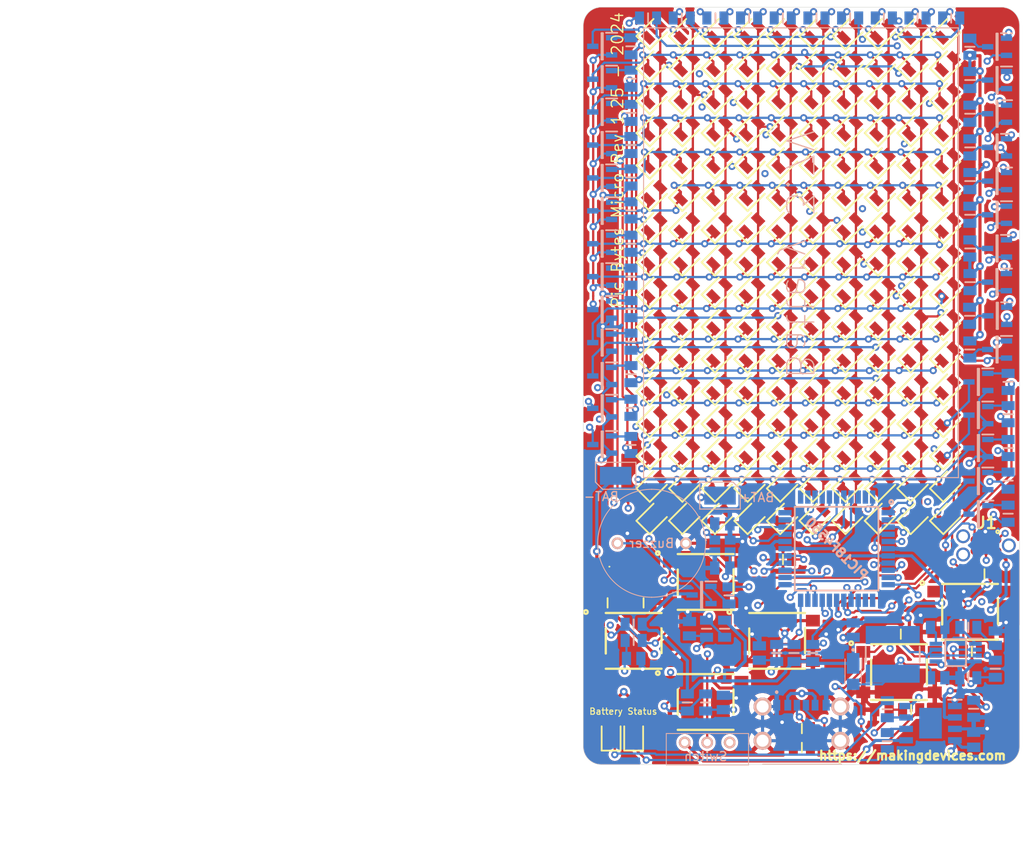
<source format=kicad_pcb>
(kicad_pcb (version 20240108) (generator "pcbnew") (generator_version "8.0")
  (layers (0 "F.Cu" signal) (1 "In1.Cu" signal) (2 "In2.Cu" signal) (31 "B.Cu" signal) (34 "B.Paste" user) (35 "F.Paste" user) (36 "B.SilkS" user "B.Silkscreen") (37 "F.SilkS" user "F.Silkscreen") (38 "B.Mask" user) (39 "F.Mask" user) (44 "Edge.Cuts" user))
  (net 0 "")
  (net 1 "BAT-")
  (net 2 "Net-(IC1-VDD)")
  (net 3 "Net-(C2-Pad2)")
  (net 4 "Net-(PIC18F4550-RA6)")
  (net 5 "Vgnd_main")
  (net 6 "BMS_Vcc")
  (net 7 "Net-(PIC18F4550-RA7)")
  (net 8 "Vcc_main")
  (net 9 "Net-(IC2-EN)")
  (net 10 "BAT+")
  (net 11 "Net-(IC2-SS)")
  (net 12 "Net-(LED_green_bms1-K)")
  (net 13 "Net-(IC_BMS_TP1-PROG)")
  (net 14 "Net-(IC_BMS_TP1-~{STDBY})")
  (net 15 "Net-(IC_BMS_TP1-~{CHRG})")
  (net 18 "Net-(J_USB_C1-CC1)")
  (net 19 "Net-(J_USB_C1-CC2)")
  (net 20 "Net-(LED_Red_bms1-K)")
  (net 21 "C1")
  (net 22 "R0")
  (net 23 "R1")
  (net 24 "R2")
  (net 25 "R3")
  (net 26 "R4")
  (net 27 "R5")
  (net 28 "R6")
  (net 29 "R7")
  (net 30 "R8")
  (net 31 "R9")
  (net 32 "R10")
  (net 33 "R11")
  (net 34 "R12")
  (net 35 "R13")
  (net 36 "R14")
  (net 37 "R15")
  (net 38 "C2")
  (net 39 "C3")
  (net 40 "C4")
  (net 41 "C5")
  (net 42 "C6")
  (net 43 "C7")
  (net 44 "C8")
  (net 45 "C9")
  (net 46 "C10")
  (net 48 "Net-(LS1-+)")
  (net 49 "Net-(IC2-SW)")
  (net 50 "P_CC10")
  (net 53 "P_CC5")
  (net 54 "P_CC6")
  (net 55 "P_CC7")
  (net 56 "P_CC8")
  (net 58 "Buzzer")
  (net 63 "Net-(Q11-Pad2)")
  (net 64 "P_UN")
  (net 65 "P_DN")
  (net 66 "S_b")
  (net 67 "S_a")
  (net 68 "S_right")
  (net 69 "S_left")
  (net 70 "S_down")
  (net 71 "S_up")
  (net 72 "MCLR")
  (net 74 "Net-(IC1-VM)")
  (net 75 "P_CR5")
  (net 76 "P_CR4")
  (net 77 "ICSPDA")
  (net 78 "ICSPCLK")
  (net 79 "P_CR3")
  (net 80 "P_CR2")
  (net 81 "P_CR1")
  (net 82 "P_CR0")
  (net 83 "P_CC1")
  (net 84 "P_CC2")
  (net 85 "P_CC3")
  (net 86 "P_CC4")
  (net 87 "P_CC9")
  (net 88 "Net-(Q5-Pad3)")
  (net 89 "Net-(Q9-Pad3)")
  (net 90 "Net-(Q1-Pad1)")
  (net 91 "Net-(Q10-Pad2)")
  (net 92 "Net-(Q2-Pad1)")
  (net 93 "Net-(Q17-Pad3)")
  (net 94 "Net-(Q3-Pad1)")
  (net 95 "Net-(Q4-Pad3)")
  (net 96 "Net-(Q4-Pad1)")
  (net 97 "Net-(Q5-Pad1)")
  (net 98 "Net-(Q6-Pad1)")
  (net 99 "Net-(Q23-Pad3)")
  (net 100 "Net-(Q7-Pad1)")
  (net 101 "Net-(Q8-Pad3)")
  (net 102 "Net-(Q8-Pad1)")
  (net 103 "Net-(Q9-Pad1)")
  (net 104 "Net-(Q10-Pad1)")
  (net 105 "Net-(Q11-Pad1)")
  (net 106 "Net-(Q12-Pad1)")
  (net 107 "Net-(Q13-Pad1)")
  (net 108 "Net-(Q14-Pad1)")
  (net 109 "Net-(Q27-Pad3)")
  (net 110 "Net-(Q15-Pad1)")
  (net 111 "Net-(Q16-Pad3)")
  (net 112 "Net-(Q16-Pad1)")
  (net 113 "Net-(Q17-Pad1)")
  (net 114 "Net-(Q18-Pad1)")
  (net 115 "Net-(Q19-Pad1)")
  (net 116 "Net-(Q20-Pad1)")
  (net 118 "Net-(Q21-Pad1)")
  (net 119 "Net-(Q22-Pad3)")
  (net 120 "Net-(Q22-Pad1)")
  (net 121 "Net-(Q23-Pad1)")
  (net 122 "Net-(Q24-Pad1)")
  (net 123 "Net-(R46-Pad2)")
  (net 124 "Net-(Q25-Pad1)")
  (net 125 "Net-(Q26-Pad3)")
  (net 126 "Net-(Q26-Pad1)")
  (net 127 "Net-(Q27-Pad1)")
  (net 128 "Net-(Q28-Pad1)")
  (net 129 "Net-(Q29-Pad1)")
  (net 131 "Net-(IC2-FB)")
  (net 132 "Net-(R48-Pad2)")
  (net 133 "Net-(R49-Pad1)")
  (net 135 "Net-(IC2-COMP)")
  (net 136 "Vdc_battery")
  (net 137 "Net-(R52-Pad2)")
  (net 138 "Net-(R54-Pad2)")
  (net 139 "Net-(R55-Pad2)")
  (footprint "SamacSys_Parts:LEDC2012X90N" (layer "F.Cu") (at 120.881058 49.023692 45)
    (property "Reference" "LED1" (hide yes))
    (property "Value" "LTST-C171GKT" (hide yes))
  )
  (footprint "SamacSys_Parts:LEDC2012X90N" (layer "F.Cu") (at 120.881058 52.615795 45)
    (property "Reference" "LED2" (hide yes))
    (property "Value" "LTST-C171GKT" (hide yes))
  )
  (footprint "SamacSys_Parts:LEDC2012X90N" (layer "F.Cu") (at 120.881058 56.207897 45)
    (property "Reference" "LED3" (hide yes))
    (property "Value" "LTST-C171GKT" (hide yes))
  )
  (footprint "SamacSys_Parts:LEDC2012X90N" (layer "F.Cu") (at 120.881058 59.8 45)
    (property "Reference" "LED4" (hide yes))
    (property "Value" "LTST-C171GKT" (hide yes))
  )
  (footprint "SamacSys_Parts:LEDC2012X90N" (layer "F.Cu") (at 120.881058 63.392102 45)
    (property "Reference" "LED5" (hide yes))
    (property "Value" "LTST-C171GKT" (hide yes))
  )
  (footprint "SamacSys_Parts:LEDC2012X90N" (layer "F.Cu") (at 120.881058 66.984205 45)
    (property "Reference" "LED6" (hide yes))
    (property "Value" "LTST-C171GKT" (hide yes))
  )
  (footprint "SamacSys_Parts:LEDC2012X90N" (layer "F.Cu") (at 120.881058 70.576307 45)
    (property "Reference" "LED7" (hide yes))
    (property "Value" "LTST-C171GKT" (hide yes))
  )
  (footprint "SamacSys_Parts:LEDC2012X90N" (layer "F.Cu") (at 120.881058 74.168409 45)
    (property "Reference" "LED8" (hide yes))
    (property "Value" "LTST-C171GKT" (hide yes))
  )
  (footprint "SamacSys_Parts:LEDC2012X90N" (layer "F.Cu") (at 120.881058 77.760512 45)
    (property "Reference" "LED9" (hide yes))
    (property "Value" "LTST-C171GKT" (hide yes))
  )
  (footprint "SamacSys_Parts:LEDC2012X90N" (layer "F.Cu") (at 120.881058 81.352614 45)
    (property "Reference" "LED10" (hide yes))
    (property "Value" "LTST-C171GKT" (hide yes))
  )
  (footprint "SamacSys_Parts:LEDC2012X90N" (layer "F.Cu") (at 120.881058 84.944717 45)
    (property "Reference" "LED11" (hide yes))
    (property "Value" "LTST-C171GKT" (hide yes))
  )
  (footprint "SamacSys_Parts:LEDC2012X90N" (layer "F.Cu") (at 120.881058 88.536819 45)
    (property "Reference" "LED12" (hide yes))
    (property "Value" "LTST-C171GKT" (hide yes))
  )
  (footprint "SamacSys_Parts:LEDC2012X90N" (layer "F.Cu") (at 120.881058 92.128922 45)
    (property "Reference" "LED13" (hide yes))
    (property "Value" "LTST-C171GKT" (hide yes))
  )
  (footprint "SamacSys_Parts:LEDC2012X90N" (layer "F.Cu") (at 120.881058 95.721024 45)
    (property "Reference" "LED14" (hide yes))
    (property "Value" "LTST-C171GKT" (hide yes))
  )
  (footprint "SamacSys_Parts:LEDC2012X90N" (layer "F.Cu") (at 120.881058 99.313127 45)
    (property "Reference" "LED15" (hide yes))
    (property "Value" "LTST-C171GKT" (hide yes))
  )
  (footprint "SamacSys_Parts:LEDC2012X90N" (layer "F.Cu") (at 120.881058 102.905229 45)
    (property "Reference" "LED16" (hide yes))
    (property "Value" "LTST-C171GKT" (hide yes))
  )
  (footprint "SamacSys_Parts:LEDC2012X90N" (layer "F.Cu") (at 124.507529 49.023692 45)
    (property "Reference" "LED17" (hide yes))
    (property "Value" "LTST-C171GKT" (hide yes))
  )
  (footprint "SamacSys_Parts:LEDC2012X90N" (layer "F.Cu") (at 124.507529 52.615794 45)
    (property "Reference" "LED18" (hide yes))
    (property "Value" "LTST-C171GKT" (hide yes))
  )
  (footprint "SamacSys_Parts:LEDC2012X90N" (layer "F.Cu") (at 124.507529 56.207897 45)
    (property "Reference" "LED19" (hide yes))
    (property "Value" "LTST-C171GKT" (hide yes))
  )
  (footprint "SamacSys_Parts:LEDC2012X90N" (layer "F.Cu") (at 124.507529 59.799999 45)
    (property "Reference" "LED20" (hide yes))
    (property "Value" "LTST-C171GKT" (hide yes))
  )
  (footprint "SamacSys_Parts:LEDC2012X90N" (layer "F.Cu") (at 124.507529 63.392101 45)
    (property "Reference" "LED21" (hide yes))
    (property "Value" "LTST-C171GKT" (hide yes))
  )
  (footprint "SamacSys_Parts:LEDC2012X90N" (layer "F.Cu") (at 124.507529 66.984204 45)
    (property "Reference" "LED22" (hide yes))
    (property "Value" "LTST-C171GKT" (hide yes))
  )
  (footprint "SamacSys_Parts:LEDC2012X90N" (layer "F.Cu") (at 124.507529 70.576306 45)
    (property "Reference" "LED23" (hide yes))
    (property "Value" "LTST-C171GKT" (hide yes))
  )
  (footprint "SamacSys_Parts:LEDC2012X90N" (layer "F.Cu") (at 124.507529 74.168409 45)
    (property "Reference" "LED24" (hide yes))
    (property "Value" "LTST-C171GKT" (hide yes))
  )
  (footprint "SamacSys_Parts:LEDC2012X90N" (layer "F.Cu") (at 124.507529 77.760511 45)
    (property "Reference" "LED25" (hide yes))
    (property "Value" "LTST-C171GKT" (hide yes))
  )
  (footprint "SamacSys_Parts:LEDC2012X90N" (layer "F.Cu") (at 124.507529 81.352614 45)
    (property "Reference" "LED26" (hide yes))
    (property "Value" "LTST-C171GKT" (hide yes))
  )
  (footprint "SamacSys_Parts:LEDC2012X90N" (layer "F.Cu") (at 124.507529 84.944716 45)
    (property "Reference" "LED27" (hide yes))
    (property "Value" "LTST-C171GKT" (hide yes))
  )
  (footprint "SamacSys_Parts:LEDC2012X90N" (layer "F.Cu") (at 124.507529 88.536819 45)
    (property "Reference" "LED28" (hide yes))
    (property "Value" "LTST-C171GKT" (hide yes))
  )
  (footprint "SamacSys_Parts:LEDC2012X90N" (layer "F.Cu") (at 124.507529 92.128921 45)
    (property "Reference" "LED29" (hide yes))
    (property "Value" "LTST-C171GKT" (hide yes))
  )
  (footprint "SamacSys_Parts:LEDC2012X90N" (layer "F.Cu") (at 124.507529 95.721024 45)
    (property "Reference" "LED30" (hide yes))
    (property "Value" "LTST-C171GKT" (hide yes))
  )
  (footprint "SamacSys_Parts:LEDC2012X90N" (layer "F.Cu") (at 124.507529 99.313126 45)
    (property "Reference" "LED31" (hide yes))
    (property "Value" "LTST-C171GKT" (hide yes))
  )
  (footprint "SamacSys_Parts:LEDC2012X90N" (layer "F.Cu") (at 124.507529 102.905228 45)
    (property "Reference" "LED32" (hide yes))
    (property "Value" "LTST-C171GKT" (hide yes))
  )
  (footprint "SamacSys_Parts:LEDC2012X90N" (layer "F.Cu") (at 128.134 49.023692 45)
    (property "Reference" "LED33" (hide yes))
    (property "Value" "LTST-C171GKT" (hide yes))
  )
  (footprint "SamacSys_Parts:LEDC2012X90N" (layer "F.Cu") (at 128.134 52.615795 45)
    (property "Reference" "LED34" (hide yes))
    (property "Value" "LTST-C171GKT" (hide yes))
  )
  (footprint "SamacSys_Parts:LEDC2012X90N" (layer "F.Cu") (at 128.134 56.207897 45)
    (property "Reference" "LED35" (hide yes))
    (property "Value" "LTST-C171GKT" (hide yes))
  )
  (footprint "SamacSys_Parts:LEDC2012X90N" (layer "F.Cu") (at 128.134 59.8 45)
    (property "Reference" "LED36" (hide yes))
    (property "Value" "LTST-C171GKT" (hide yes))
  )
  (footprint "SamacSys_Parts:LEDC2012X90N" (layer "F.Cu") (at 128.134 63.392102 45)
    (property "Reference" "LED37" (hide yes))
    (property "Value" "LTST-C171GKT" (hide yes))
  )
  (footprint "SamacSys_Parts:LEDC2012X90N" (layer "F.Cu") (at 128.134 66.984205 45)
    (property "Reference" "LED38" (hide yes))
    (property "Value" "LTST-C171GKT" (hide yes))
  )
  (footprint "SamacSys_Parts:LEDC2012X90N" (layer "F.Cu") (at 128.134 70.576307 45)
    (property "Reference" "LED39" (hide yes))
    (property "Value" "LTST-C171GKT" (hide yes))
  )
  (footprint "SamacSys_Parts:LEDC2012X90N" (layer "F.Cu") (at 128.134 74.168409 45)
    (property "Reference" "LED40" (hide yes))
    (property "Value" "LTST-C171GKT" (hide yes))
  )
  (footprint "SamacSys_Parts:LEDC2012X90N" (layer "F.Cu") (at 128.134 77.760512 45)
    (property "Reference" "LED41" (hide yes))
    (property "Value" "LTST-C171GKT" (hide yes))
  )
  (footprint "SamacSys_Parts:LEDC2012X90N" (layer "F.Cu") (at 128.134 81.352614 45)
    (property "Reference" "LED42" (hide yes))
    (property "Value" "LTST-C171GKT" (hide yes))
  )
  (footprint "SamacSys_Parts:LEDC2012X90N" (layer "F.Cu") (at 128.134 84.944717 45)
    (property "Reference" "LED43" (hide yes))
    (property "Value" "LTST-C171GKT" (hide yes))
  )
  (footprint "SamacSys_Parts:LEDC2012X90N" (layer "F.Cu") (at 128.134 88.536819 45)
    (property "Reference" "LED44" (hide yes))
    (property "Value" "LTST-C171GKT" (hide yes))
  )
  (footprint "SamacSys_Parts:LEDC2012X90N" (layer "F.Cu") (at 128.134 92.128922 45)
    (property "Reference" "LED45" (hide yes))
    (property "Value" "LTST-C171GKT" (hide yes))
  )
  (footprint "SamacSys_Parts:LEDC2012X90N" (layer "F.Cu") (at 128.134 95.721024 45)
    (property "Reference" "LED46" (hide yes))
    (property "Value" "LTST-C171GKT" (hide yes))
  )
  (footprint "SamacSys_Parts:LEDC2012X90N" (layer "F.Cu") (at 128.134 99.313127 45)
    (property "Reference" "LED47" (hide yes))
    (property "Value" "LTST-C171GKT" (hide yes))
  )
  (footprint "SamacSys_Parts:LEDC2012X90N" (layer "F.Cu") (at 128.134 102.905229 45)
    (property "Reference" "LED48" (hide yes))
    (property "Value" "LTST-C171GKT" (hide yes))
  )
  (footprint "SamacSys_Parts:LEDC2012X90N" (layer "F.Cu") (at 131.760471 49.023692 45)
    (property "Reference" "LED49" (hide yes))
    (property "Value" "LTST-C171GKT" (hide yes))
  )
  (footprint "SamacSys_Parts:LEDC2012X90N" (layer "F.Cu") (at 131.760471 52.615795 45)
    (property "Reference" "LED50" (hide yes))
    (property "Value" "LTST-C171GKT" (hide yes))
  )
  (footprint "SamacSys_Parts:LEDC2012X90N" (layer "F.Cu") (at 131.760471 56.207897 45)
    (property "Reference" "LED51" (hide yes))
    (property "Value" "LTST-C171GKT" (hide yes))
  )
  (footprint "SamacSys_Parts:LEDC2012X90N" (layer "F.Cu") (at 131.760471 59.8 45)
    (property "Reference" "LED52" (hide yes))
    (property "Value" "LTST-C171GKT" (hide yes))
  )
  (footprint "SamacSys_Parts:LEDC2012X90N" (layer "F.Cu") (at 131.760471 63.392102 45)
    (property "Reference" "LED53" (hide yes))
    (property "Value" "LTST-C171GKT" (hide yes))
  )
  (footprint "SamacSys_Parts:LEDC2012X90N" (layer "F.Cu") (at 131.760471 66.984205 45)
    (property "Reference" "LED54" (hide yes))
    (property "Value" "LTST-C171GKT" (hide yes))
  )
  (footprint "SamacSys_Parts:LEDC2012X90N" (layer "F.Cu") (at 131.760471 70.576307 45)
    (property "Reference" "LED55" (hide yes))
    (property "Value" "LTST-C171GKT" (hide yes))
  )
  (footprint "SamacSys_Parts:LEDC2012X90N" (layer "F.Cu") (at 131.760471 74.168409 45)
    (property "Reference" "LED56" (hide yes))
    (property "Value" "LTST-C171GKT" (hide yes))
  )
  (footprint "SamacSys_Parts:LEDC2012X90N" (layer "F.Cu") (at 131.760471 77.760512 45)
    (property "Reference" "LED57" (hide yes))
    (property "Value" "LTST-C171GKT" (hide yes))
  )
  (footprint "SamacSys_Parts:LEDC2012X90N" (layer "F.Cu") (at 131.760471 81.352614 45)
    (property "Reference" "LED58" (hide yes))
    (property "Value" "LTST-C171GKT" (hide yes))
  )
  (footprint "SamacSys_Parts:LEDC2012X90N" (layer "F.Cu") (at 131.760471 84.944717 45)
    (property "Reference" "LED59" (hide yes))
    (property "Value" "LTST-C171GKT" (hide yes))
  )
  (footprint "SamacSys_Parts:LEDC2012X90N" (layer "F.Cu") (at 131.760471 88.536819 45)
    (property "Reference" "LED60" (hide yes))
    (property "Value" "LTST-C171GKT" (hide yes))
  )
  (footprint "SamacSys_Parts:LEDC2012X90N" (layer "F.Cu") (at 131.760471 92.128922 45)
    (property "Reference" "LED61" (hide yes))
    (property "Value" "LTST-C171GKT" (hide yes))
  )
  (footprint "SamacSys_Parts:LEDC2012X90N" (layer "F.Cu") (at 131.760471 95.721024 45)
    (property "Reference" "LED62" (hide yes))
    (property "Value" "LTST-C171GKT" (hide yes))
  )
  (footprint "SamacSys_Parts:LEDC2012X90N" (layer "F.Cu") (at 131.760471 99.313127 45)
    (property "Reference" "LED63" (hide yes))
    (property "Value" "LTST-C171GKT" (hide yes))
  )
  (footprint "SamacSys_Parts:LEDC2012X90N" (layer "F.Cu") (at 131.760471 102.905229 45)
    (property "Reference" "LED64" (hide yes))
    (property "Value" "LTST-C171GKT" (hide yes))
  )
  (footprint "SamacSys_Parts:LEDC2012X90N" (layer "F.Cu") (at 135.386942 49.023692 45)
    (property "Reference" "LED65" (hide yes))
    (property "Value" "LTST-C171GKT" (hide yes))
  )
  (footprint "SamacSys_Parts:LEDC2012X90N" (layer "F.Cu") (at 135.386942 52.615795 45)
    (property "Reference" "LED66" (hide yes))
    (property "Value" "LTST-C171GKT" (hide yes))
  )
  (footprint "SamacSys_Parts:LEDC2012X90N" (layer "F.Cu") (at 135.386942 56.207897 45)
    (property "Reference" "LED67" (hide yes))
    (property "Value" "LTST-C171GKT" (hide yes))
  )
  (footprint "SamacSys_Parts:LEDC2012X90N" (layer "F.Cu") (at 135.386942 59.8 45)
    (property "Reference" "LED68" (hide yes))
    (property "Value" "LTST-C171GKT" (hide yes))
  )
  (footprint "SamacSys_Parts:LEDC2012X90N" (layer "F.Cu") (at 135.386942 63.392102 45)
    (property "Reference" "LED69" (hide yes))
    (property "Value" "LTST-C171GKT" (hide yes))
  )
  (footprint "SamacSys_Parts:LEDC2012X90N" (layer "F.Cu") (at 135.386942 66.984205 45)
    (property "Reference" "LED70" (hide yes))
    (property "Value" "LTST-C171GKT" (hide yes))
  )
  (footprint "SamacSys_Parts:LEDC2012X90N" (layer "F.Cu") (at 135.386942 70.576307 45)
    (property "Reference" "LED71" (hide yes))
    (property "Value" "LTST-C171GKT" (hide yes))
  )
  (footprint "SamacSys_Parts:LEDC2012X90N" (layer "F.Cu") (at 135.386942 74.168409 45)
    (property "Reference" "LED72" (hide yes))
    (property "Value" "LTST-C171GKT" (hide yes))
  )
  (footprint "SamacSys_Parts:LEDC2012X90N" (layer "F.Cu") (at 135.386942 77.760512 45)
    (property "Reference" "LED73" (hide yes))
    (property "Value" "LTST-C171GKT" (hide yes))
  )
  (footprint "SamacSys_Parts:LEDC2012X90N" (layer "F.Cu") (at 135.386942 81.352614 45)
    (property "Reference" "LED74" (hide yes))
    (property "Value" "LTST-C171GKT" (hide yes))
  )
  (footprint "SamacSys_Parts:LEDC2012X90N" (layer "F.Cu") (at 135.386942 84.944717 45)
    (property "Reference" "LED75" (hide yes))
    (property "Value" "LTST-C171GKT" (hide yes))
  )
  (footprint "SamacSys_Parts:LEDC2012X90N" (layer "F.Cu") (at 135.386942 88.536819 45)
    (property "Reference" "LED76" (hide yes))
    (property "Value" "LTST-C171GKT" (hide yes))
  )
  (footprint "SamacSys_Parts:LEDC2012X90N" (layer "F.Cu") (at 135.386942 92.128922 45)
    (property "Reference" "LED77" (hide yes))
    (property "Value" "LTST-C171GKT" (hide yes))
  )
  (footprint "SamacSys_Parts:LEDC2012X90N" (layer "F.Cu") (at 135.386942 95.721024 45)
    (property "Reference" "LED78" (hide yes))
    (property "Value" "LTST-C171GKT" (hide yes))
  )
  (footprint "SamacSys_Parts:LEDC2012X90N" (layer "F.Cu") (at 135.386942 99.313127 45)
    (property "Reference" "LED79" (hide yes))
    (property "Value" "LTST-C171GKT" (hide yes))
  )
  (footprint "SamacSys_Parts:LEDC2012X90N" (layer "F.Cu") (at 135.386942 102.905229 45)
    (property "Reference" "LED80" (hide yes))
    (property "Value" "LTST-C171GKT" (hide yes))
  )
  (footprint "SamacSys_Parts:LEDC2012X90N" (layer "F.Cu") (at 139.013413 49.023692 45)
    (property "Reference" "LED81" (hide yes))
    (property "Value" "LTST-C171GKT" (hide yes))
  )
  (footprint "SamacSys_Parts:LEDC2012X90N" (layer "F.Cu") (at 139.013413 52.615795 45)
    (property "Reference" "LED82" (hide yes))
    (property "Value" "LTST-C171GKT" (hide yes))
  )
  (footprint "SamacSys_Parts:LEDC2012X90N" (layer "F.Cu") (at 139.013413 56.207897 45)
    (property "Reference" "LED83" (hide yes))
    (property "Value" "LTST-C171GKT" (hide yes))
  )
  (footprint "SamacSys_Parts:LEDC2012X90N" (layer "F.Cu") (at 139.013413 59.8 45)
    (property "Reference" "LED84" (hide yes))
    (property "Value" "LTST-C171GKT" (hide yes))
  )
  (footprint "SamacSys_Parts:LEDC2012X90N" (layer "F.Cu") (at 139.013413 63.392102 45)
    (property "Reference" "LED85" (hide yes))
    (property "Value" "LTST-C171GKT" (hide yes))
  )
  (footprint "SamacSys_Parts:LEDC2012X90N" (layer "F.Cu") (at 139.013413 66.984205 45)
    (property "Reference" "LED86" (hide yes))
    (property "Value" "LTST-C171GKT" (hide yes))
  )
  (footprint "SamacSys_Parts:LEDC2012X90N" (layer "F.Cu") (at 139.013413 70.576307 45)
    (property "Reference" "LED87" (hide yes))
    (property "Value" "LTST-C171GKT" (hide yes))
  )
  (footprint "SamacSys_Parts:LEDC2012X90N" (layer "F.Cu") (at 139.013413 74.168409 45)
    (property "Reference" "LED88" (hide yes))
    (property "Value" "LTST-C171GKT" (hide yes))
  )
  (footprint "SamacSys_Parts:LEDC2012X90N" (layer "F.Cu") (at 139.013413 77.760512 45)
    (property "Reference" "LED89" (hide yes))
    (property "Value" "LTST-C171GKT" (hide yes))
  )
  (footprint "SamacSys_Parts:LEDC2012X90N" (layer "F.Cu") (at 139.013413 81.352614 45)
    (property "Reference" "LED90" (hide yes))
    (property "Value" "LTST-C171GKT" (hide yes))
  )
  (footprint "SamacSys_Parts:LEDC2012X90N" (layer "F.Cu") (at 139.013413 84.944717 45)
    (property "Reference" "LED91" (hide yes))
    (property "Value" "LTST-C171GKT" (hide yes))
  )
  (footprint "SamacSys_Parts:LEDC2012X90N" (layer "F.Cu") (at 139.013413 88.536819 45)
    (property "Reference" "LED92" (hide yes))
    (property "Value" "LTST-C171GKT" (hide yes))
  )
  (footprint "SamacSys_Parts:LEDC2012X90N" (layer "F.Cu") (at 139.013413 92.128922 45)
    (property "Reference" "LED93" (hide yes))
    (property "Value" "LTST-C171GKT" (hide yes))
  )
  (footprint "SamacSys_Parts:LEDC2012X90N" (layer "F.Cu") (at 139.013413 95.721024 45)
    (property "Reference" "LED94" (hide yes))
    (property "Value" "LTST-C171GKT" (hide yes))
  )
  (footprint "SamacSys_Parts:LEDC2012X90N" (layer "F.Cu") (at 139.013413 99.313127 45)
    (property "Reference" "LED95" (hide yes))
    (property "Value" "LTST-C171GKT" (hide yes))
  )
  (footprint "SamacSys_Parts:LEDC2012X90N" (layer "F.Cu") (at 139.013413 102.905229 45)
    (property "Reference" "LED96" (hide yes))
    (property "Value" "LTST-C171GKT" (hide yes))
  )
  (footprint "SamacSys_Parts:LEDC2012X90N" (layer "F.Cu") (at 142.639884 49.023692 45)
    (property "Reference" "LED97" (hide yes))
    (property "Value" "LTST-C171GKT" (hide yes))
  )
  (footprint "SamacSys_Parts:LEDC2012X90N" (layer "F.Cu") (at 142.639884 52.615795 45)
    (property "Reference" "LED98" (hide yes))
    (property "Value" "LTST-C171GKT" (hide yes))
  )
  (footprint "SamacSys_Parts:LEDC2012X90N" (layer "F.Cu") (at 142.639884 56.207897 45)
    (property "Reference" "LED99" (hide yes))
    (property "Value" "LTST-C171GKT" (hide yes))
  )
  (footprint "SamacSys_Parts:LEDC2012X90N" (layer "F.Cu") (at 142.639884 59.8 45)
    (property "Reference" "LED100" (hide yes))
    (property "Value" "LTST-C171GKT" (hide yes))
  )
  (footprint "SamacSys_Parts:LEDC2012X90N" (layer "F.Cu") (at 142.639884 63.392102 45)
    (property "Reference" "LED101" (hide yes))
    (property "Value" "LTST-C171GKT" (hide yes))
  )
  (footprint "SamacSys_Parts:LEDC2012X90N" (layer "F.Cu") (at 142.639884 66.984205 45)
    (property "Reference" "LED102" (hide yes))
    (property "Value" "LTST-C171GKT" (hide yes))
  )
  (footprint "SamacSys_Parts:LEDC2012X90N" (layer "F.Cu") (at 142.639884 70.576307 45)
    (property "Reference" "LED103" (hide yes))
    (property "Value" "LTST-C171GKT" (hide yes))
  )
  (footprint "SamacSys_Parts:LEDC2012X90N" (layer "F.Cu") (at 142.639884 74.168409 45)
    (property "Reference" "LED104" (hide yes))
    (property "Value" "LTST-C171GKT" (hide yes))
  )
  (footprint "SamacSys_Parts:LEDC2012X90N" (layer "F.Cu") (at 142.639884 77.760512 45)
    (property "Reference" "LED105" (hide yes))
    (property "Value" "LTST-C171GKT" (hide yes))
  )
  (footprint "SamacSys_Parts:LEDC2012X90N" (layer "F.Cu") (at 142.639884 81.352614 45)
    (property "Reference" "LED106" (hide yes))
    (property "Value" "LTST-C171GKT" (hide yes))
  )
  (footprint "SamacSys_Parts:LEDC2012X90N" (layer "F.Cu") (at 142.639884 84.944717 45)
    (property "Reference" "LED107" (hide yes))
    (property "Value" "LTST-C171GKT" (hide yes))
  )
  (footprint "SamacSys_Parts:LEDC2012X90N" (layer "F.Cu") (at 142.639884 88.536819 45)
    (property "Reference" "LED108" (hide yes))
    (property "Value" "LTST-C171GKT" (hide yes))
  )
  (footprint "SamacSys_Parts:LEDC2012X90N" (layer "F.Cu") (at 142.639884 92.128922 45)
    (property "Reference" "LED109" (hide yes))
    (property "Value" "LTST-C171GKT" (hide yes))
  )
  (footprint "SamacSys_Parts:LEDC2012X90N" (layer "F.Cu") (at 142.639884 95.721024 45)
    (property "Reference" "LED110" (hide yes))
    (property "Value" "LTST-C171GKT" (hide yes))
  )
  (footprint "SamacSys_Parts:LEDC2012X90N" (layer "F.Cu") (at 142.639884 99.313127 45)
    (property "Reference" "LED111" (hide yes))
    (property "Value" "LTST-C171GKT" (hide yes))
  )
  (footprint "SamacSys_Parts:LEDC2012X90N" (layer "F.Cu") (at 142.639884 102.905229 45)
    (property "Reference" "LED112" (hide yes))
    (property "Value" "LTST-C171GKT" (hide yes))
  )
  (footprint "SamacSys_Parts:LEDC2012X90N" (layer "F.Cu") (at 146.266355 49.023692 45)
    (property "Reference" "LED113" (hide yes))
    (property "Value" "LTST-C171GKT" (hide yes))
  )
  (footprint "SamacSys_Parts:LEDC2012X90N" (layer "F.Cu") (at 146.266355 52.615795 45)
    (property "Reference" "LED114" (hide yes))
    (property "Value" "LTST-C171GKT" (hide yes))
  )
  (footprint "SamacSys_Parts:LEDC2012X90N" (layer "F.Cu") (at 146.266355 56.207897 45)
    (property "Reference" "LED115" (hide yes))
    (property "Value" "LTST-C171GKT" (hide yes))
  )
  (footprint "SamacSys_Parts:LEDC2012X90N" (layer "F.Cu") (at 146.266355 59.8 45)
    (property "Reference" "LED116" (hide yes))
    (property "Value" "LTST-C171GKT" (hide yes))
  )
  (footprint "SamacSys_Parts:LEDC2012X90N" (layer "F.Cu") (at 146.266355 63.392102 45)
    (property "Reference" "LED117" (hide yes))
    (property "Value" "LTST-C171GKT" (hide yes))
  )
  (footprint "SamacSys_Parts:LEDC2012X90N" (layer "F.Cu") (at 146.266355 66.984205 45)
    (property "Reference" "LED118" (hide yes))
    (property "Value" "LTST-C171GKT" (hide yes))
  )
  (footprint "SamacSys_Parts:LEDC2012X90N" (layer "F.Cu") (at 146.266355 70.576307 45)
    (property "Reference" "LED119" (hide yes))
    (property "Value" "LTST-C171GKT" (hide yes))
  )
  (footprint "SamacSys_Parts:LEDC2012X90N" (layer "F.Cu") (at 146.266355 74.168409 45)
    (property "Reference" "LED120" (hide yes))
    (property "Value" "LTST-C171GKT" (hide yes))
  )
  (footprint "SamacSys_Parts:LEDC2012X90N" (layer "F.Cu") (at 146.266355 77.760512 45)
    (property "Reference" "LED121" (hide yes))
    (property "Value" "LTST-C171GKT" (hide yes))
  )
  (footprint "SamacSys_Parts:LEDC2012X90N" (layer "F.Cu") (at 146.266355 81.352614 45)
    (property "Reference" "LED122" (hide yes))
    (property "Value" "LTST-C171GKT" (hide yes))
  )
  (footprint "SamacSys_Parts:LEDC2012X90N" (layer "F.Cu") (at 146.266355 84.944717 45)
    (property "Reference" "LED123" (hide yes))
    (property "Value" "LTST-C171GKT" (hide yes))
  )
  (footprint "SamacSys_Parts:LEDC2012X90N" (layer "F.Cu") (at 146.266355 88.536819 45)
    (property "Reference" "LED124" (hide yes))
    (property "Value" "LTST-C171GKT" (hide yes))
  )
  (footprint "SamacSys_Parts:LEDC2012X90N" (layer "F.Cu") (at 146.266355 92.128922 45)
    (property "Reference" "LED125" (hide yes))
    (property "Value" "LTST-C171GKT" (hide yes))
  )
  (footprint "SamacSys_Parts:LEDC2012X90N" (layer "F.Cu") (at 146.266355 95.721024 45)
    (property "Reference" "LED126" (hide yes))
    (property "Value" "LTST-C171GKT" (hide yes))
  )
  (footprint "SamacSys_Parts:LEDC2012X90N" (layer "F.Cu") (at 146.266355 99.313127 45)
    (property "Reference" "LED127" (hide yes))
    (property "Value" "LTST-C171GKT" (hide yes))
  )
  (footprint "SamacSys_Parts:LEDC2012X90N" (layer "F.Cu") (at 146.266355 102.905229 45)
    (property "Reference" "LED128" (hide yes))
    (property "Value" "LTST-C171GKT" (hide yes))
  )
  (footprint "SamacSys_Parts:LEDC2012X90N" (layer "F.Cu") (at 149.892826 49.023692 45)
    (property "Reference" "LED129" (hide yes))
    (property "Value" "LTST-C171GKT" (hide yes))
  )
  (footprint "SamacSys_Parts:LEDC2012X90N" (layer "F.Cu") (at 149.892826 52.615795 45)
    (property "Reference" "LED130" (hide yes))
    (property "Value" "LTST-C171GKT" (hide yes))
  )
  (footprint "SamacSys_Parts:LEDC2012X90N" (layer "F.Cu") (at 149.892826 56.207897 45)
    (property "Reference" "LED131" (hide yes))
    (property "Value" "LTST-C171GKT" (hide yes))
  )
  (footprint "SamacSys_Parts:LEDC2012X90N" (layer "F.Cu") (at 149.892826 59.8 45)
    (property "Reference" "LED132" (hide yes))
    (property "Value" "LTST-C171GKT" (hide yes))
  )
  (footprint "SamacSys_Parts:LEDC2012X90N" (layer "F.Cu") (at 149.892826 63.392102 45)
    (property "Reference" "LED133" (hide yes))
    (property "Value" "LTST-C171GKT" (hide yes))
  )
  (footprint "SamacSys_Parts:LEDC2012X90N" (layer "F.Cu") (at 149.892826 66.984205 45)
    (property "Reference" "LED134" (hide yes))
    (property "Value" "LTST-C171GKT" (hide yes))
  )
  (footprint "SamacSys_Parts:LEDC2012X90N" (layer "F.Cu") (at 149.892826 70.576307 45)
    (property "Reference" "LED135" (hide yes))
    (property "Value" "LTST-C171GKT" (hide yes))
  )
  (footprint "SamacSys_Parts:LEDC2012X90N" (layer "F.Cu") (at 149.892826 74.168409 45)
    (property "Reference" "LED136" (hide yes))
    (property "Value" "LTST-C171GKT" (hide yes))
  )
  (footprint "SamacSys_Parts:LEDC2012X90N" (layer "F.Cu") (at 149.892826 77.760512 45)
    (property "Reference" "LED137" (hide yes))
    (property "Value" "LTST-C171GKT" (hide yes))
  )
  (footprint "SamacSys_Parts:LEDC2012X90N" (layer "F.Cu") (at 149.892826 81.352614 45)
    (property "Reference" "LED138" (hide yes))
    (property "Value" "LTST-C171GKT" (hide yes))
  )
  (footprint "SamacSys_Parts:LEDC2012X90N" (layer "F.Cu") (at 149.892826 84.944717 45)
    (property "Reference" "LED139" (hide yes))
    (property "Value" "LTST-C171GKT" (hide yes))
  )
  (footprint "SamacSys_Parts:LEDC2012X90N" (layer "F.Cu") (at 149.892826 88.536819 45)
    (property "Reference" "LED140" (hide yes))
    (property "Value" "LTST-C171GKT" (hide yes))
  )
  (footprint "SamacSys_Parts:LEDC2012X90N" (layer "F.Cu") (at 149.892826 92.128922 45)
    (property "Reference" "LED141" (hide yes))
    (property "Value" "LTST-C171GKT" (hide yes))
  )
  (footprint "SamacSys_Parts:LEDC2012X90N" (layer "F.Cu") (at 149.892826 95.721024 45)
    (property "Reference" "LED142" (hide yes))
    (property "Value" "LTST-C171GKT" (hide yes))
  )
  (footprint "SamacSys_Parts:LEDC2012X90N" (layer "F.Cu") (at 149.892826 99.313127 45)
    (property "Reference" "LED143" (hide yes))
    (property "Value" "LTST-C171GKT" (hide yes))
  )
  (footprint "SamacSys_Parts:LEDC2012X90N" (layer "F.Cu") (at 149.892826 102.905229 45)
    (property "Reference" "LED144" (hide yes))
    (property "Value" "LTST-C171GKT" (hide yes))
  )
  (footprint "SamacSys_Parts:LEDC2012X90N" (layer "F.Cu") (at 153.519297 49.023692 45)
    (property "Reference" "LED145" (hide yes))
    (property "Value" "LTST-C171GKT" (hide yes))
  )
  (footprint "SamacSys_Parts:LEDC2012X90N" (layer "F.Cu") (at 153.519297 52.615795 45)
    (property "Reference" "LED146" (hide yes))
    (property "Value" "LTST-C171GKT" (hide yes))
  )
  (footprint "SamacSys_Parts:LEDC2012X90N" (layer "F.Cu") (at 153.519297 56.207897 45)
    (property "Reference" "LED147" (hide yes))
    (property "Value" "LTST-C171GKT" (hide yes))
  )
  (footprint "SamacSys_Parts:LEDC2012X90N" (layer "F.Cu") (at 153.519297 59.8 45)
    (property "Reference" "LED148" (hide yes))
    (property "Value" "LTST-C171GKT" (hide yes))
  )
  (footprint "SamacSys_Parts:LEDC2012X90N" (layer "F.Cu") (at 153.519297 63.392102 45)
    (property "Reference" "LED149" (hide yes))
    (property "Value" "LTST-C171GKT" (hide yes))
  )
  (footprint "SamacSys_Parts:LEDC2012X90N" (layer "F.Cu") (at 153.519297 66.984205 45)
    (property "Reference" "LED150" (hide yes))
    (property "Value" "LTST-C171GKT" (hide yes))
  )
  (footprint "SamacSys_Parts:LEDC2012X90N" (layer "F.Cu") (at 153.519297 70.576307 45)
    (property "Reference" "LED151" (hide yes))
    (property "Value" "LTST-C171GKT" (hide yes))
  )
  (footprint "SamacSys_Parts:LEDC2012X90N" (layer "F.Cu") (at 153.519297 74.168409 45)
    (property "Reference" "LED152" (hide yes))
    (property "Value" "LTST-C171GKT" (hide yes))
  )
  (footprint "SamacSys_Parts:LEDC2012X90N" (layer "F.Cu") (at 153.519297 77.760512 45)
    (property "Reference" "LED153" (hide yes))
    (property "Value" "LTST-C171GKT" (hide yes))
  )
  (footprint "SamacSys_Parts:LEDC2012X90N" (layer "F.Cu") (at 153.519297 81.352614 45)
    (property "Reference" "LED154" (hide yes))
    (property "Value" "LTST-C171GKT" (hide yes))
  )
  (footprint "SamacSys_Parts:LEDC2012X90N" (layer "F.Cu") (at 153.519297 84.944717 45)
    (property "Reference" "LED155" (hide yes))
    (property "Value" "LTST-C171GKT" (hide yes))
  )
  (footprint "SamacSys_Parts:LEDC2012X90N" (layer "F.Cu") (at 153.519297 88.536819 45)
    (property "Reference" "LED156" (hide yes))
    (property "Value" "LTST-C171GKT" (hide yes))
  )
  (footprint "SamacSys_Parts:LEDC2012X90N" (layer "F.Cu") (at 153.519297 92.128922 45)
    (property "Reference" "LED157" (hide yes))
    (property "Value" "LTST-C171GKT" (hide yes))
  )
  (footprint "SamacSys_Parts:LEDC2012X90N" (layer "F.Cu") (at 153.519297 95.721024 45)
    (property "Reference" "LED158" (hide yes))
    (property "Value" "LTST-C171GKT" (hide yes))
  )
  (footprint "SamacSys_Parts:LEDC2012X90N" (layer "F.Cu") (at 153.519297 99.313127 45)
    (property "Reference" "LED159" (hide yes))
    (property "Value" "LTST-C171GKT" (hide yes))
  )
  (footprint "SamacSys_Parts:LEDC2012X90N" (layer "F.Cu") (at 153.519297 102.905229 45)
    (property "Reference" "LED160" (hide yes))
    (property "Value" "LTST-C171GKT" (hide yes))
  )
  (footprint "SamacSys_Parts:LEDC2012X90N" (layer "F.Cu") (at 116.0925 127.2 90)
    (property "Reference" "LED_Red_bms1" (hide yes))
    (property "Value" "LTST-C171GKT" (hide yes))
  )
  (footprint "SamacSys_Parts:LEDC2012X90N" (layer "F.Cu") (at 118.6 127.2 90)
    (property "Reference" "LED_green_bms1" (hide yes))
    (property "Value" "LTST-C171GKT" (hide yes))
  )
  (footprint "SamacSys_Parts:RESC2012X65N" (layer "F.Cu") (at 156.2 117.9)
    (property "Reference" "R56" (hide yes))
    (property "Value" "10k" (hide yes))
  )
  (footprint "SamacSys_Parts:RESC2012X65N" (layer "F.Cu") (at 148.3 116)
    (property "Reference" "R57" (hide yes))
    (property "Value" "10k" (hide yes))
  )
  (footprint "SamacSys_Parts:RESC2012X65N" (layer "F.Cu") (at 137.3 126.5)
    (property "Reference" "R62" (hide yes))
    (property "Value" "5.1k" (hide yes))
  )
  (footprint "SamacSys_Parts:RESC2012X65N" (layer "F.Cu") (at 137.3 128.6)
    (property "Reference" "R61" (hide yes))
    (property "Value" "5.1k" (hide yes))
  )
  (footprint "User_lib:RESC2012X75N" (layer "F.Cu") (at 149.45 124.4)
    (property "Reference" "R55" (hide yes))
    (property "Value" "10k" (hide yes))
  )
  (footprint "User_lib:TC2030-MCP-NL" (layer "F.Cu") (at 157.77 106.135 180)
    (property "Reference" "J1")
    (property "Value" "TC2030-MCP-NL" (hide yes))
  )
  (footprint "User_lib:430182070816" (layer "F.Cu") (at 156.000065 113.521365)
    (property "Reference" "S_b1" (hide yes))
    (property "Value" "430182050816" (hide yes))
  )
  (footprint "SamacSys_Parts:RESC2012X75N" (layer "F.Cu") (at 135.2 107.7 180)
    (property "Reference" "R4" (hide yes))
    (property "Value" "10k" (hide yes))
  )
  (footprint "User_lib:430182070816" (layer "F.Cu") (at 118.6 116.75)
    (property "Reference" "S_left1" (hide yes))
    (property "Value" "430182050816" (hide yes))
  )
  (footprint "User_lib:CAPC2012X140N" (layer "F.Cu") (at 154.35 109.3 180)
    (property "Reference" "C10" (hide yes))
    (property "Value" "100nF" (hide yes))
  )
  (footprint "SamacSys_Parts:RESC2012X75N" (layer "F.Cu") (at 115.7 112.525 180)
    (property "Reference" "R1" (hide yes))
    (property "Value" "330" (hide yes))
  )
  (footprint "User_lib:CAPC2012X140N" (layer "F.Cu") (at 146.2 124.4 180)
    (property "Reference" "C11" (hide yes))
    (property "Value" "100nF" (hide yes))
  )
  (footprint "User_lib:430182070816" (layer "F.Cu") (at 134.55 116.75)
    (property "Reference" "S_right1" (hide yes))
    (property "Value" "430182050816" (hide yes))
  )
  (footprint "User_lib:430182070816" (layer "F.Cu") (at 126.6 123.54273)
    (property "Reference" "S_down1" (hide yes))
    (property "Value" "430182050816" (hide yes))
  )
  (footprint "SamacSys_Parts:AP9214LANHSBR7" (layer "F.Cu") (at 118.35 109.05 -90)
    (property "Reference" "IC1" (hide yes))
    (property "Value" "AP9214L-AD-HSBR-7" (hide yes))
  )
  (footprint "SamacSys_Parts:RESC2012X75N" (layer "F.Cu") (at 119.7 112.525)
    (property "Reference" "R2" (hide yes))
    (property "Value" "2.7k" (hide yes))
  )
  (footprint "User_lib:RESC2012X75N" (layer "F.Cu") (at 157.6 109.3)
    (property "Reference" "R54" (hide yes))
    (property "Value" "10k" (hide yes))
  )
  (footprint "User_lib:430182070816" (layer "F.Cu") (at 126.6 110.2)
    (property "Reference" "S_up1" (hide yes))
    (property "Value" "430182050816" (hide yes))
  )
  (footprint "User_lib:430182070816" (layer "F.Cu") (at 148.100065 120.221365)
    (property "Reference" "S_a1" (hide yes))
    (property "Value" "430182050816" (hide yes))
  )
  (footprint "SamacSys_Parts:CAPC2012X140N" (layer "F.Cu") (at 114.485 109.05 -90)
    (property "Reference" "C1" (hide yes))
    (property "Value" "1uF" (hide yes))
  )
  (footprint "SamacSys_Parts:CAPC2012X145N" (layer "B.Cu") (at 156.4 127.74 90)
    (property "Reference" "C14" (hide yes))
    (property "Value" "10uF" (hide yes))
  )
  (footprint "SamacSys_Parts:CAPC2012X145N" (layer "B.Cu") (at 128.45 108.65)
    (property "Reference" "C12" (hide yes))
    (property "Value" "22pF" (hide yes))
  )
  (footprint "SamacSys_Parts:CAPC2012X145N" (layer "B.Cu") (at 128.45 103.75 180)
    (property "Reference" "C13" (hide yes))
    (property "Value" "22pF" (hide yes))
  )
  (footprint "User:Mounting-Pad" (layer "B.Cu") (at 128.2 100.6 -90)
    (property "Reference" "H_Bat+1" (hide yes))
    (property "Value" "MountingHole_Pad-User_library-SamacSys_Parts")
  )
  (footprint "User:Mounting-Pad" (layer "B.Cu") (at 116.6 98.4 90)
    (property "Reference" "H_Bat-1" (hide yes))
    (property "Value" "MountingHole_Pad-User_library-SamacSys_Parts")
  )
  (footprint "SamacSys_Parts:SOIC127P600X175-9N" (layer "B.Cu") (at 151.6 125.9 180)
    (property "Reference" "IC_BMS_TP1" (hide yes))
    (property "Value" "TP4056-42-ESOP8" (hide yes))
  )
  (footprint "SamacSys_Parts:TYPEC31M17" (layer "B.Cu") (at 137.25 126.4 180)
    (property "Reference" "J_USB_C1" (hide yes))
    (property "Value" "TYPE-C-31-M-17" (hide yes))
  )
  (footprint "SamacSys_Parts:TMB12A05" (layer "B.Cu") (at 116.8 105.9 90)
    (property "Reference" "LS1" (hide yes))
    (property "Value" "TMB12A05" (hide yes))
  )
  (footprint "SamacSys_Parts:QFP80P1200X1200X120-44N" (layer "B.Cu") (at 141.162 106.5 180)
    (property "Reference" "PIC18F4550")
    (property "Value" "PIC18F4550-I_PT" (hide yes))
  )
  (footprint "SamacSys_Parts:SOT96P237X111-3N" (layer "B.Cu") (at 115.1 50.65 180)
    (property "Reference" "Q2" (hide yes))
    (property "Value" "SMMBT5551LT1G" (hide yes))
  )
  (footprint "SamacSys_Parts:SOT96P237X111-3N" (layer "B.Cu") (at 115.1 83.589997 180)
    (property "Reference" "Q3" (hide yes))
    (property "Value" "SMMBT5551LT1G" (hide yes))
  )
  (footprint "SamacSys_Parts:SOT96P237X111-3N" (layer "B.Cu") (at 159 50.7 180)
    (property "Reference" "Q4" (hide yes))
    (property "Value" "SMMBT5551LT1G" (hide yes))
  )
  (footprint "SamacSys_Parts:SOT96P237X111-3N" (layer "B.Cu") (at 159 69.377776 180)
    (property "Reference" "Q5" (hide yes))
    (property "Value" "SMMBT5551LT1G" (hide yes))
  )
  (footprint "SamacSys_Parts:SOT96P237X111-3N" (layer "B.Cu") (at 115.1 54.308333 180)
    (property "Reference" "Q6" (hide yes))
    (property "Value" "SMMBT5551LT1G" (hide yes))
  )
  (footprint "SamacSys_Parts:SOT96P237X111-3N" (layer "B.Cu") (at 115.1 87.29833 180)
    (property "Reference" "Q7" (hide yes))
    (property "Value" "SMMBT5551LT1G" (hide yes))
  )
  (footprint "SamacSys_Parts:SOT96P237X111-3N" (layer "B.Cu") (at 159 54.4 180)
    (property "Reference" "Q8" (hide yes))
    (property "Value" "SMMBT5551LT1G" (hide yes))
  )
  (footprint "SamacSys_Parts:SOT96P237X111-3N" (layer "B.Cu") (at 159 73.12222 180)
    (property "Reference" "Q9" (hide yes))
    (property "Value" "SMMBT5551LT1G" (hide yes))
  )
  (footprint "SamacSys_Parts:SOT96P237X111-3N" (layer "B.Cu") (at 115.1 57.951666 180)
    (property "Reference" "Q10" (hide yes))
    (property "Value" "SMMBT5551LT1G" (hide yes))
  )
  (footprint "SamacSys_Parts:SOT96P237X111-3N" (layer "B.Cu") (at 115.1 90.891663 180)
    (property "Reference" "Q11" (hide yes))
    (property "Value" "SMMBT5551LT1G" (hide yes))
  )
  (footprint "SamacSys_Parts:SOT96P237X111-3N" (layer "B.Cu") (at 115.1 65.283332 180)
    (property "Reference" "Q12" (hide yes))
    (property "Value" "SMMBT5551LT1G" (hide yes))
  )
  (footprint "SamacSys_Parts:SOT96P237X111-3N" (layer "B.Cu") (at 156.925 87.961108 180)
    (property "Reference" "Q13" (hide yes))
    (property "Value" "SMMBT5551LT1G" (hide yes))
  )
  (footprint "SamacSys_Parts:SOT96P237X111-3N" (layer "B.Cu") (at 115.1 79.916664 180)
    (property "Reference" "Q14" (hide yes))
    (property "Value" "SMMBT5551LT1G" (hide yes))
  )
  (footprint "SamacSys_Parts:SOT96P237X111-3N" (layer "B.Cu") (at 156.925 102.661108 180)
    (property "Reference" "Q15" (hide yes))
    (property "Value" "SMMBT5551LT1G" (hide yes))
  )
  (footprint "SamacSys_Parts:SOT96P237X111-3N" (layer "B.Cu") (at 159 58.144444 180)
    (property "Reference" "Q16" (hide yes))
    (property "Value" "SMMBT5551LT1G" (hide yes))
  )
  (footprint "SamacSys_Parts:SOT96P237X111-3N" (layer "B.Cu") (at 158.9875 76.866664 180)
    (property "Reference" "Q17" (hide yes))
    (property "Value" "SMMBT5551LT1G" (hide yes))
  )
  (footprint "SamacSys_Parts:SOT96P237X111-3N" (layer "B.Cu") (at 115.1 61.624999 180)
    (property "Reference" "Q18" (hide yes))
    (property "Value" "SMMBT5551LT1G" (hide yes))
  )
  (footprint "SamacSys_Parts:SOT96P237X111-3N" (layer "B.Cu") (at 115.1 94.921664 180)
    (property "Reference" "Q19" (hide yes))
    (property "Value" "SMMBT5551LT1G" (hide yes))
  )
  (footprint "SamacSys_Parts:SOT96P237X111-3N" (layer "B.Cu") (at 115.1 68.941665 180)
    (property "Reference" "Q20" (hide yes))
    (property "Value" "SMMBT5551LT1G" (hide yes))
  )
  (footprint "SamacSys_Parts:SOT96P237X111-3N" (layer "B.Cu") (at 156.925 91.651108 180)
    (property "Reference" "Q21" (hide yes))
    (property "Value" "SMMBT5551LT1G" (hide yes))
  )
  (footprint "SamacSys_Parts:SOT96P237X111-3N" (layer "B.Cu") (at 159 61.888888 180)
    (property "Reference" "Q22" (hide yes))
    (property "Value" "SMMBT5551LT1G" (hide yes))
  )
  (footprint "SamacSys_Parts:SOT96P237X111-3N" (layer "B.Cu") (at 159.025 80.611108 180)
    (property "Reference" "Q23" (hide yes))
    (property "Value" "SMMBT5551LT1G" (hide yes))
  )
  (footprint "SamacSys_Parts:SOT96P237X111-3N" (layer "B.Cu") (at 115.1 72.599998 180)
    (property "Reference" "Q24" (hide yes))
    (property "Value" "SMMBT5551LT1G" (hide yes))
  )
  (footprint "SamacSys_Parts:SOT96P237X111-3N" (layer "B.Cu") (at 156.925 95.311108 180)
    (property "Reference" "Q25" (hide yes))
    (property "Value" "SMMBT5551LT1G" (hide yes))
  )
  (footprint "SamacSys_Parts:SOT96P237X111-3N" (layer "B.Cu") (at 159 65.633332 180)
    (property "Reference" "Q26" (hide yes))
    (property "Value" "SMMBT5551LT1G" (hide yes))
  )
  (footprint "SamacSys_Parts:SOT96P237X111-3N" (layer "B.Cu") (at 159 84.355552 180)
    (property "Reference" "Q27" (hide yes))
    (property "Value" "SMMBT5551LT1G" (hide yes))
  )
  (footprint "SamacSys_Parts:SOT96P237X111-3N" (layer "B.Cu") (at 115.1 76.258331 180)
    (property "Reference" "Q28" (hide yes))
    (property "Value" "SMMBT5551LT1G" (hide yes))
  )
  (footprint "SamacSys_Parts:SOT96P237X111-3N" (layer "B.Cu") (at 156.925 98.986108 180)
    (property "Reference" "Q29" (hide yes))
    (property "Value" "SMMBT5551LT1G" (hide yes))
  )
  (footprint "SamacSys_Parts:SOT96P237X111-3N" (layer "B.Cu") (at 126.15 111.645 180)
    (property "Reference" "Q1" (hide yes))
    (property "Value" "SMMBT5551LT1G" (hide yes))
  )
  (footprint "SamacSys_Parts:RESC2012X65N" (layer "B.Cu") (at 155.975 50.7 90)
    (property "Reference" "R14" (hide yes))
    (property "Value" "220" (hide yes))
  )
  (footprint "SamacSys_Parts:RESC2012X65N" (layer "B.Cu") (at 155.975 69.377776 -90)
    (property "Reference" "R15" (hide yes))
    (property "Value" "220" (hide yes))
  )
  (footprint "SamacSys_Parts:RESC2012X65N" (layer "B.Cu") (at 155.975 54.4 -90)
    (property "Reference" "R20" (hide yes))
    (property "Value" "220" (hide yes))
  )
  (footprint "SamacSys_Parts:RESC2012X65N" (layer "B.Cu") (at 155.975 73.12222 90)
    (property "Reference" "R21" (hide yes))
    (property "Value" "220" (hide yes))
  )
  (footprint "SamacSys_Parts:RESC2012X65N" (layer "B.Cu") (at 155.975 58.144444 -90)
    (property "Reference" "R30" (hide yes))
    (property "Value" "220" (hide yes))
  )
  (footprint "SamacSys_Parts:RESC2012X65N" (layer "B.Cu") (at 155.9875 76.866664 -90)
    (property "Reference" "R31" (hide yes))
    (property "Value" "220" (hide yes))
  )
  (footprint "SamacSys_Parts:RESC2012X65N" (layer "B.Cu") (at 155.975 61.888888 -90)
    (property "Reference" "R36" (hide yes))
    (property "Value" "220" (hide yes))
  )
  (footprint "SamacSys_Parts:RESC2012X65N" (layer "B.Cu") (at 155.95 80.611108 -90)
    (property "Reference" "R220" (hide yes))
    (property "Value" "220" (hide yes))
  )
  (footprint "SamacSys_Parts:RESC2012X65N" (layer "B.Cu") (at 155.975 65.633332 -90)
    (property "Reference" "R41" (hide yes))
    (property "Value" "220" (hide yes))
  )
  (footprint "SamacSys_Parts:RESC2012X65N" (layer "B.Cu") (at 155.975 84.355552 -90)
    (property "Reference" "R42" (hide yes))
    (property "Value" "220" (hide yes))
  )
  (footprint "SamacSys_Parts:RESC2012X65N" (layer "B.Cu") (at 118.3 50.65 90)
    (property "Reference" "R8" (hide yes))
    (property "Value" "4k7" (hide yes))
  )
  (footprint "SamacSys_Parts:RESC2012X65N" (layer "B.Cu") (at 118.3 83.489997 90)
    (property "Reference" "R9" (hide yes))
    (property "Value" "4k7" (hide yes))
  )
  (footprint "SamacSys_Parts:RESC2012X65N" (layer "B.Cu") (at 120.199668 47.5 180)
    (property "Reference" "R10" (hide yes))
    (property "Value" "4k7" (hide yes))
  )
  (footprint "SamacSys_Parts:RESC2012X65N" (layer "B.Cu") (at 138.921888 47.5 180)
    (property "Reference" "R11" (hide yes))
    (property "Value" "4k7" (hide yes))
  )
  (footprint "SamacSys_Parts:RESC2012X65N" (layer "B.Cu") (at 118.3 54.253333 90)
    (property "Reference" "R12" (hide yes))
    (property "Value" "4k7" (hide yes))
  )
  (footprint "SamacSys_Parts:RESC2012X65N" (layer "B.Cu") (at 118.3 87.09833 90)
    (property "Reference" "R13" (hide yes))
    (property "Value" "4k7" (hide yes))
  )
  (footprint "SamacSys_Parts:RESC2012X65N" (layer "B.Cu") (at 123.944112 47.5 180)
    (property "Reference" "R16" (hide yes))
    (property "Value" "4k7" (hide yes))
  )
  (footprint "SamacSys_Parts:RESC2012X65N" (layer "B.Cu") (at 142.666332 47.5 180)
    (property "Reference" "R17" (hide yes))
    (property "Value" "4k7" (hide yes))
  )
  (footprint "SamacSys_Parts:RESC2012X65N" (layer "B.Cu") (at 118.3 58.051666 90)
    (property "Reference" "R18" (hide yes))
    (property "Value" "4k7" (hide yes))
  )
  (footprint "SamacSys_Parts:RESC2012X65N" (layer "B.Cu") (at 118.3 90.841663 90)
    (property "Reference" "R19" (hide yes))
    (property "Value" "4k7" (hide yes))
  )
  (footprint "SamacSys_Parts:RESC2012X65N" (layer "B.Cu") (at 118.3 65.233332 90)
    (property "Reference" "R22" (hide yes))
    (property "Value" "4k7" (hide yes))
  )
  (footprint "SamacSys_Parts:RESC2012X65N" (layer "B.Cu") (at 160.225 87.961108 90)
    (property "Reference" "R23" (hide yes))
    (property "Value" "4k7" (hide yes))
  )
  (footprint "SamacSys_Parts:RESC2012X65N" (layer "B.Cu") (at 118.3 79.866664 90)
    (property "Reference" "R24" (hide yes))
    (property "Value" "4k7" (hide yes))
  )
  (footprint "SamacSys_Parts:RESC2012X65N" (layer "B.Cu") (at 160.225 102.611108 90)
    (property "Reference" "R25" (hide yes))
    (property "Value" "4k7" (hide yes))
  )
  (footprint "SamacSys_Parts:RESC2012X65N" (layer "B.Cu") (at 127.688556 47.5 180)
    (property "Reference" "R26" (hide yes))
    (property "Value" "4k7" (hide yes))
  )
  (footprint "SamacSys_Parts:RESC2012X65N" (layer "B.Cu") (at 146.410776 47.5 180)
    (property "Reference" "R27" (hide yes))
    (property "Value" "4k7" (hide yes))
  )
  (footprint "SamacSys_Parts:RESC2012X65N" (layer "B.Cu") (at 118.3 61.624999 90)
    (property "Reference" "R28" (hide yes))
    (property "Value" "4k7" (hide yes))
  )
  (footprint "SamacSys_Parts:RESC2012X65N" (layer "B.Cu") (at 118.3 94.971664 90)
    (property "Reference" "R29" (hide yes))
    (property "Value" "4k7" (hide yes))
  )
  (footprint "SamacSys_Parts:RESC2012X65N" (layer "B.Cu") (at 118.3 68.891665 90)
    (property "Reference" "R32" (hide yes))
    (property "Value" "4k7" (hide yes))
  )
  (footprint "SamacSys_Parts:RESC2012X65N" (layer "B.Cu") (at 160.225 91.551108 90)
    (property "Reference" "R33" (hide yes))
    (property "Value" "4k7" (hide yes))
  )
  (footprint "SamacSys_Parts:RESC2012X65N" (layer "B.Cu") (at 131.433 47.5 180)
    (property "Reference" "R34" (hide yes))
    (property "Value" "4k7" (hide yes))
  )
  (footprint "SamacSys_Parts:RESC2012X65N" (layer "B.Cu") (at 150.15522 47.5 180)
    (property "Reference" "R35" (hide yes))
    (property "Value" "4k7" (hide yes))
  )
  (footprint "SamacSys_Parts:RESC2012X65N" (layer "B.Cu") (at 118.3 72.599998 90)
    (property "Reference" "R37" (hide yes))
    (property "Value" "4k7" (hide yes))
  )
  (footprint "SamacSys_Parts:RESC2012X65N" (layer "B.Cu") (at 160.225 95.311108 90)
    (property "Reference" "R38" (hide yes))
    (property "Value" "4k7" (hide yes))
  )
  (footprint "SamacSys_Parts:RESC2012X65N" (layer "B.Cu") (at 135.177444 47.5 180)
    (property "Reference" "R39" (hide yes))
    (property "Value" "4k7" (hide yes))
  )
  (footprint "SamacSys_Parts:RESC2012X65N" (layer "B.Cu") (at 153.899664 47.5 180)
    (property "Reference" "R40" (hide yes))
    (property "Value" "4k7" (hide yes))
  )
  (footprint "SamacSys_Parts:RESC2012X65N" (layer "B.Cu") (at 118.3 76.258331 90)
    (property "Reference" "R43" (hide yes))
    (property "Value" "4k7" (hide yes))
  )
  (footprint "SamacSys_Parts:RESC2012X65N" (layer "B.Cu") (at 160.225 98.936108 90)
    (property "Reference" "R44" (hide yes))
    (property "Value" "4k7" (hide yes))
  )
  (footprint "SamacSys_Parts:RESC2012X65N" (layer "B.Cu") (at 129.2 111.695 -90)
    (property "Reference" "R7" (hide yes))
    (property "Value" "4k7" (hide yes))
  )
  (footprint "SamacSys_Parts:RESC2012X65N" (layer "B.Cu") (at 138.5 118.1 90)
    (property "Reference" "R45" (hide yes))
    (property "Value" "10k" (hide yes))
  )
  (footprint "SamacSys_Parts:RESC2012X65N" (layer "B.Cu") (at 118.6 114.9)
    (property "Reference" "R47" (hide yes))
    (property "Value" "10k" (hide yes))
  )
  (footprint "SamacSys_Parts:RESC2012X65N" (layer "B.Cu") (at 124.57 123.6 90)
    (property "Reference" "R51" (hide yes))
    (property "Value" "10k" (hide yes))
  )
  (footprint "SamacSys_Parts:RESC2012X65N" (layer "B.Cu") (at 126.7 115.4 -90)
    (property "Reference" "R50" (hide yes))
    (property "Value" "10k" (hide yes))
  )
  (footprint "SamacSys_Parts:RESC2012X65N" (layer "B.Cu") (at 136.425 118.1 -90)
    (property "Reference" "R53" (hide yes))
    (property "Value" "10k" (hide yes))
  )
  (footprint "SamacSys_Parts:RESC2012X65N" (layer "B.Cu") (at 146.8 127.9 -90)
    (property "Reference" "R59" (hide yes))
    (property "Value" "1k" (hide yes))
  )
  (footprint "SamacSys_Parts:RESC2012X65N" (layer "B.Cu") (at 146.8 124.35 90)
    (property "Reference" "R60" (hide yes))
    (property "Value" "1k" (hide yes))
  )
  (footprint "SamacSys_Parts:RESC2012X65N" (layer "B.Cu") (at 156.4 124.3 90)
    (property "Reference" "R58" (hide yes))
    (property "Value" "2k" (hide yes))
  )
  (footprint "SamacSys_Parts:K31260DL1" (layer "B.Cu") (at 124.275 128.05)
    (property "Reference" "SW_Toggle1" (hide yes))
    (property "Value" "K3-1260D-L1" (hide yes))
  )
  (footprint "User_lib:SRN6045_1" (layer "B.Cu") (at 147.4 118.25 90)
    (property "Reference" "L1" (hide yes))
    (property "Value" "4.7uH" (hide yes))
  )
  (footprint "User_lib:CAPC2012X140N" (layer "B.Cu") (at 143 115.55 -90)
    (property "Reference" "C5" (hide yes))
    (property "Value" "47uF" (hide yes))
  )
  (footprint "User_lib:RESC2012X75N" (layer "B.Cu") (at 118.6 116.7)
    (property "Reference" "R46" (hide yes))
    (property "Value" "10k" (hide yes))
  )
  (footprint "User_lib:RESC2012X75N" (layer "B.Cu") (at 126.6 123.6 90)
    (property "Reference" "R48" (hide yes))
    (property "Value" "10k" (hide yes))
  )
  (footprint "User_lib:CAPC2012X140N" (layer "B.Cu") (at 132.575 118.1 90)
    (property "Reference" "C9" (hide yes))
    (property "Value" "100nF" (hide yes))
  )
  (footprint "User_lib:RESC2012X75N" (layer "B.Cu") (at 155.8 120.85 180)
    (property "Reference" "R6" (hide yes))
    (property "Value" "27k" (hide yes))
  )
  (footprint "User_lib:RESC2012X75N" (layer "B.Cu") (at 134.5 118.1 90)
    (property "Reference" "R52" (hide yes))
    (property "Value" "10k" (hide yes))
  )
  (footprint "User_lib:CAPC2012X140N" (layer "B.Cu") (at 152.4 120.85 180)
    (property "Reference" "C3" (hide yes))
    (property "Value" "22uF" (hide yes))
  )
  (footprint "User_lib:RESC2012X75N" (layer "B.Cu") (at 158.8 119.85 -90)
    (property "Reference" "R5" (hide yes))
    (property "Value" "82k" (hide yes))
  )
  (footprint "User_lib:RESC2012X75N" (layer "B.Cu") (at 128.705 115.4 90)
    (property "Reference" "R49" (hide yes))
    (property "Value" "10k" (hide yes))
  )
  (footprint "User_lib:CAPC2012X140N" (layer "B.Cu") (at 158.8 116.45 -90)
    (property "Reference" "C2" (hide yes))
    (property "Value" "820pF" (hide yes))
  )
  (footprint "User_lib:CAPC2012X140N" (layer "B.Cu") (at 152.4 115.25 180)
    (property "Reference" "C4" (hide yes))
    (property "Value" "100nF" (hide yes))
  )
  (footprint "User_lib:SOP65P490X110-8N" (layer "B.Cu") (at 154.4 118.05 180)
    (property "Reference" "IC2" (hide yes))
    (property "Value" "TPS61085TDGKR" (hide yes))
  )
  (footprint "User_lib:SS12FP" (layer "B.Cu") (at 143 120.15 -90)
    (property "Reference" "D1" (hide yes))
    (property "Value" "FSV360FP" (hide yes))
  )
  (footprint "User_lib:RESC2012X75N" (layer "B.Cu") (at 155.8 115.25)
    (property "Reference" "R3" (hide yes))
    (property "Value" "44.2k" (hide yes))
  )
  (footprint "User_lib:CX2520DB12000D0GPSC1" (layer "B.Cu") (at 128.475 106.2)
    (property "Reference" "Y1" (hide yes))
    (property "Value" "CX2520DB12000D0GPSC1" (hide yes))
  )
  (footprint "User_lib:CAPC2012X140N" (layer "B.Cu") (at 128.57 123.6 90)
    (property "Reference" "C7" (hide yes))
    (property "Value" "100nF" (hide yes))
  )
  (footprint "User_lib:CAPC2012X140N" (layer "B.Cu") (at 124.805 115.4 -90)
    (property "Reference" "C8" (hide yes))
    (property "Value" "100nF" (hide yes))
  )
  (footprint "User_lib:CAPC2012X140N" (layer "B.Cu") (at 118.6 118.7)
    (property "Reference" "C6" (hide yes))
    (property "Value" "100nF" (hide yes))
  )
  (gr_line (start 154.7 48.6) (end 154.7 98.6) (stroke (width 0.12)) (layer "B.SilkS"))
  (gr_line (start 154.7 98.6) (end 119.7 98.6) (stroke (width 0.12)) (layer "B.SilkS"))
  (gr_line (start 119.7 48.6) (end 119.7 98.6) (stroke (width 0.12)) (layer "B.SilkS"))
  (gr_line (start 154.7 48.6) (end 119.7 48.6) (stroke (width 0.12)) (layer "B.SilkS"))
  (gr_line (start 113 128.5) (end 113 48.3) (stroke (width 0.05)) (layer "Edge.Cuts"))
  (gr_line (start 159.5 46.3) (end 115 46.3) (stroke (width 0.05)) (layer "Edge.Cuts"))
  (gr_arc (start 159.5 46.3) (mid 160.914214 46.885786) (end 161.5 48.3) (stroke (width 0.05)) (layer "Edge.Cuts"))
  (gr_arc (start 161.5 128.5) (mid 160.914214 129.914214) (end 159.5 130.5) (stroke (width 0.05)) (layer "Edge.Cuts"))
  (gr_arc (start 115 130.5) (mid 113.585786 129.914214) (end 113 128.5) (stroke (width 0.05)) (layer "Edge.Cuts"))
  (gr_line (start 159.5 130.5) (end 115 130.5) (stroke (width 0.05)) (layer "Edge.Cuts"))
  (gr_line (start 161.5 128.5) (end 161.5 48.3) (stroke (width 0.05)) (layer "Edge.Cuts"))
  (gr_arc (start 113 48.3) (mid 113.585786 46.885786) (end 115 46.3) (stroke (width 0.05)) (layer "Edge.Cuts"))
  (gr_text "Battery 3.7V" (at 137 73.8 -90) (layer "B.SilkS") (effects (font (size 3 3)) (justify mirror)))
  (gr_text "Buzzer\n" (at 120.6 105.9 0) (layer "B.SilkS") (effects (font (size 1 1)) (justify mirror)))
  (gr_text "BAT-" (at 115 100.7 0) (layer "B.SilkS") (effects (font (size 1 1)) (justify mirror)))
  (gr_text "BAT+" (at 132.3 100.8 0) (layer "B.SilkS") (effects (font (size 1 1)) (justify mirror)))
  (gr_text "Switch" (at 126.6 129.6 0) (layer "B.SilkS") (effects (font (size 1 1)) (justify mirror)))
  (gr_text "https://makingdevices.com" (at 149.6 129.5 0) (layer "F.SilkS") (effects (font (size 1 1) (thickness 0.25))))
  (gr_text "Pic Bytes Micro Rev 1.25 - 2024" (at 116.8 63.3 90) (layer "F.SilkS") (effects (font (size 1.27 1.27))))
  (gr_text "Battery Status" (at 113.6 125 0) (layer "F.SilkS") (effects (font (size 0.7 0.7) (thickness 0.12)) (justify left bottom)))
  (segment (start 116.7 108.5) (end 116.7 109.425) (width 0.35) (layer "F.Cu") (net 1))
  (segment (start 114.5 108.235) (end 114.485 108.25) (width 0.35) (layer "F.Cu") (net 1))
  (segment (start 116.7 108.5) (end 114.735 108.5) (width 0.35) (layer "F.Cu") (net 1))
  (segment (start 114.735 108.5) (end 114.485 108.25) (width 0.35) (layer "F.Cu") (net 1))
  (segment (start 114.5 106.8) (end 114.5 108.235) (width 0.35) (layer "F.Cu") (net 1))
  (via (at 114.5 106.8) (size 0.85) (drill 0.4) (layers "F.Cu" "B.Cu") (net 1))
  (segment (start 114.5 100.5) (end 114.5 106.8) (width 0.35) (layer "B.Cu") (net 1))
  (segment (start 116.6 98.4) (end 114.5 100.5) (width 0.35) (layer "B.Cu") (net 1))
  (segment (start 114.635 110) (end 114.485 109.85) (width 0.25) (layer "F.Cu") (net 2))
  (segment (start 116.7 110) (end 114.635 110) (width 0.25) (layer "F.Cu") (net 2))
  (segment (start 114.485 109.85) (end 114.485 112.26) (width 0.25) (layer "F.Cu") (net 2))
  (segment (start 114.485 112.26) (end 114.75 112.525) (width 0.25) (layer "F.Cu") (net 2))
  (segment (start 158.575 117.25) (end 156.75 115.425) (width 0.25) (layer "B.Cu") (net 3))
  (segment (start 156.75 115.425) (end 156.75 115.25) (width 0.25) (layer "B.Cu") (net 3))
  (segment (start 158.8 117.25) (end 158.575 117.25) (width 0.25) (layer "B.Cu") (net 3))
  (via (at 128.8 109.6) (size 0.8) (drill 0.4) (layers "F.Cu" "B.Cu") (net 4))
  (via (at 132.4 104.4) (size 0.8) (drill 0.4) (layers "F.Cu" "B.Cu") (net 4))
  (segment (start 132.7 104.1) (end 132.4 104.4) (width 0.25) (layer "B.Cu") (net 4))
  (segment (start 135.424 104.1) (end 132.7 104.1) (width 0.25) (layer "B.Cu") (net 4))
  (segment (start 129.29 106.885) (end 129.325 106.85) (width 0.25) (layer "B.Cu") (net 4))
  (segment (start 129.29 108.65) (end 129.29 109.11) (width 0.25) (layer "B.Cu") (net 4))
  (segment (start 129.29 109.11) (end 128.8 109.6) (width 0.25) (layer "B.Cu") (net 4))
  (segment (start 129.29 108.65) (end 129.29 106.885) (width 0.25) (layer "B.Cu") (net 4))
  (segment (start 145.4 124.215) (end 145.4 124.4) (width 0.35) (layer "F.Cu") (net 5))
  (segment (start 121 120.575) (end 122.575 119) (width 0.25) (layer "F.Cu") (net 5))
  (segment (start 145.4 124.4) (end 144.478618 123.478618) (width 0.35) (layer "F.Cu") (net 5))
  (segment (start 140.325 117.675) (end 140.7 117.3) (width 0.35) (layer "F.Cu") (net 5))
  (segment (start 130 123.1) (end 130.575 123.675) (width 0.35) (layer "F.Cu") (net 5))
  (segment (start 147.515 122.1) (end 145.4 124.215) (width 0.35) (layer "F.Cu") (net 5))
  (segment (start 123.675 113.5) (end 123.125 112.95) (width 0.35) (layer "F.Cu") (net 5))
  (segment (start 144.478618 123.478618) (end 144.478618 122.824918) (width 0.35) (layer "F.Cu") (net 5))
  (segment (start 131.1 113.1) (end 131.1 112.975) (width 0.35) (layer "F.Cu") (net 5))
  (segment (start 140.325 117.7) (end 139.025 119) (width 0.25) (layer "F.Cu") (net 5))
  (segment (start 130.575 125.79273) (end 131.18727 125.79273) (width 0.35) (layer "F.Cu") (net 5))
  (segment (start 140.7 117.3) (end 140.7 116.7) (width 0.35) (layer "F.Cu") (net 5))
  (segment (start 135.65 125.8) (end 136.35 126.5) (width 0.35) (layer "F.Cu") (net 5))
  (segment (start 136.35 127.05) (end 135.1 125.8) (width 0.35) (layer "F.Cu") (net 5))
  (segment (start 153.55 109.525) (end 155.296365 111.271365) (width 0.35) (layer "F.Cu") (net 5))
  (segment (start 140.7 116.7) (end 140.325 116.325) (width 0.35) (layer "F.Cu") (net 5))
  (segment (start 122.625 112.45) (end 120.725 112.45) (width 0.35) (layer "F.Cu") (net 5))
  (segment (start 154.3 123.3) (end 157.5 126.5) (width 0.35) (layer "F.Cu") (net 5))
  (segment (start 121.1 110.8) (end 121.1 109) (width 0.35) (layer "F.Cu") (net 5))
  (segment (start 115.625 102.525) (end 117.9 104.8) (width 0.35) (layer "F.Cu") (net 5))
  (segment (start 157.5 126.5) (end 157.9 126.5) (width 0.35) (layer "F.Cu") (net 5))
  (segment (start 160 115.74643) (end 159.975065 115.771365) (width 0.35) (layer "F.Cu") (net 5))
  (segment (start 120.6 108.5) (end 120 108.5) (width 0.35) (layer "F.Cu") (net 5))
  (segment (start 140.325 117.7) (end 140.325 117.675) (width 0.35) (layer "F.Cu") (net 5))
  (segment (start 115.1755 81.8) (end 115.8 82.4245) (width 0.35) (layer "F.Cu") (net 5))
  (segment (start 130.575 125) (end 130.575 125.79273) (width 0.35) (layer "F.Cu") (net 5))
  (segment (start 152.025065 115.425065) (end 150.5 113.9) (width 0.35) (layer "F.Cu") (net 5))
  (segment (start 140 116) (end 140.325 116.325) (width 0.25) (layer "F.Cu") (net 5))
  (segment (start 152.025065 115.771365) (end 152.025065 115.425065) (width 0.35) (layer "F.Cu") (net 5))
  (segment (start 135.1 125.8) (end 135.65 125.8) (width 0.35) (layer "F.Cu") (net 5))
  (segment (start 121.1 109) (end 120.6 108.5) (width 0.35) (layer "F.Cu") (net 5))
  (segment (start 124.4 105.9) (end 130.5 105.9) (width 0.35) (layer "F.Cu") (net 5))
  (segment (start 131.7755 116) (end 131.7755 118.435896) (width 0.25) (layer "F.Cu") (net 5))
  (segment (start 116.625 121) (end 118.5 121) (width 0.35) (layer "F.Cu") (net 5))
  (segment (start 118.5 121) (end 119.6 119.9) (width 0.35) (layer "F.Cu") (net 5))
  (segment (start 114.625 119) (end 116.625 121) (width 0.35) (layer "F.Cu") (net 5))
  (segment (start 122.625 125.79273) (end 121 124.16773) (width 0.25) (layer "F.Cu") (net 5))
  (segment (start 120.5 119) (end 119.6 119.9) (width 0.35) (layer "F.Cu") (net 5))
  (segment (start 120.725 112.45) (end 120.65 112.525) (width 0.35) (layer "F.Cu") (net 5))
  (segment (start 153.55 109.3) (end 153.55 109.525) (width 0.35) (layer "F.Cu") (net 5))
  (segment (start 124.6 116.975) (end 124.6 113.5) (width 0.25) (layer "F.Cu") (net 5))
  (segment (start 157.77 105.5) (end 157.77 104.67) (width 0.35) (layer "F.Cu") (net 5))
  (segment (start 130.575 123.675) (end 130.575 125) (width 0.35) (layer "F.Cu") (net 5))
  (segment (start 122.575 119) (end 120.5 119) (width 0.35) (layer "F.Cu") (net 5))
  (segment (start 143.148635 122.471365) (end 141.57 124.05) (width 0.35) (layer "F.Cu") (net 5))
  (segment (start 154.3 123.3) (end 152.9037 123.3) (width 0.35) (layer "F.Cu") (net 5))
  (segment (start 130.575 112.45) (end 125.65 112.45) (width 0.35) (layer "F.Cu") (net 5))
  (segment (start 157.77 104.67) (end 157.7 104.6) (width 0.35) (layer "F.Cu") (net 5))
  (segment (start 152.075065 122.471365) (end 151.671365 122.471365) (width 0.35) (layer "F.Cu") (net 5))
  (segment (start 124.6 113.5) (end 123.675 113.5) (width 0.35) (layer "F.Cu") (net 5))
  (segment (start 152.9037 123.3) (end 152.075065 122.471365) (width 0.35) (layer "F.Cu") (net 5))
  (segment (start 130.5 105.9) (end 130.7 105.7) (width 0.35) (layer "F.Cu") (net 5))
  (segment (start 120.65 111.25) (end 121.1 110.8) (width 0.35) (layer "F.Cu") (net 5))
  (segment (start 136.35 128.6) (end 136.35 127.05) (width 0.35) (layer "F.Cu") (net 5))
  (segment (start 122.575 119) (end 124.6 116.975) (width 0.25) (layer "F.Cu") (net 5))
  (segment (start 121 124.16773) (end 121 120.575) (width 0.25) (layer "F.Cu") (net 5))
  (segment (start 115.8 82.4245) (end 115.8 100.2) (width 0.35) (layer "F.Cu") (net 5))
  (segment (start 160 114.7) (end 160 115.74643) (width 0.35) (layer "F.Cu") (net 5))
  (segment (start 151.671365 122.471365) (end 151.3 122.1) (width 0.35) (layer "F.Cu") (net 5))
  (segment (start 123.125 112.95) (end 122.625 112.95) (width 0.35) (layer "F.Cu") (net 5))
  (segment (start 131.18727 125.79273) (end 132.93 124.05) (width 0.35) (layer "F.Cu") (net 5))
  (segment (start 131.7755 118.435896) (end 130.893198 119.318198) (width 0.25) (layer "F.Cu") (net 5))
  (segment (start 115.8 100.2) (end 115.625 100.375) (width 0.35) (layer "F.Cu") (net 5))
  (segment (start 144.125065 122.471365) (end 143.148635 122.471365) (width 0.35) (layer "F.Cu") (net 5))
  (segment (start 131.1 112.975) (end 130.575 112.45) (width 0.35) (layer "F.Cu") (net 5))
  (segment (start 151.3 122.1) (end 147.515 122.1) (width 0.35) (layer "F.Cu") (net 5))
  (segment (start 115.625 100.375) (end 115.625 102.525) (width 0.35) (layer "F.Cu") (net 5))
  (segment (start 120.65 112.525) (end 120.65 111.25) (width 0.35) (layer "F.Cu") (net 5))
  (segment (start 125.65 112.45) (end 124.6 113.5) (width 0.35) (layer "F.Cu") (net 5))
  (via (at 130 123.1) (size 0.85) (drill 0.4) (layers "F.Cu" "B.Cu") (net 5))
  (via (at 115.1755 81.8) (size 0.85) (drill 0.4) (layers "F.Cu" "B.Cu") (net 5))
  (via (at 124.6 113.5) (size 0.85) (drill 0.4) (layers "F.Cu" "B.Cu") (net 5))
  (via (at 154.3 123.3) (size 0.85) (drill 0.4) (layers "F.Cu" "B.Cu") (net 5))
  (via (at 150.5 113.9) (size 0.85) (drill 0.4) (layers "F.Cu" "B.Cu") (net 5))
  (via (at 130.7 105.7) (size 0.85) (drill 0.4) (layers "F.Cu" "B.Cu") (net 5))
  (via (at 160 114.7) (size 0.85) (drill 0.4) (layers "F.Cu" "B.Cu") (net 5))
  (via (at 157.7 104.6) (size 0.85) (drill 0.4) (layers "F.Cu" "B.Cu") (net 5))
  (via (at 131.7755 116) (size 0.8) (drill 0.4) (layers "F.Cu" "B.Cu") (net 5))
  (via (at 135.1 125.8) (size 0.85) (drill 0.4) (layers "F.Cu" "B.Cu") (net 5))
  (via (at 157.9 126.5) (size 0.85) (drill 0.4) (layers "F.Cu" "B.Cu") (net 5))
  (via (at 155.296365 111.271365) (size 0.85) (drill 0.4) (layers "F.Cu" "B.Cu") (net 5))
  (via (at 117.9 104.8) (size 0.85) (drill 0.4) (layers "F.Cu" "B.Cu") (net 5))
  (via (at 131.1 113.1) (size 0.85) (drill 0.4) (layers "F.Cu" "B.Cu") (net 5))
  (via (at 140 116) (size 0.8) (drill 0.4) (layers "F.Cu" "B.Cu") (net 5))
  (via (at 141.343765 115.510024) (size 0.85) (drill 0.4) (layers "F.Cu" "B.Cu") (net 5))
  (via (at 119.6 119.9) (size 0.85) (drill 0.4) (layers "F.Cu" "B.Cu") (net 5))
  (segment (start 119.6 119.9) (end 119.6 118.7) (width 0.35) (layer "B.Cu") (net 5))
  (segment (start 131.4 106.4) (end 130.7 105.7) (width 0.35) (layer "B.Cu") (net 5))
  (segment (start 154.85 120.85) (end 154.85 121.925) (width 0.35) (layer "B.Cu") (net 5))
  (segment (start 141.343765 115.510024) (end 140.489976 115.510024) (width 0.35) (layer "B.Cu") (net 5))
  (segment (start 128.87 123.1) (end 128.57 122.8) (width 0.35) (layer "B.Cu") (net 5))
  (segment (start 134.5 123.9) (end 134.5 125.2) (width 0.35) (layer "B.Cu") (net 5))
  (segment (start 124.6 113.5) (end 124.6 114.395) (width 0.35) (layer "B.Cu") (net 5))
  (segment (start 132.93 124.05) (end 134.35 124.05) (width 0.35) (layer "B.Cu") (net 5))
  (segment (start 116.15 80.871664) (end 116.103836 80.871664) (width 0.35) (layer "B.Cu") (net 5))
  (segment (start 154.075 114.15) (end 153.2 115.025) (width 0.35) (layer "B.Cu") (net 5))
  (segment (start 142.103789 114.75) (end 143 114.75) (width 0.35) (layer "B.Cu") (net 5))
  (segment (start 156.4 125.25) (end 156.4 126.9) (width 0.35) (layer "B.Cu") (net 5))
  (segment (start 129.325 105.55) (end 129.325 103.785) (width 0.35) (layer "B.Cu") (net 5))
  (segment (start 134.35 124.05) (end 134.5 123.9) (width 0.35) (layer "B.Cu") (net 5))
  (segment (start 141.57 124.05) (end 141.57 127.85) (width 0.35) (layer "B.Cu") (net 5))
  (segment (start 141.57 127.85) (end 132.93 127.85) (width 0.35) (layer "B.Cu") (net 5))
  (segment (start 119.6 118.7) (end 119.4 118.5) (width 0.35) (layer "B.Cu") (net 5))
  (segment (start 154.85 120.85) (end 154.85 120.775) (width 0.35) (layer "B.Cu") (net 5))
  (segment (start 155.407346 111.160384) (end 155.296365 111.271365) (width 0.35) (layer "B.Cu") (net 5))
  (segment (start 154.312 123.312) (end 154.3 123.3) (width 0.35) (layer "B.Cu") (net 5))
  (segment (start 156.035 126.535) (end 156.4 126.9) (width 0.35) (layer "B.Cu") (net 5))
  (segment (start 130.7 105.7) (end 129.475 105.7) (width 0.35) (layer "B.Cu") (net 5))
  (segment (start 160 114.7) (end 159.45 114.15) (width 0.35) (layer "B.Cu") (net 5))
  (segment (start 157.7 104.6) (end 157.7 103.891108) (width 0.35) (layer "B.Cu") (net 5))
  (segment (start 153.2 115.25) (end 153.2 113.36773) (width 0.35) (layer "B.Cu") (net 5))
  (segment (start 129.475 105.7) (end 129.325 105.55) (width 0.35) (layer "B.Cu") (net 5))
  (segment (start 135.424 105.7) (end 134.3365 105.7) (width 0.35) (layer "B.Cu") (net 5))
  (segment (start 154.312 126.535) (end 156.035 126.535) (width 0.35) (layer "B.Cu") (net 5))
  (segment (start 116.103836 80.871664) (end 115.1755 81.8) (width 0.35) (layer "B.Cu") (net 5))
  (segment (start 159.725 122.275) (end 160 122) (width 0.35) (layer "B.Cu") (net 5))
  (segment (start 133.6365 106.4) (end 131.4 106.4) (width 0.35) (layer "B.Cu") (net 5))
  (segment (start 132.93 127.85) (end 132.93 124.05) (width 0.35) (layer "B.Cu") (net 5))
  (segment (start 160 122) (end 160 114.7) (width 0.35) (layer "B.Cu") (net 5))
  (segment (start 132.575 116.7995) (end 131.7755 116) (width 0.25) (layer "B.Cu") (net 5))
  (segment (start 127.61 106.865) (end 127.625 106.85) (width 0.35) (layer "B.Cu") (net 5))
  (segment (start 130 123.1) (end 128.87 123.1) (width 0.35) (layer "B.Cu") (net 5))
  (segment (start 151.9 113.9) (end 152.43227 113.36773) (width 0.35) (layer "B.Cu") (net 5))
  (segment (start 153.2 115.025) (end 153.2 115.25) (width 0.35) (layer "B.Cu") (net 5))
  (segment (start 154.85 120.775) (end 156.6 119.025) (width 0.35) (layer "B.Cu") (net 5))
  (segment (start 134.3365 105.7) (end 133.6365 106.4) (width 0.35) (layer "B.Cu") (net 5))
  (segment (start 153.2 120.85) (end 154.85 120.85) (width 0.35) (layer "B.Cu") (net 5))
  (segment (start 155.407346 108.6) (end 155.407346 111.160384) (width 0.35) (layer "B.Cu") (net 5))
  (segment (start 157.7 106.307346) (end 155.407346 108.6) (width 0.35) (layer "B.Cu") (net 5))
  (segment (start 157.7 104.6) (end 157.7 106.307346) (width 0.35) (layer "B.Cu") (net 5))
  (segment (start 159.05 115.65) (end 160 114.7) (width 0.35) (layer "B.Cu") (net 5))
  (segment (start 134.5 125.2) (end 135.1 125.8) (width 0.35) (layer "B.Cu") (net 5))
  (segment (start 158.8 115.65) (end 159.05 115.65) (width 0.35) (layer "B.Cu") (net 5))
  (segment (start 129.325 103.785) (end 129.29 103.75) (width 0.35) (layer "B.Cu") (net 5))
  (segment (start 153.2 113.36773) (end 155.296365 111.271365) (width 0.35) (layer "B.Cu") (net 5))
  (segment (start 156.8 126.5) (end 156.4 126.9) (width 0.35) (layer "B.Cu") (net 5))
  (segment (start 127.625 106.85) (end 125.35 106.85) (width 0.35) (layer "B.Cu") (net 5))
  (segment (start 154.85 122.75) (end 154.3 123.3) (width 0.35) (layer "B.Cu") (net 5))
  (segment (start 152.43227 113.36773) (end 153.2 113.36773) (width 0.35) (layer "B.Cu") (net 5))
  (segment (start 140 123.9) (end 141.42 123.9) (width 0.35) (layer "B.Cu") (net 5))
  (segment (start 150.5 113.9) (end 151.9 113.9) (width 0.35) (layer "B.Cu") (net 5))
  (segment (start 127.61 108.65) (end 127.61 106.865) (width 0.35) (layer "B.Cu") (net 5))
  (segment (start 132.575 117.3) (end 132.575 116.7995) (width 0.25) (layer "B.Cu") (net 5))
  (segment (start 154.85 121.925) (end 155.2 122.275) (width 0.35) (layer "B.Cu") (net 5))
  (segment (start 154.312 123.995) (end 154.312 123.312) (width 0.35) (layer "B.Cu") (net 5))
  (segment (start 157.7 103.891108) (end 157.975 103.616108) (width 0.35) (layer "B.Cu") (net 5))
  (segment (start 154.85 120.85) (end 154.85 122.75) (width 0.35) (layer "B.Cu") (net 5))
  (segment (start 125.35 106.85) (end 124.4 105.9) (width 0.35) (layer "B.Cu") (net 5))
  (segment (start 141.42 123.9) (end 141.57 124.05) (width 0.35) (layer "B.Cu") (net 5))
  (segment (start 141.343765 115.510024) (end 142.103789 114.75) (width 0.35) (layer "B.Cu") (net 5))
  (segment (start 146.9 106.5) (end 150.525 106.5) (width 0.35) (layer "B.Cu") (net 5))
  (segment (start 124.6 114.395) (end 124.805 114.6) (width 0.35) (layer "B.Cu") (net 5))
  (segment (start 150.525 106.5) (end 155.296365 111.271365) (width 0.35) (layer "B.Cu") (net 5))
  (segment (start 159.45 114.15) (end 154.075 114.15) (width 0.35) (layer "B.Cu") (net 5))
  (segment (start 155.2 122.275) (end 159.725 122.275) (width 0.35) (layer "B.Cu") (net 5))
  (segment (start 140.489976 115.510024) (end 140 116) (width 0.35) (layer "B.Cu") (net 5))
  (segment (start 157.9 126.5) (end 156.8 126.5) (width 0.35) (layer "B.Cu") (net 5))
  (segment (start 117.5 122.4) (end 118.6 123.5) (width 0.35) (layer "F.Cu") (net 6))
  (segment (start 118.6 123.5) (end 118.6 126.25) (width 0.35) (layer "F.Cu") (net 6))
  (segment (start 116.0925 126.25) (end 116.0925 123.8075) (width 0.35) (layer "F.Cu") (net 6))
  (segment (start 118.6 126.25) (end 116.0925 126.25) (width 0.35) (layer "F.Cu") (net 6))
  (segment (start 116.0925 123.8075) (end 117.5 122.4) (width 0.35) (layer "F.Cu") (net 6))
  (via (at 117.5 122.4) (size 0.85) (drill 0.4) (layers "F.Cu" "B.Cu") (net 6))
  (via (at 150.3 123.050498) (size 0.85) (drill 0.4) (layers "F.Cu" "B.Cu") (net 6))
  (via (at 153.9 129) (size 0.85) (drill 0.4) (layers "F.Cu" "B.Cu") (net 6))
  (via (at 137.3 122.6) (size 0.85) (drill 0.4) (layers "F.Cu" "B.Cu") (net 6))
  (segment (start 156.4 128.58) (end 155.087 128.58) (width 0.35) (layer "B.Cu") (net 6))
  (segment (start 137.3 122.6) (end 138.42 122.6) (width 0.35) (layer "B.Cu") (net 6))
  (segment (start 135.73 123.9) (end 135.73 122.95) (width 0.35) (layer "B.Cu") (net 6))
  (segment (start 135.73 122.95) (end 136.08 122.6) (width 0.35) (layer "B.Cu") (net 6))
  (segment (start 154.312 127.805) (end 154.312 128.588) (width 0.35) (layer "B.Cu") (net 6))
  (segment (start 149.355498 123.995) (end 150.3 123.050498) (width 0.35) (layer "B.Cu") (net 6))
  (segment (start 138.42 122.6) (end 138.77 122.95) (width 0.35) (layer "B.Cu") (net 6))
  (segment (start 138.77 122.95) (end 138.77 123.9) (width 0.35) (layer "B.Cu") (net 6))
  (segment (start 148.888 123.995) (end 149.355498 123.995) (width 0.35) (layer "B.Cu") (net 6))
  (segment (start 154.312 128.588) (end 153.9 129) (width 0.35) (layer "B.Cu") (net 6))
  (segment (start 136.08 122.6) (end 137.3 122.6) (width 0.35) (layer "B.Cu") (net 6))
  (segment (start 155.087 128.58) (end 154.312 127.805) (width 0.35) (layer "B.Cu") (net 6))
  (segment (start 126.95 104.95) (end 126.7 104.7) (width 0.25) (layer "F.Cu") (net 7))
  (segment (start 131.222155 104.95) (end 126.95 104.95) (width 0.25) (layer "F.Cu") (net 7))
  (segment (start 131.897655 105.6255) (end 131.222155 104.95) (width 0.25) (layer "F.Cu") (net 7))
  (via (at 131.897655 105.6255) (size 0.8) (drill 0.4) (layers "F.Cu" "B.Cu") (net 7))
  (via (at 126.7 104.7) (size 0.8) (drill 0.4) (layers "F.Cu" "B.Cu") (net 7))
  (segment (start 127.625 103.765) (end 127.61 103.75) (width 0.25) (layer "B.Cu") (net 7))
  (segment (start 133.8 105.4) (end 133.5745 105.6255) (width 0.25) (layer "B.Cu") (net 7))
  (segment (start 126.775 104.7) (end 127.625 105.55) (width 0.25) (layer "B.Cu") (net 7))
  (segment (start 134.3 104.9) (end 133.8 105.4) (width 0.25) (layer "B.Cu") (net 7))
  (segment (start 127.625 105.55) (end 127.625 103.765) (width 0.25) (layer "B.Cu") (net 7))
  (segment (start 126.7 104.7) (end 126.775 104.7) (width 0.25) (layer "B.Cu") (net 7))
  (segment (start 133.5745 105.6255) (end 131.897655 105.6255) (width 0.25) (layer "B.Cu") (net 7))
  (segment (start 135.424 104.9) (end 134.3 104.9) (width 0.25) (layer "B.Cu") (net 7))
  (segment (start 149.25 116) (end 149.25 114.35) (width 0.35) (layer "F.Cu") (net 8))
  (segment (start 157.1 60.1) (end 157.1 56.7) (width 0.35) (layer "F.Cu") (net 8))
  (segment (start 149.25 114.35) (end 149.1 114.2) (width 0.35) (layer "F.Cu") (net 8))
  (segment (start 157.1 82.7) (end 157.1 78.9) (width 0.35) (layer "F.Cu") (net 8))
  (segment (start 160 108.3) (end 160 107.73) (width 0.35) (layer "F.Cu") (net 8))
  (segment (start 157.8 63.8) (end 157.1 63.8) (width 0.35) (layer "F.Cu") (net 8))
  (segment (start 157.1 67.7) (end 157.1 63.8) (width 0.35) (layer "F.Cu") (net 8))
  (segment (start 157.1 53.4) (end 157.1 51.7) (width 0.35) (layer "F.Cu") (net 8))
  (segment (start 157.1 56.7) (end 157.1 53.4) (width 0.35) (layer "F.Cu") (net 8))
  (segment (start 149.1 114.2) (end 144.1 114.2) (width 0.35) (layer "F.Cu") (net 8))
  (segment (start 157.618492 118.368492) (end 157.15 117.9) (width 0.35) (layer "F.Cu") (net 8))
  (segment (start 160 107.73) (end 159.04 106.77) (width 0.35) (layer "F.Cu") (net 8))
  (segment (start 157.1 75.1) (end 157.1 67.7) (width 0.35) (layer "F.Cu") (net 8))
  (segment (start 144.1 114.2) (end 141.9 116.4) (width 0.35) (layer "F.Cu") (net 8))
  (segment (start 157.1 63.8) (end 157.1 60.1) (width 0.35) (layer "F.Cu") (net 8))
  (segment (start 157.924502 118.368492) (end 157.618492 118.368492) (width 0.35) (layer "F.Cu") (net 8))
  (segment (start 157.1 51.7) (end 156.025 51.7) (width 0.35) (layer "F.Cu") (net 8))
  (segment (start 157.1 78.9) (end 157.1 75.1) (width 0.35) (layer "F.Cu") (net 8))
  (segment (start 156.025 51.7) (end 155.975 51.65) (width 0.35) (layer "F.Cu") (net 8))
  (via (at 158.3 113.3) (size 0.85) (drill 0.4) (layers "F.Cu" "B.Cu") (net 8))
  (via (at 157.8 63.8) (size 0.85) (drill 0.4) (layers "F.Cu" "B.Cu") (net 8))
  (via (at 157.1 78.9) (size 0.85) (drill 0.4) (layers "F.Cu" "B.Cu") (net 8))
  (via (at 157.1 75.1) (size 0.85) (drill 0.4) (layers "F.Cu" "B.Cu") (net 8))
  (via (at 157.924502 118.368492) (size 0.85) (drill 0.4) (layers "F.Cu" "B.Cu") (net 8))
  (via (at 155.975 51.65) (size 0.85) (drill 0.4) (layers "F.Cu" "B.Cu") (net 8))
  (via (at 160 108.3) (size 0.85) (drill 0.4) (layers "F.Cu" "B.Cu") (net 8))
  (via (at 157.1 60.1) (size 0.85) (drill 0.4) (layers "F.Cu" "B.Cu") (net 8))
  (via (at 157.1 82.7) (size 0.85) (drill 0.4) (layers "F.Cu" "B.Cu") (net 8))
  (via (at 157.1 67.7) (size 0.85) (drill 0.4) (layers "F.Cu" "B.Cu") (net 8))
  (via (at 157.1 56.7) (size 0.85) (drill 0.4) (layers "F.Cu" "B.Cu") (net 8))
  (via (at 141.9 116.4) (size 0.85) (drill 0.4) (layers "F.Cu" "B.Cu") (net 8))
  (via (at 152.818533 112.56823) (size 0.85) (drill 0.4) (layers "F.Cu" "B.Cu") (net 8))
  (via (at 149.1 114.2) (size 0.85) (drill 0.4) (layers "F.Cu" "B.Cu") (net 8))
  (via (at 157.1 53.4) (size 0.85) (drill 0.4) (layers "F.Cu" "B.Cu") (net 8))
  (segment (start 135.5 120.2) (end 135.5 119.975) (width 0.35) (layer "B.Cu") (net 8))
  (segment (start 157.05 53.45) (end 157.1 53.4) (width 0.35) (layer "B.Cu") (net 8))
  (segment (start 141.9 107.3) (end 141.1 106.5) (width 0.35) (layer "B.Cu") (net 8))
  (segment (start 152.818533 112.56823) (end 150.03177 112.56823) (width 0.35) (layer "B.Cu") (net 8))
  (segment (start 128.7 120.701) (end 128.7 121.2) (width 0.35) (layer "B.Cu") (net 8))
  (segment (start 155.975 60.938888) (end 156.261112 60.938888) (width 0.35) (layer "B.Cu") (net 8))
  (segment (start 158.45601 118.9) (end 157.924502 118.368492) (width 0.35) (layer "B.Cu") (net 8))
  (segment (start 136.425 119.05) (end 138.5 119.05) (width 0.35) (layer "B.Cu") (net 8))
  (segment (start 128.7005 120) (end 128.7005 120.7005) (width 0.35) (layer "B.Cu") (net 8))
  (segment (start 149.1 113.5) (end 149.1 114.2) (width 0.35) (layer "B.Cu") (net 8))
  (segment (start 131 116.745) (end 131 119) (width 0.35) (layer "B.Cu") (net 8))
  (segment (start 128.705 114.45) (end 131 116.745) (width 0.35) (layer "B.Cu") (net 8))
  (segment (start 156.916668 64.683332) (end 157.8 63.8) (width 0.35) (layer "B.Cu") (net 8))
  (segment (start 155.975 83.405552) (end 156.394448 83.405552) (width 0.35) (layer "B.Cu") (net 8))
  (segment (start 156.394448 83.405552) (end 157.1 82.7) (width 0.35) (layer "B.Cu") (net 8))
  (segment (start 130 120) (end 128.7005 120) (width 0.35) (layer "B.Cu") (net 8))
  (segment (start 119.55 114.9) (end 120.25 115.6) (width 0.35) (layer "B.Cu") (net 8))
  (segment (start 156.261112 60.938888) (end 157.1 60.1) (width 0.35) (layer "B.Cu") (net 8))
  (segment (start 128.7 121.2) (end 134.5 121.2) (width 0.35) (layer "B.Cu") (net 8))
  (segment (start 124.57 118.97) (end 124.57 122.65) (width 0.35) (layer "B.Cu") (net 8))
  (segment (start 160 111.6) (end 160 108.3) (width 0.35) (layer "B.Cu") (net 8))
  (segment (start 149.5 107.3) (end 152.818533 110.618533) (width 0.35) (layer "B.Cu") (net 8))
  (segment (start 156.338892 79.661108) (end 157.1 78.9) (width 0.35) (layer "B.Cu") (net 8))
  (segment (start 143 119.25) (end 138.7 119.25) (width 0.35) (layer "B.Cu") (net 8))
  (segment (start 131 119) (end 130 120) (width 0.35) (layer "B.Cu") (net 8))
  (segment (start 155.975 68.427776) (end 156.372224 68.427776) (width 0.35) (layer "B.Cu") (net 8))
  (segment (start 120.25 115.6) (end 121.2 115.6) (width 0.35) (layer "B.Cu") (net 8))
  (segment (start 156.372224 68.427776) (end 157.1 67.7) (width 0.35) (layer "B.Cu") (net 8))
  (segment (start 141.9 116.4) (end 142.95 116.4) (width 0.35) (layer "B.Cu") (net 8))
  (segment (start 135.5 119.975) (end 136.425 119.05) (width 0.35) (layer "B.Cu") (net 8))
  (segment (start 149.3 113.3) (end 149.1 113.5) (width 0.35) (layer "B.Cu") (net 8))
  (segment (start 143 119.25) (end 143 116.35) (width 0.35) (layer "B.Cu") (net 8))
  (segment (start 156.283336 75.916664) (end 157.1 75.1) (width 0.35) (layer "B.Cu") (net 8))
  (segment (start 155.975 51.65) (end 155.975 53.45) (width 0.35) (layer "B.Cu") (net 8))
  (segment (start 134.5 121.2) (end 135.5 120.2) (width 0.35) (layer "B.Cu") (net 8))
  (segment (start 122.925 111.525) (end 119.55 114.9) (width 0.35) (layer "B.Cu") (net 8))
  (segment (start 146.9 107.3) (end 149.5 107.3) (width 0.35) (layer "B.Cu") (net 8))
  (segment (start 155.975 53.45) (end 157.05 53.45) (width 0.35) (layer "B.Cu") (net 8))
  (segment (start 125.1 111.645) (end 124.98 111.525) (width 0.35) (layer "B.Cu") (net 8))
  (segment (start 155.95 79.661108) (end 156.338892 79.661108) (width 0.35) (layer "B.Cu") (net 8))
  (segment (start 152.818533 110.618533) (end 152.818533 112.56823) (width 0.35) (layer "B.Cu") (net 8))
  (segment (start 158.8 118.9) (end 158.45601 118.9) (width 0.35) (layer "B.Cu") (net 8))
  (segment (start 156.605556 57.194444) (end 157.1 56.7) (width 0.35) (layer "B.Cu") (net 8))
  (segment (start 126.02 121.2) (end 128.7 121.2) (width 0.35) (layer "B.Cu") (net 8))
  (segment (start 142.95 116.4) (end 143 116.35) (width 0.35) (layer "B.Cu") (net 8))
  (segment (start 155.975 74.07222) (end 155.975 75.904164) (width 0.35) (layer "B.Cu") (net 8))
  (segment (start 124.57 122.65) (end 126.02 121.2) (width 0.35) (layer "B.Cu") (net 8))
  (segment (start 128.7005 120.7005) (end 128.7 120.701) (width 0.35) (layer "B.Cu") (net 8))
  (segment (start 155.975 57.194444) (end 156.605556 57.194444) (width 0.35) (layer "B.Cu") (net 8))
  (segment (start 141.1 106.5) (end 135.424 106.5) (width 0.35) (layer "B.Cu") (net 8))
  (segment (start 138.7 119.25) (end 138.5 119.05) (width 0.35) (layer "B.Cu") (net 8))
  (segment (start 121.2 115.6) (end 124.57 118.97) (width 0.35) (layer "B.Cu") (net 8))
  (segment (start 155.9875 75.916664) (end 156.283336 75.916664) (width 0.35) (layer "B.Cu") (net 8))
  (segment (start 155.975 75.904164) (end 155.9875 75.916664) (width 0.35) (layer "B.Cu") (net 8))
  (segment (start 150.03177 112.56823) (end 149.3 113.3) (width 0.35) (layer "B.Cu") (net 8))
  (segment (start 146.9 107.3) (end 141.9 107.3) (width 0.35) (layer "B.Cu") (net 8))
  (segment (start 155.975 64.683332) (end 156.916668 64.683332) (width 0.35) (layer "B.Cu") (net 8))
  (segment (start 124.98 111.525) (end 122.925 111.525) (width 0.35) (layer "B.Cu") (net 8))
  (segment (start 158.3 113.3) (end 160 111.6) (width 0.35) (layer "B.Cu") (net 8))
  (segment (start 126.775 118.225) (end 126.8 118.2) (width 0.25) (layer "F.Cu") (net 9))
  (segment (start 126.775 128.05) (end 126.775 118.225) (width 0.25) (layer "F.Cu") (net 9))
  (via (at 147.1 117.6) (size 0.8) (drill 0.4) (layers "F.Cu" "B.Cu") (net 9))
  (via (at 126.8 118.2) (size 0.8) (drill 0.4) (layers "F.Cu" "B.Cu") (net 9))
  (segment (start 147.1 117.6) (end 147.1 116.4) (width 0.25) (layer "B.Cu") (net 9))
  (segment (start 151.175 119.475) (end 151.175 118.425) (width 0.25) (layer "B.Cu") (net 9))
  (segment (start 151.6 119.9) (end 151.175 119.475) (width 0.25) (layer "B.Cu") (net 9))
  (segment (start 156.6 118.375) (end 152.2 118.375) (width 0.25) (layer "B.Cu") (net 9))
  (segment (start 151.6 120.85) (end 151.6 119.9) (width 0.25) (layer "B.Cu") (net 9))
  (segment (start 150.75 118) (end 149.3 118) (width 0.25) (layer "B.Cu") (net 9))
  (segment (start 147.1 116.4) (end 147.4 116.1) (width 0.25) (layer "B.Cu") (net 9))
  (segment (start 149.3 118) (end 147.4 116.1) (width 0.25) (layer "B.Cu") (net 9))
  (segment (start 151.875 117.725) (end 152.2 117.725) (width 0.25) (layer "B.Cu") (net 9))
  (segment (start 151.175 118.425) (end 150.75 118) (width 0.25) (layer "B.Cu") (net 9))
  (segment (start 151.175 118.425) (end 151.875 117.725) (width 0.25) (layer "B.Cu") (net 9))
  (segment (start 133.2 107.7) (end 133 107.5) (width 0.2) (layer "F.Cu") (net 10))
  (segment (start 126.325 130.1) (end 124.275 128.05) (width 0.35) (layer "F.Cu") (net 10))
  (segment (start 144.5 128.8) (end 143.2 130.1) (width 0.35) (layer "F.Cu") (net 10))
  (segment (start 116.65 113.95) (end 116.65 112.525) (width 0.35) (layer "F.Cu") (net 10))
  (segment (start 134.25 107.7) (end 133.2 107.7) (width 0.2) (layer "F.Cu") (net 10))
  (segment (start 120.9 118.2) (end 116.65 113.95) (width 0.35) (layer "F.Cu") (net 10))
  (segment (start 143.2 130.1) (end 126.325 130.1) (width 0.35) (layer "F.Cu") (net 10))
  (via (at 126.1 100.8) (size 0.85) (drill 0.4) (layers "F.Cu" "B.Cu") (net 10))
  (via (at 120.9 118.2) (size 0.85) (drill 0.4) (layers "F.Cu" "B.Cu") (net 10))
  (via (at 133 107.5) (size 0.85) (drill 0.4) (layers "F.Cu" "B.Cu") (net 10))
  (via (at 144.5 128.8) (size 0.85) (drill 0.4) (layers "F.Cu" "B.Cu") (net 10))
  (segment (start 148.868 127.825) (end 145.475 127.825) (width 0.35) (layer "B.Cu") (net 10))
  (segment (start 148.888 127.805) (end 148.868 127.825) (width 0.35) (layer "B.Cu") (net 10))
  (segment (start 145.475 127.825) (end 144.5 128.8) (width 0.35) (layer "B.Cu") (net 10))
  (segment (start 128 100.8) (end 128.2 100.6) (width 0.35) (layer "B.Cu") (net 10))
  (segment (start 126.1 100.8) (end 128 100.8) (width 0.35) (layer "B.Cu") (net 10))
  (segment (start 152.2 117.075) (end 152.2 115.85) (width 0.25) (layer "B.Cu") (net 11))
  (segment (start 152.2 115.85) (end 151.6 115.25) (width 0.25) (layer "B.Cu") (net 11))
  (segment (start 118.6 128.15) (end 118.6 128.6) (width 0.25) (layer "F.Cu") (net 12))
  (segment (start 118.6 128.6) (end 120 130) (width 0.25) (layer "F.Cu") (net 12))
  (via (at 120 130) (size 0.8) (drill 0.4) (layers "F.Cu" "B.Cu") (net 12))
  (segment (start 145.65 130) (end 146.8 128.85) (width 0.25) (layer "B.Cu") (net 12))
  (segment (start 120 130) (end 145.65 130) (width 0.25) (layer "B.Cu") (net 12))
  (segment (start 156 122.3) (end 157.8 124.1) (width 0.35) (layer "F.Cu") (net 13))
  (segment (start 153.8 122.3) (end 156 122.3) (width 0.35) (layer "F.Cu") (net 13))
  (via (at 153.8 122.3) (size 0.8) (drill 0.4) (layers "F.Cu" "B.Cu") (net 13))
  (via (at 157.8 124.1) (size 0.8) (drill 0.4) (layers "F.Cu" "B.Cu") (net 13))
  (segment (start 153.1315 125.197) (end 153.1315 122.8685) (width 0.35) (layer "B.Cu") (net 13))
  (segment (start 157.8 124.1) (end 157.15 124.1) (width 0.35) (layer "B.Cu") (net 13))
  (segment (start 153.1315 122.8685) (end 153.7 122.3) (width 0.35) (layer "B.Cu") (net 13))
  (segment (start 153.7 122.3) (end 153.8 122.3) (width 0.35) (layer "B.Cu") (net 13))
  (segment (start 154.312 125.265) (end 153.1995 125.265) (width 0.35) (layer "B.Cu") (net 13))
  (segment (start 157.15 124.1) (end 156.4 123.35) (width 0.35) (layer "B.Cu") (net 13))
  (segment (start 153.1995 125.265) (end 153.1315 125.197) (width 0.35) (layer "B.Cu") (net 13))
  (segment (start 148.888 126.535) (end 147.215 126.535) (width 0.25) (layer "B.Cu") (net 14))
  (segment (start 147.215 126.535) (end 146.8 126.95) (width 0.25) (layer "B.Cu") (net 14))
  (segment (start 148.888 125.265) (end 146.835 125.265) (width 0.25) (layer "B.Cu") (net 15))
  (segment (start 146.835 125.265) (end 146.8 125.3) (width 0.25) (layer "B.Cu") (net 15))
  (segment (start 138.25 128.6) (end 139.8 127.05) (width 0.25) (layer "F.Cu") (net 18))
  (segment (start 139.8 127.05) (end 139.8 125.6) (width 0.25) (layer "F.Cu") (net 18))
  (via (at 139.8 125.6) (size 0.8) (drill 0.4) (layers "F.Cu" "B.Cu") (net 18))
  (segment (start 138.84 125.6) (end 137.75 124.51) (width 0.25) (layer "B.Cu") (net 18))
  (segment (start 137.75 124.51) (end 137.75 123.9) (width 0.25) (layer "B.Cu") (net 18))
  (segment (start 139.8 125.6) (end 138.84 125.6) (width 0.25) (layer "B.Cu") (net 18))
  (segment (start 137.0255 125.2755) (end 138.25 126.5) (width 0.25) (layer "F.Cu") (net 19))
  (segment (start 137.0255 125.2) (end 137.0255 125.2755) (width 0.25) (layer "F.Cu") (net 19))
  (via (at 137.0255 125.2) (size 0.8) (drill 0.4) (layers "F.Cu" "B.Cu") (net 19))
  (segment (start 136.75 124.9245) (end 137.0255 125.2) (width 0.25) (layer "B.Cu") (net 19))
  (segment (start 136.75 123.9) (end 136.75 124.9245) (width 0.25) (layer "B.Cu") (net 19))
  (segment (start 116.5 128.5575) (end 116.0925 128.15) (width 0.25) (layer "F.Cu") (net 20))
  (segment (start 116.5 129.4) (end 116.5 128.5575) (width 0.25) (layer "F.Cu") (net 20))
  (via (at 116.5 129.4) (size 0.8) (drill 0.4) (layers "F.Cu" "B.Cu") (net 20))
  (segment (start 146.6 123.4) (end 145 125) (width 0.25) (layer "B.Cu") (net 20))
  (segment (start 116.625 129.275) (end 116.5 129.4) (width 0.25) (layer "B.Cu") (net 20))
  (segment (start 146.8 123.4) (end 146.6 123.4) (width 0.25) (layer "B.Cu") (net 20))
  (segment (start 141.9 129.4) (end 121.1 129.4) (width 0.25) (layer "B.Cu") (net 20))
  (segment (start 121.1 129.4) (end 120.975 129.275) (width 0.25) (layer "B.Cu") (net 20))
  (segment (start 120.975 129.275) (end 116.625 129.275) (width 0.25) (layer "B.Cu") (net 20))
  (segment (start 145 125) (end 145 126.3) (width 0.25) (layer "B.Cu") (net 20))
  (segment (start 145 126.3) (end 141.9 129.4) (width 0.25) (layer "B.Cu") (net 20))
  (segment (start 121.552809 66.312454) (end 121.552809 69.904556) (width 0.25) (layer "F.Cu") (net 21))
  (segment (start 121.552809 87.865068) (end 121.552809 91.457171) (width 0.25) (layer "F.Cu") (net 21))
  (segment (start 122.539334 52.750792) (end 122.359557 52.750792) (width 0.25) (layer "F.Cu") (net 21))
  (segment (start 121.552809 73.496658) (end 121.552809 77.088761) (width 0.25) (layer "F.Cu") (net 21))
  (segment (start 121.552809 98.641376) (end 121.552809 102.233478) (width 0.25) (layer "F.Cu") (net 21))
  (segment (start 121.552809 51.944044) (end 121.552809 55.536146) (width 0.25) (layer "F.Cu") (net 21))
  (segment (start 121.552809 84.272966) (end 121.552809 87.865068) (width 0.25) (layer "F.Cu") (net 21))
  (segment (start 121.552809 48.351941) (end 121.552809 51.944044) (width 0.25) (layer "F.Cu") (net 21))
  (segment (start 121.552809 91.457171) (end 121.552809 95.049273) (width 0.25) (layer "F.Cu") (net 21))
  (segment (start 122.359557 52.750792) (end 121.552809 51.944044) (width 0.25) (layer "F.Cu") (net 21))
  (segment (start 121.552809 95.049273) (end 121.552809 98.641376) (width 0.25) (layer "F.Cu") (net 21))
  (segment (start 121.552809 59.128249) (end 121.552809 62.720351) (width 0.25) (layer "F.Cu") (net 21))
  (segment (start 121.552809 80.680863) (end 121.552809 84.272966) (width 0.25) (layer "F.Cu") (net 21))
  (segment (start 121.552809 77.088761) (end 121.552809 80.680863) (width 0.25) (layer "F.Cu") (net 21))
  (segment (start 121.552809 69.904556) (end 121.552809 73.496658) (width 0.25) (layer "F.Cu") (net 21))
  (segment (start 121.552809 62.720351) (end 121.552809 66.312454) (width 0.25) (layer "F.Cu") (net 21))
  (segment (start 121.552809 55.536146) (end 121.552809 59.128249) (width 0.25) (layer "F.Cu") (net 21))
  (via (at 122.539334 52.750792) (size 0.8) (drill 0.4) (layers "F.Cu" "B.Cu") (net 21))
  (via (at 157.9 52.3) (size 0.8) (drill 0.4) (layers "F.Cu" "B.Cu") (net 21))
  (segment (start 158.545 51.655) (end 157.9 52.3) (width 0.25) (layer "B.Cu") (net 21))
  (segment (start 160.05 51.655) (end 158.545 51.655) (width 0.25) (layer "B.Cu") (net 21))
  (segment (start 141.968133 49.691553) (end 141.053562 48.776982) (width 0.25) (layer "F.Cu") (net 22))
  (segment (start 134.709261 49.695443) (end 133.81332 48.799502) (width 0.25) (layer "F.Cu") (net 22))
  (segment (start 149.176823 49.695443) (end 148.289609 48.808229) (width 0.25) (layer "F.Cu") (net 22))
  (segment (start 145.594604 49.637909) (end 144.696586 48.739891) (width 0.25) (layer "F.Cu") (net 22))
  (segment (start 127.462249 49.69229) (end 126.569461 48.799502) (width 0.25) (layer "F.Cu") (net 22))
  (segment (start 131.08872 49.652291) (end 130.235931 48.799502) (width 0.25) (layer "F.Cu") (net 22))
  (segment (start 120.209307 49.695443) (end 120.209307 49.562712) (width 0.25) (layer "F.Cu") (net 22))
  (segment (start 145.594604 49.695443) (end 145.594604 49.637909) (width 0.25) (layer "F.Cu") (net 22))
  (segment (start 149.221075 49.695443) (end 149.176823 49.695443) (width 0.25) (layer "F.Cu") (net 22))
  (segment (start 138.341662 49.695443) (end 138.328952 49.695443) (width 0.25) (layer "F.Cu") (net 22))
  (segment (start 138.328952 49.695443) (end 137.431659 48.79815) (width 0.25) (layer "F.Cu") (net 22))
  (segment (start 123.835778 49.63528) (end 123 48.799502) (width 0.25) (layer "F.Cu") (net 22))
  (segment (start 141.968133 49.695443) (end 141.968133 49.691553) (width 0.25) (layer "F.Cu") (net 22))
  (segment (start 127.462249 49.695443) (end 127.462249 49.69229) (width 0.25) (layer "F.Cu") (net 22))
  (segment (start 151.938602 48.764736) (end 151.938602 48.786499) (width 0.25) (layer "F.Cu") (net 22))
  (segment (start 134.715191 49.695443) (end 134.709261 49.695443) (width 0.25) (layer "F.Cu") (net 22))
  (segment (start 131.08872 49.695443) (end 131.08872 49.652291) (width 0.25) (layer "F.Cu") (net 22))
  (segment (start 120.209307 49.562712) (end 119.446096 48.799501) (width 0.25) (layer "F.Cu") (net 22))
  (segment (start 151.938602 48.786499) (end 152.847546 49.695443) (width 0.25) (layer "F.Cu") (net 22))
  (segment (start 123.835778 49.695443) (end 123.835778 49.63528) (width 0.25) (layer "F.Cu") (net 22))
  (via (at 148.289609 48.808229) (size 0.8) (drill 0.4) (layers "F.Cu" "B.Cu") (net 22))
  (via (at 133.81332 48.799502) (size 0.8) (drill 0.4) (layers "F.Cu" "B.Cu") (net 22))
  (via (at 126.569461 48.799502) (size 0.8) (drill 0.4) (layers "F.Cu" "B.Cu") (net 22))
  (via (at 137.431659 48.79815) (size 0.8) (drill 0.4) (layers "F.Cu" "B.Cu") (net 22))
  (via (at 151.938602 48.764736) (size 0.8) (drill 0.4) (layers "F.Cu" "B.Cu") (net 22))
  (via (at 130.235931 48.799502) (size 0.8) (drill 0.4) (layers "F.Cu" "B.Cu") (net 22))
  (via (at 123 48.799502) (size 0.8) (drill 0.4) (layers "F.Cu" "B.Cu") (net 22))
  (via (at 119.446096 48.799501) (size 0.8) (drill 0.4) (layers "F.Cu" "B.Cu") (net 22))
  (via (at 144.696586 48.739891) (size 0.8) (drill 0.4) (layers "F.Cu" "B.Cu") (net 22))
  (via (at 141.053562 48.776982) (size 0.8) (drill 0.4) (layers "F.Cu" "B.Cu") (net 22))
  (segment (start 119.446096 48.799501) (end 114.300499 48.799501) (width 0.25) (layer "B.Cu") (net 22))
  (segment (start 114.300499 48.799501) (end 114.05 49.05) (width 0.25) (layer "B.Cu") (net 22))
  (segment (start 114.05 49.05) (end 114.05 50.65) (width 0.25) (layer "B.Cu") (net 22))
  (segment (start 123.835778 53.287545) (end 123.835778 52.435778) (width 0.25) (layer "F.Cu") (net 23))
  (segment (start 145.594604 52.294604) (end 144.9 51.6) (width 0.25) (layer "F.Cu") (net 23))
  (segment (start 134.715191 52.115191) (end 134.2 51.6) (width 0.25) (layer "F.Cu") (net 23))
  (segment (start 141.968133 53.287546) (end 141.968133 52.268133) (width 0.25) (layer "F.Cu") (net 23))
  (segment (start 138.341662 53.287546) (end 138.341662 52.341662) (width 0.25) (layer "F.Cu") (net 23))
  (segment (start 120.209307 52.209307) (end 119.6 51.6) (width 0.25) (layer "F.Cu") (net 23))
  (segment (start 131.08872 53.287546) (end 131.08872 52.28872) (width 0.25) (layer "F.Cu") (net 23))
  (segment (start 149.221075 52.621075) (end 148.2 51.6) (width 0.25) (layer "F.Cu") (net 23))
  (segment (start 137.6 51.325) (end 137.6005 51.3245) (width 0.25) (layer "F.Cu") (net 23))
  (segment (start 149.221075 53.287546) (end 149.221075 52.621075) (width 0.25) (layer "F.Cu") (net 23))
  (segment (start 127.462249 53.287546) (end 127.462249 52.362249) (width 0.25) (layer "F.Cu") (net 23))
  (segment (start 152.4 52.84) (end 152.847546 53.287546) (width 0.25) (layer "F.Cu") (net 23))
  (segment (start 152.4 51.6) (end 152.4 52.84) (width 0.25) (layer "F.Cu") (net 23))
  (segment (start 120.209307 53.287546) (end 120.209307 52.209307) (width 0.25) (layer "F.Cu") (net 23))
  (segment (start 141.968133 52.268133) (end 141.3 51.6) (width 0.25) (layer "F.Cu") (net 23))
  (segment (start 131.08872 52.28872) (end 130.4 51.6) (width 0.25) (layer "F.Cu") (net 23))
  (segment (start 134.715191 53.287546) (end 134.715191 52.115191) (width 0.25) (layer "F.Cu") (net 23))
  (segment (start 127.462249 52.362249) (end 126.7 51.6) (width 0.25) (layer "F.Cu") (net 23))
  (segment (start 123.835778 52.435778) (end 123 51.6) (width 0.25) (layer "F.Cu") (net 23))
  (segment (start 137.6 51.6) (end 137.6 51.325) (width 0.25) (layer "F.Cu") (net 23))
  (segment (start 145.594604 53.287546) (end 145.594604 52.294604) (width 0.25) (layer "F.Cu") (net 23))
  (segment (start 138.341662 52.341662) (end 137.6 51.6) (width 0.25) (layer "F.Cu") (net 23))
  (via (at 119.6 51.6) (size 0.8) (drill 0.4) (layers "F.Cu" "B.Cu") (net 23))
  (via (at 144.9 51.6) (size 0.8) (drill 0.4) (layers "F.Cu" "B.Cu") (net 23))
  (via (at 130.4 51.6) (size 0.8) (drill 0.4) (layers "F.Cu" "B.Cu") (net 23))
  (via (at 152.4 51.6) (size 0.8) (drill 0.4) (layers "F.Cu" "B.Cu") (net 23))
  (via (at 134.2 51.6) (size 0.8) (drill 0.4) (layers "F.Cu" "B.Cu") (net 23))
  (via (at 141.3 51.6) (size 0.8) (drill 0.4) (layers "F.Cu" "B.Cu") (net 23))
  (via (at 126.7 51.6) (size 0.8) (drill 0.4) (layers "F.Cu" "B.Cu") (net 23))
  (via (at 123 51.6) (size 0.8) (drill 0.4) (layers "F.Cu" "B.Cu") (net 23))
  (via (at 137.6005 51.3245) (size 0.8) (drill 0.4) (layers "F.Cu" "B.Cu") (net 23))
  (via (at 148.2 51.6) (size 0.8) (drill 0.4) (layers "F.Cu" "B.Cu") (net 23))
  (segment (start 123 51.6) (end 126.7 51.6) (width 0.25) (layer "B.Cu") (net 23))
  (segment (start 119.6 51.6) (end 123 51.6) (width 0.25) (layer "B.Cu") (net 23))
  (segment (start 138.1 51.6) (end 141.3 51.6) (width 0.25) (layer "B.Cu") (net 23))
  (segment (start 119.421667 52.478333) (end 115.33 52.478333) (width 0.25) (layer "B.Cu") (net 23))
  (segment (start 119.6 52.3) (end 119.421667 52.478333) (width 0.25) (layer "B.Cu") (net 23))
  (segment (start 141.3 51.6) (end 144.9 51.6) (width 0.25) (layer "B.Cu") (net 23))
  (segment (start 119.6 51.6) (end 119.6 52.3) (width 0.25) (layer "B.Cu") (net 23))
  (segment (start 130.4 51.6) (end 134.2 51.6) (width 0.25) (layer "B.Cu") (net 23))
  (segment (start 137.8245 51.3245) (end 138.1 51.6) (width 0.25) (layer "B.Cu") (net 23))
  (segment (start 137.8 51.6) (end 138.1 51.6) (width 0.25) (layer "B.Cu") (net 23))
  (segment (start 114.05 53.758333) (end 114.05 54.308333) (width 0.25) (layer "B.Cu") (net 23))
  (segment (start 126.7 51.6) (end 130.4 51.6) (width 0.25) (layer "B.Cu") (net 23))
  (segment (start 144.9 51.6) (end 148.2 51.6) (width 0.25) (layer "B.Cu") (net 23))
  (segment (start 134.2 51.6) (end 137.6 51.6) (width 0.25) (layer "B.Cu") (net 23))
  (segment (start 115.33 52.478333) (end 114.05 53.758333) (width 0.25) (layer "B.Cu") (net 23))
  (segment (start 148.2 51.6) (end 152.4 51.6) (width 0.25) (layer "B.Cu") (net 23))
  (segment (start 137.6005 51.3245) (end 137.8245 51.3245) (width 0.25) (layer "B.Cu") (net 23))
  (segment (start 137.6 51.6) (end 137.8 51.6) (width 0.25) (layer "B.Cu") (net 23))
  (segment (start 127.462249 55.662249) (end 126.6 54.8) (width 0.25) (layer "F.Cu") (net 24))
  (segment (start 141.968133 56.879648) (end 141.968133 55.668133) (width 0.25) (layer "F.Cu") (net 24))
  (segment (start 145.594604 56.879648) (end 145.594604 55.594604) (width 0.25) (layer "F.Cu") (net 24))
  (segment (start 123.835778 55.335778) (end 123.3 54.8) (width 0.25) (layer "F.Cu") (net 24))
  (segment (start 134.715191 55.415191) (end 134.1 54.8) (width 0.25) (layer "F.Cu") (net 24))
  (segment (start 141.968133 55.668133) (end 141.1 54.8) (width 0.25) (layer "F.Cu") (net 24))
  (segment (start 123.835778 56.879648) (end 123.835778 55.335778) (width 0.25) (layer "F.Cu") (net 24))
  (segment (start 138.341662 56.879648) (end 138.341662 55.641662) (width 0.25) (layer "F.Cu") (net 24))
  (segment (start 127.462249 56.879648) (end 127.462249 55.662249) (width 0.25) (layer "F.Cu") (net 24))
  (segment (start 131.08872 55.68872) (end 130.2 54.8) (width 0.25) (layer "F.Cu") (net 24))
  (segment (start 120.209307 56.879648) (end 120.209307 55.309307) (width 0.25) (layer "F.Cu") (net 24))
  (segment (start 120.209307 55.309307) (end 119.7 54.8) (width 0.25) (layer "F.Cu") (net 24))
  (segment (start 149.221075 56.879648) (end 149.221075 55.621075) (width 0.25) (layer "F.Cu") (net 24))
  (segment (start 152.6 56.632102) (end 152.847546 56.879648) (width 0.25) (layer "F.Cu") (net 24))
  (segment (start 131.08872 56.879648) (end 131.08872 55.68872) (width 0.25) (layer "F.Cu") (net 24))
  (segment (start 134.715191 56.879648) (end 134.715191 55.415191) (width 0.25) (layer "F.Cu") (net 24))
  (segment (start 149.221075 55.621075) (end 148.4 54.8) (width 0.25) (layer "F.Cu") (net 24))
  (segment (start 138.341662 55.641662) (end 137.5 54.8) (width 0.25) (layer "F.Cu") (net 24))
  (segment (start 152.6 54.8) (end 152.6 56.632102) (width 0.25) (layer "F.Cu") (net 24))
  (segment (start 145.594604 55.594604) (end 144.8 54.8) (width 0.25) (layer "F.Cu") (net 24))
  (via (at 152.6 54.8) (size 0.8) (drill 0.4) (layers "F.Cu" "B.Cu") (net 24))
  (via (at 137.5 54.8) (size 0.8) (drill 0.4) (layers "F.Cu" "B.Cu") (net 24))
  (via (at 130.2 54.8) (size 0.8) (drill 0.4) (layers "F.Cu" "B.Cu") (net 24))
  (via (at 148.4 54.8) (size 0.8) (drill 0.4) (layers "F.Cu" "B.Cu") (net 24))
  (via (at 126.6 54.8) (size 0.8) (drill 0.4) (layers "F.Cu" "B.Cu") (net 24))
  (via (at 144.8 54.8) (size 0.8) (drill 0.4) (layers "F.Cu" "B.Cu") (net 24))
  (via (at 141.1 54.8) (size 0.8) (drill 0.4) (layers "F.Cu" "B.Cu") (net 24))
  (via (at 123.3 54.8) (size 0.8) (drill 0.4) (layers "F.Cu" "B.Cu") (net 24))
  (via (at 119.7 54.8) (size 0.8) (drill 0.4) (layers "F.Cu" "B.Cu") (net 24))
  (via (at 134.1 54.8) (size 0.8) (drill 0.4) (layers "F.Cu" "B.Cu") (net 24))
  (segment (start 119.6 55.7) (end 119.6 54.9) (width 0.25) (layer "B.Cu") (net 24))
  (segment (start 148.4 54.8) (end 152.6 54.8) (width 0.25) (layer "B.Cu") (net 24))
  (segment (start 123.3 54.8) (end 126.6 54.8) (width 0.25) (layer "B.Cu") (net 24))
  (segment (start 119.7 54.8) (end 123.3 54.8) (width 0.25) (layer "B.Cu") (net 24))
  (segment (start 119.2 56.1) (end 119.6 55.7) (width 0.25) (layer "B.Cu") (net 24))
  (segment (start 141.1 54.8) (end 144.8 54.8) (width 0.25) (layer "B.Cu") (net 24))
  (segment (start 114.05 57.951666) (end 114.05 57.401666) (width 0.25) (layer "B.Cu") (net 24))
  (segment (start 115.351666 56.1) (end 119.2 56.1) (width 0.25) (layer "B.Cu") (net 24))
  (segment (start 137.5 54.8) (end 141.1 54.8) (width 0.25) (layer "B.Cu") (net 24))
  (segment (start 130.2 54.8) (end 134.1 54.8) (width 0.25) (layer "B.Cu") (net 24))
  (segment (start 144.8 54.8) (end 148.4 54.8) (width 0.25) (layer "B.Cu") (net 24))
  (segment (start 119.6 54.9) (end 119.7 54.8) (width 0.25) (layer "B.Cu") (net 24))
  (segment (start 126.6 54.8) (end 130.2 54.8) (width 0.25) (layer "B.Cu") (net 24))
  (segment (start 114.05 57.401666) (end 115.351666 56.1) (width 0.25) (layer "B.Cu") (net 24))
  (segment (start 134.1 54.8) (end 137.5 54.8) (width 0.25) (layer "B.Cu") (net 24))
  (segment (start 123.835778 59.235778) (end 123.2 58.6) (width 0.25) (layer "F.Cu") (net 25))
  (segment (start 127.462249 59.262249) (end 126.8 58.6) (width 0.25) (layer "F.Cu") (net 25))
  (segment (start 120.209307 59.109307) (end 119.7 58.6) (width 0.25) (layer "F.Cu") (net 25))
  (segment (start 127.462249 60.471751) (end 127.462249 59.262249) (width 0.25) (layer "F.Cu") (net 25))
  (segment (start 131.08872 59.38872) (end 130.3 58.6) (width 0.25) (layer "F.Cu") (net 25))
  (segment (start 131.08872 60.471751) (end 131.08872 59.38872) (width 0.25) (layer "F.Cu") (net 25))
  (segment (start 145.594604 59.294604) (end 144.9 58.6) (width 0.25) (layer "F.Cu") (net 25))
  (segment (start 141.968133 60.471751) (end 141.968133 59.468133) (width 0.25) (layer "F.Cu") (net 25))
  (segment (start 149.221075 59.721075) (end 148.1 58.6) (width 0.25) (layer "F.Cu") (net 25))
  (segment (start 152.6 58.6) (end 152.6 60.224205) (width 0.25) (layer "F.Cu") (net 25))
  (segment (start 134.715191 60.471751) (end 134.715191 59.415191) (width 0.25) (layer "F.Cu") (net 25))
  (segment (start 120.209307 60.471751) (end 120.209307 59.109307) (width 0.25) (layer "F.Cu") (net 25))
  (segment (start 141.968133 59.468133) (end 141.1 58.6) (width 0.25) (layer "F.Cu") (net 25))
  (segment (start 138.341662 60.471751) (end 138.341662 59.441662) (width 0.25) (layer "F.Cu") (net 25))
  (segment (start 149.221075 60.471751) (end 149.221075 59.721075) (width 0.25) (layer "F.Cu") (net 25))
  (segment (start 145.594604 60.471751) (end 145.594604 59.294604) (width 0.25) (layer "F.Cu") (net 25))
  (segment (start 134.715191 59.415191) (end 133.9 58.6) (width 0.25) (layer "F.Cu") (net 25))
  (segment (start 123.835778 60.47175) (end 123.835778 59.235778) (width 0.25) (layer "F.Cu") (net 25))
  (segment (start 138.341662 59.441662) (end 137.5 58.6) (width 0.25) (layer "F.Cu") (net 25))
  (segment (start 152.6 60.224205) (end 152.847546 60.471751) (width 0.25) (layer "F.Cu") (net 25))
  (via (at 144.9 58.6) (size 0.8) (drill 0.4) (layers "F.Cu" "B.Cu") (net 25))
  (via (at 133.9 58.6) (size 0.8) (drill 0.4) (layers "F.Cu" "B.Cu") (net 25))
  (via (at 126.8 58.6) (size 0.8) (drill 0.4) (layers "F.Cu" "B.Cu") (net 25))
  (via (at 119.7 58.6) (size 0.8) (drill 0.4) (layers "F.Cu" "B.Cu") (net 25))
  (via (at 130.3 58.6) (size 0.8) (drill 0.4) (layers "F.Cu" "B.Cu") (net 25))
  (via (at 123.2 58.6) (size 0.8) (drill 0.4) (layers "F.Cu" "B.Cu") (net 25))
  (via (at 152.6 58.6) (size 0.8) (drill 0.4) (layers "F.Cu" "B.Cu") (net 25))
  (via (at 137.5 58.6) (size 0.8) (drill 0.4) (layers "F.Cu" "B.Cu") (net 25))
  (via (at 148.1 58.6) (size 0.8) (drill 0.4) (layers "F.Cu" "B.Cu") (net 25))
  (via (at 141.1 58.6) (size 0.8) (drill 0.4) (layers "F.Cu" "B.Cu") (net 25))
  (segment (start 119.7 58.6) (end 119.7 61.2) (width 0.25) (layer "B.Cu") (net 25))
  (segment (start 119.7 58.6) (end 123.2 58.6) (width 0.25) (layer "B.Cu") (net 25))
  (segment (start 148.1 58.6) (end 152.6 58.6) (width 0.25) (layer "B.Cu") (net 25))
  (segment (start 137.5 58.6) (end 141.1 58.6) (width 0.25) (layer "B.Cu") (net 25))
  (segment (start 144.9 58.6) (end 148.1 58.6) (width 0.25) (layer "B.Cu") (net 25))
  (segment (start 119.275001 61.624999) (end 114.05 61.624999) (width 0.25) (layer "B.Cu") (net 25))
  (segment (start 141.1 58.6) (end 144.9 58.6) (width 0.25) (layer "B.Cu") (net 25))
  (segment (start 119.7 61.2) (end 119.275001 61.624999) (width 0.25) (layer "B.Cu") (net 25))
  (segment (start 133.9 58.6) (end 137.5 58.6) (width 0.25) (layer "B.Cu") (net 25))
  (segment (start 130.3 58.6) (end 133.9 58.6) (width 0.25) (layer "B.Cu") (net 25))
  (segment (start 123.2 58.6) (end 126.8 58.6) (width 0.25) (layer "B.Cu") (net 25))
  (segment (start 126.8 58.6) (end 130.3 58.6) (width 0.25) (layer "B.Cu") (net 25))
  (segment (start 149.221075 64.063853) (end 149.221075 63.321075) (width 0.25) (layer "F.Cu") (net 26))
  (segment (start 145.594604 63.394604) (end 144.6 62.4) (width 0.25) (layer "F.Cu") (net 26))
  (segment (start 120.209307 64.063853) (end 120.209307 62.809307) (width 0.25) (layer "F.Cu") (net 26))
  (segment (start 134.715191 63.015191) (end 134.1 62.4) (width 0.25) (layer "F.Cu") (net 26))
  (segment (start 138.341662 63.041662) (end 137.7 62.4) (width 0.25) (layer "F.Cu") (net 26))
  (segment (start 152.847546 62.847546) (end 152.4 62.4) (width 0.25) (layer "F.Cu") (net 26))
  (segment (start 131.08872 64.063853) (end 131.08872 63.08872) (width 0.25) (layer "F.Cu") (net 26))
  (segment (start 123.835778 64.063852) (end 123.835778 63.135778) (width 0.25) (layer "F.Cu") (net 26))
  (segment (start 145.594604 64.063853) (end 145.594604 63.394604) (width 0.25) (layer "F.Cu") (net 26))
  (segment (start 123.835778 63.135778) (end 123.1 62.4) (width 0.25) (layer "F.Cu") (net 26))
  (segment (start 131.08872 63.08872) (end 130.4 62.4) (width 0.25) (layer "F.Cu") (net 26))
  (segment (start 120.209307 62.809307) (end 119.8 62.4) (width 0.25) (layer "F.Cu") (net 26))
  (segment (start 152.847546 64.063853) (end 152.847546 62.847546) (width 0.25) (layer "F.Cu") (net 26))
  (segment (start 149.221075 63.321075) (end 148.3 62.4) (width 0.25) (layer "F.Cu") (net 26))
  (segment (start 138.341662 64.063853) (end 138.341662 63.041662) (width 0.25) (layer "F.Cu") (net 26))
  (segment (start 134.715191 64.063853) (end 134.715191 63.015191) (width 0.25) (layer "F.Cu") (net 26))
  (segment (start 127.462249 63.062249) (end 126.8 62.4) (width 0.25) (layer "F.Cu") (net 26))
  (segment (start 127.462249 64.063853) (end 127.462249 63.062249) (width 0.25) (layer "F.Cu") (net 26))
  (segment (start 141.968133 63.168133) (end 141.2 62.4) (width 0.25) (layer "F.Cu") (net 26))
  (segment (start 141.968133 64.063853) (end 141.968133 63.168133) (width 0.25) (layer "F.Cu") (net 26))
  (via (at 137.7 62.4) (size 0.8) (drill 0.4) (layers "F.Cu" "B.Cu") (net 26))
  (via (at 126.8 62.4) (size 0.8) (drill 0.4) (layers "F.Cu" "B.Cu") (net 26))
  (via (at 152.4 62.4) (size 0.8) (drill 0.4) (layers "F.Cu" "B.Cu") (net 26))
  (via (at 134.1 62.4) (size 0.8) (drill 0.4) (layers "F.Cu" "B.Cu") (net 26))
  (via (at 144.6 62.4) (size 0.8) (drill 0.4) (layers "F.Cu" "B.Cu") (net 26))
  (via (at 141.2 62.4) (size 0.8) (drill 0.4) (layers "F.Cu" "B.Cu") (net 26))
  (via (at 119.8 62.4) (size 0.8) (drill 0.4) (layers "F.Cu" "B.Cu") (net 26))
  (via (at 148.3 62.4) (size 0.8) (drill 0.4) (layers "F.Cu" "B.Cu") (net 26))
  (via (at 123.1 62.4) (size 0.8) (drill 0.4) (layers "F.Cu" "B.Cu") (net 26))
  (via (at 130.4 62.4) (size 0.8) (drill 0.4) (layers "F.Cu" "B.Cu") (net 26))
  (segment (start 123.1 62.4) (end 126.8 62.4) (width 0.25) (layer "B.Cu") (net 26))
  (segment (start 141.2 62.4) (end 144.6 62.4) (width 0.25) (layer "B.Cu") (net 26))
  (segment (start 119.8 62.4) (end 119.8 64.633332) (width 0.25) (layer "B.Cu") (net 26))
  (segment (start 130.4 62.4) (end 134.1 62.4) (width 0.25) (layer "B.Cu") (net 26))
  (segment (start 126.8 62.4) (end 130.4 62.4) (width 0.25) (layer "B.Cu") (net 26))
  (segment (start 148.3 62.4) (end 152.4 62.4) (width 0.25) (layer "B.Cu") (net 26))
  (segment (start 134.1 62.4) (end 137.7 62.4) (width 0.25) (layer "B.Cu") (net 26))
  (segment (start 144.6 62.4) (end 148.3 62.4) (width 0.25) (layer "B.Cu") (net 26))
  (segment (start 119.8 62.4) (end 123.1 62.4) (width 0.25) (layer "B.Cu") (net 26))
  (segment (start 119.15 65.283332) (end 114.05 65.283332) (width 0.25) (layer "B.Cu") (net 26))
  (segment (start 137.7 62.4) (end 141.2 62.4) (width 0.25) (layer "B.Cu") (net 26))
  (segment (start 119.8 64.633332) (end 119.15 65.283332) (width 0.25) (layer "B.Cu") (net 26))
  (segment (start 123.835778 66.835778) (end 123.1 66.1) (width 0.25) (layer "F.Cu") (net 27))
  (segment (start 123.835778 67.655955) (end 123.835778 66.835778) (width 0.25) (layer "F.Cu") (net 27))
  (segment (start 149.221075 67.655956) (end 149.221075 66.821075) (width 0.25) (layer "F.Cu") (net 27))
  (segment (start 123.3 68.9) (end 123.3 68.191733) (width 0.25) (layer "F.Cu") (net 27))
  (segment (start 131.08872 67.655956) (end 131.08872 66.78872) (width 0.25) (layer "F.Cu") (net 27))
  (segment (start 120.209307 68.490693) (end 119.8 68.9) (width 0.25) (layer "F.Cu") (net 27))
  (segment (start 149.221075 66.821075) (end 148.5 66.1) (width 0.25) (layer "F.Cu") (net 27))
  (segment (start 127.462249 66.662249) (end 126.9 66.1) (width 0.25) (layer "F.Cu") (net 27))
  (segment (start 123.3 68.191733) (end 123.835778 67.655955) (width 0.25) (layer "F.Cu") (net 27))
  (segment (start 134.715191 66.815191) (end 134 66.1) (width 0.25) (layer "F.Cu") (net 27))
  (segment (start 141.968133 66.768133) (end 141.3 66.1) (width 0.25) (layer "F.Cu") (net 27))
  (segment (start 152.847546 67.655956) (end 152.847546 66.447546) (width 0.25) (layer "F.Cu") (net 27))
  (segment (start 138.341662 67.655956) (end 138.341662 66.941662) (width 0.25) (layer "F.Cu") (net 27))
  (segment (start 145.594604 66.794604) (end 144.9 66.1) (width 0.25) (layer "F.Cu") (net 27))
  (segment (start 138.341662 66.941662) (end 137.5 66.1) (width 0.25) (layer "F.Cu") (net 27))
  (segment (start 145.594604 67.655956) (end 145.594604 66.794604) (width 0.25) (layer "F.Cu") (net 27))
  (segment (start 141.968133 67.655956) (end 141.968133 66.768133) (width 0.25) (layer "F.Cu") (net 27))
  (segment (start 120.209307 67.655956) (end 120.209307 68.490693) (width 0.25) (layer "F.Cu") (net 27))
  (segment (start 127.462249 67.655956) (end 127.462249 66.662249) (width 0.25) (layer "F.Cu") (net 27))
  (segment (start 134.715191 67.655956) (end 134.715191 66.815191) (width 0.25) (layer "F.Cu") (net 27))
  (segment (start 152.847546 66.447546) (end 152.5 66.1) (width 0.25) (layer "F.Cu") (net 27))
  (segment (start 131.08872 66.78872) (end 130.4 66.1) (width 0.25) (layer "F.Cu") (net 27))
  (via (at 126.9 66.1) (size 0.8) (drill 0.4) (layers "F.Cu" "B.Cu") (net 27))
  (via (at 130.4 66.1) (size 0.8) (drill 0.4) (layers "F.Cu" "B.Cu") (net 27))
  (via (at 134 66.1) (size 0.8) (drill 0.4) (layers "F.Cu" "B.Cu") (net 27))
  (via (at 144.9 66.1) (size 0.8) (drill 0.4) (layers "F.Cu" "B.Cu") (net 27))
  (via (at 119.8 68.9) (size 0.8) (drill 0.4) (layers "F.Cu" "B.Cu") (net 27))
  (via (at 137.5 66.1) (size 0.8) (drill 0.4) (layers "F.Cu" "B.Cu") (net 27))
  (via (at 123.1 66.1) (size 0.8) (drill 0.4) (layers "F.Cu" "B.Cu") (net 27))
  (via (at 148.5 66.1) (size 0.8) (drill 0.4) (layers "F.Cu" "B.Cu") (net 27))
  (via (at 152.5 66.1) (size 0.8) (drill 0.4) (layers "F.Cu" "B.Cu") (net 27))
  (via (at 123.3 68.9) (size 0.8) (drill 0.4) (layers "F.Cu" "B.Cu") (net 27))
  (via (at 141.3 66.1) (size 0.8) (drill 0.4) (layers "F.Cu" "B.Cu") (net 27))
  (segment (start 126.9 66.1) (end 130.4 66.1) (width 0.25) (layer "B.Cu") (net 27))
  (segment (start 123.1 66.1) (end 126.9 66.1) (width 0.25) (layer "B.Cu") (net 27))
  (segment (start 137.5 66.1) (end 141.3 66.1) (width 0.25) (layer "B.Cu") (net 27))
  (segment (start 134 66.1) (end 137.5 66.1) (width 0.25) (layer "B.Cu") (net 27))
  (segment (start 119.15 68.941665) (end 114.05 68.941665) (width 0.25) (layer "B.Cu") (net 27))
  (segment (start 130.4 66.1) (end 134 66.1) (width 0.25) (layer "B.Cu") (net 27))
  (segment (start 141.3 66.1) (end 144.9 66.1) (width 0.25) (layer "B.Cu") (net 27))
  (segment (start 144.9 66.1) (end 148.5 66.1) (width 0.25) (layer "B.Cu") (net 27))
  (segment (start 119.8 68.9) (end 119.191665 68.9) (width 0.25) (layer "B.Cu") (net 27))
  (segment (start 119.8 68.9) (end 123.3 68.9) (width 0.25) (layer "B.Cu") (net 27))
  (segment (start 148.5 66.1) (end 152.5 66.1) (width 0.25) (layer "B.Cu") (net 27))
  (segment (start 119.191665 68.9) (end 119.15 68.941665) (width 0.25) (layer "B.Cu") (net 27))
  (segment (start 127.462249 71.637751) (end 126.5 72.6) (width 0.25) (layer "F.Cu") (net 28))
  (segment (start 149.221075 71.478925) (end 148.1 72.6) (width 0.25) (layer "F.Cu") (net 28))
  (segment (start 141.968133 71.248058) (end 141.968133 72.131867) (width 0.25) (layer "F.Cu") (net 28))
  (segment (start 138.341662 71.248058) (end 138.341662 71.758338) (width 0.25) (layer "F.Cu") (net 28))
  (segment (start 131.08872 71.248058) (end 131.08872 71.81128) (width 0.25) (layer "F.Cu") (net 28))
  (segment (start 152.6 72.7) (end 152.6 71.495604) (width 0.25) (layer "F.Cu") (net 28))
  (segment (start 149.221075 71.248058) (end 149.221075 71.478925) (width 0.25) (layer "F.Cu") (net 28))
  (segment (start 134.715191 71.784809) (end 133.9 72.6) (width 0.25) (layer "F.Cu") (net 28))
  (segment (start 123.835778 71.764222) (end 123 72.6) (width 0.25) (layer "F.Cu") (net 28))
  (segment (start 134.715191 71.248058) (end 134.715191 71.784809) (width 0.25) (layer "F.Cu") (net 28))
  (segment (start 120.209307 71.248058) (end 120.209307 72.090693) (width 0.25) (layer "F.Cu") (net 28))
  (segment (start 152.6 71.495604) (end 152.847546 71.248058) (width 0.25) (layer "F.Cu") (net 28))
  (segment (start 131.08872 71.81128) (end 130.3 72.6) (width 0.25) (layer "F.Cu") (net 28))
  (segment (start 120.209307 72.090693) (end 119.7 72.6) (width 0.25) (layer "F.Cu") (net 28))
  (segment (start 127.462249 71.248058) (end 127.462249 71.637751) (width 0.25) (layer "F.Cu") (net 28))
  (segment (start 138.341662 71.758338) (end 137.5 72.6) (width 0.25) (layer "F.Cu") (net 28))
  (segment (start 141.968133 72.131867) (end 141.5 72.6) (width 0.25) (layer "F.Cu") (net 28))
  (segment (start 123.835778 71.248057) (end 123.835778 71.764222) (width 0.25) (layer "F.Cu") (net 28))
  (segment (start 145.594604 71.705396) (end 144.6 72.7) (width 0.25) (layer "F.Cu") (net 28))
  (segment (start 145.594604 71.248058) (end 145.594604 71.705396) (width 0.25) (layer "F.Cu") (net 28))
  (via (at 123 72.6) (size 0.8) (drill 0.4) (layers "F.Cu" "B.Cu") (net 28))
  (via (at 152.6 72.7) (size 0.8) (drill 0.4) (layers "F.Cu" "B.Cu") (net 28))
  (via (at 130.3 72.6) (size 0.8) (drill 0.4) (layers "F.Cu" "B.Cu") (net 28))
  (via (at 133.9 72.6) (size 0.8) (drill 0.4) (layers "F.Cu" "B.Cu") (net 28))
  (via (at 144.6 72.7) (size 0.8) (drill 0.4) (layers "F.Cu" "B.Cu") (net 28))
  (via (at 148.1 72.6) (size 0.8) (drill 0.4) (layers "F.Cu" "B.Cu") (net 28))
  (via (at 141.5 72.6) (size 0.8) (drill 0.4) (layers "F.Cu" "B.Cu") (net 28))
  (via (at 119.7 72.6) (size 0.8) (drill 0.4) (layers "F.Cu" "B.Cu") (net 28))
  (via (at 137.5 72.6) (size 0.8) (drill 0.4) (layers "F.Cu" "B.Cu") (net 28))
  (via (at 126.5 72.6) (size 0.8) (drill 0.4) (layers "F.Cu" "B.Cu") (net 28))
  (segment (start 152.5 72.6) (end 152.6 72.7) (width 0.25) (layer "B.Cu") (net 28))
  (segment (start 137.5 72.6) (end 141.5 72.6) (width 0.25) (layer "B.Cu") (net 28))
  (segment (start 126.5 72.6) (end 130.3 72.6) (width 0.25) (layer "B.Cu") (net 28))
  (segment (start 148.1 72.6) (end 152.5 72.6) (width 0.25) (layer "B.Cu") (net 28))
  (segment (start 133.9 72.6) (end 137.5 72.6) (width 0.25) (layer "B.Cu") (net 28))
  (segment (start 119.7 72.6) (end 119.699998 72.599998) (width 0.25) (layer "B.Cu") (net 28))
  (segment (start 123 72.6) (end 126.5 72.6) (width 0.25) (layer "B.Cu") (net 28))
  (segment (start 119.7 72.6) (end 123 72.6) (width 0.25) (layer "B.Cu") (net 28))
  (segment (start 119.699998 72.599998) (end 114.05 72.599998) (width 0.25) (layer "B.Cu") (net 28))
  (segment (start 141.5 72.6) (end 148.1 72.6) (width 0.25) (layer "B.Cu") (net 28))
  (segment (start 130.3 72.6) (end 133.9 72.6) (width 0.25) (layer "B.Cu") (net 28))
  (segment (start 120.209307 74.84016) (end 120.209307 75.890693) (width 0.25) (layer "F.Cu") (net 29))
  (segment (start 131.08872 74.84016) (end 131.08872 75.61128) (width 0.25) (layer "F.Cu") (net 29))
  (segment (start 145.594604 74.84016) (end 145.594604 75.205396) (width 0.25) (layer "F.Cu") (net 29))
  (segment (start 141.968133 75.731867) (end 141.4 76.3) (width 0.25) (layer "F.Cu") (net 29))
  (segment (start 127.462249 74.84016) (end 127.462249 75.837751) (width 0.25) (layer "F.Cu") (net 29))
  (segment (start 131.08872 75.61128) (end 130.4 76.3) (width 0.25) (layer "F.Cu") (net 29))
  (segment (start 138.341662 74.84016) (end 138.341662 75.558338) (width 0.25) (layer "F.Cu") (net 29))
  (segment (start 152.847546 74.84016) (end 152.847546 75.652454) (width 0.25) (layer "F.Cu") (net 29))
  (segment (start 149.221075 74.84016) (end 149.221075 75.578925) (width 0.25) (layer "F.Cu") (net 29))
  (segment (start 127.462249 75.837751) (end 127 76.3) (width 0.25) (layer "F.Cu") (net 29))
  (segment (start 138.341662 75.558338) (end 137.6 76.3) (width 0.25) (layer "F.Cu") (net 29))
  (segment (start 123.835778 75.864222) (end 123.4 76.3) (width 0.25) (layer "F.Cu") (net 29))
  (segment (start 123.835778 74.84016) (end 123.835778 75.864222) (width 0.25) (layer "F.Cu") (net 29))
  (segment (start 134.715191 74.84016) (end 134.715191 75.484809) (width 0.25) (layer "F.Cu") (net 29))
  (segment (start 141.968133 74.84016) (end 141.968133 75.731867) (width 0.25) (layer "F.Cu") (net 29))
  (segment (start 152.847546 75.652454) (end 152.2 76.3) (width 0.25) (layer "F.Cu") (net 29))
  (segment (start 120.209307 75.890693) (end 119.8 76.3) (width 0.25) (layer "F.Cu") (net 29))
  (segment (start 149.221075 75.578925) (end 148.5 76.3) (width 0.25) (layer "F.Cu") (net 29))
  (segment (start 134.715191 75.484809) (end 133.9 76.3) (width 0.25) (layer "F.Cu") (net 29))
  (segment (start 145.594604 75.205396) (end 144.5 76.3) (width 0.25) (layer "F.Cu") (net 29))
  (via (at 137.6 76.3) (size 0.8) (drill 0.4) (layers "F.Cu" "B.Cu") (net 29))
  (via (at 141.4 76.3) (size 0.8) (drill 0.4) (layers "F.Cu" "B.Cu") (net 29))
  (via (at 119.8 76.3) (size 0.8) (drill 0.4) (layers "F.Cu" "B.Cu") (net 29))
  (via (at 152.2 76.3) (size 0.8) (drill 0.4) (layers "F.Cu" "B.Cu") (net 29))
  (via (at 123.4 76.3) (size 0.8) (drill 0.4) (layers "F.Cu" "B.Cu") (net 29))
  (via (at 130.4 76.3) (size 0.8) (drill 0.4) (layers "F.Cu" "B.Cu") (net 29))
  (via (at 127 76.3) (size 0.8) (drill 0.4) (layers "F.Cu" "B.Cu") (net 29))
  (via (at 148.5 76.3) (size 0.8) (drill 0.4) (layers "F.Cu" "B.Cu") (net 29))
  (via (at 144.5 76.3) (size 0.8) (drill 0.4) (layers "F.Cu" "B.Cu") (net 29))
  (via (at 133.9 76.3) (size 0.8) (drill 0.4) (layers "F.Cu" "B.Cu") (net 29))
  (segment (start 127 76.3) (end 130.4 76.3) (width 0.25) (layer "B.Cu") (net 29))
  (segment (start 123.4 76.3) (end 127 76.3) (width 0.25) (layer "B.Cu") (net 29))
  (segment (start 114.05 76.258331) (end 119.758331 76.258331) (width 0.25) (layer "B.Cu") (net 29))
  (segment (start 137.6 76.3) (end 141.4 76.3) (width 0.25) (layer "B.Cu") (net 29))
  (segment (start 133.9 76.3) (end 137.6 76.3) (width 0.25) (layer "B.Cu") (net 29))
  (segment (start 130.4 76.3) (end 133.9 76.3) (width 0.25) (layer "B.Cu") (net 29))
  (segment (start 148.5 76.3) (end 152.2 76.3) (width 0.25) (layer "B.Cu") (net 29))
  (segment (start 144.5 76.3) (end 148.5 76.3) (width 0.25) (layer "B.Cu") (net 29))
  (segment (start 119.8 76.3) (end 123.4 76.3) (width 0.25) (layer "B.Cu") (net 29))
  (segment (start 119.758331 76.258331) (end 119.8 76.3) (width 0.25) (layer "B.Cu") (net 29))
  (segment (start 141.4 76.3) (end 144.5 76.3) (width 0.25) (layer "B.Cu") (net 29))
  (segment (start 149.221075 78.432263) (end 149.221075 78.878925) (width 0.25) (layer "F.Cu") (net 30))
  (segment (start 131.08872 79.01128) (end 130.3 79.8) (width 0.25) (layer "F.Cu") (net 30))
  (segment (start 123.835778 78.432262) (end 123.835778 79.064222) (width 0.25) (layer "F.Cu") (net 30))
  (segment (start 145.594604 79.105396) (end 144.9 79.8) (width 0.25) (layer "F.Cu") (net 30))
  (segment (start 138.341662 79.058338) (end 137.6 79.8) (width 0.25) (layer "F.Cu") (net 30))
  (segment (start 145.594604 78.432263) (end 145.594604 79.105396) (width 0.25) (layer "F.Cu") (net 30))
  (segment (start 127.462249 79.037751) (end 126.7 79.8) (width 0.25) (layer "F.Cu") (net 30))
  (segment (start 127.462249 78.432263) (end 127.462249 79.037751) (width 0.25) (layer "F.Cu") (net 30))
  (segment (start 149.221075 78.878925) (end 148.3 79.8) (width 0.25) (layer "F.Cu") (net 30))
  (segment (start 134.715191 79.084809) (end 134 79.8) (width 0.25) (layer "F.Cu") (net 30))
  (segment (start 120.209307 78.432263) (end 120.209307 79.390693) (width 0.25) (layer "F.Cu") (net 30))
  (segment (start 141.968133 78.432263) (end 141.968133 79.131867) (width 0.25) (layer "F.Cu") (net 30))
  (segment (start 120.209307 79.390693) (end 119.8 79.8) (width 0.25) (layer "F.Cu") (net 30))
  (segment (start 131.08872 78.432263) (end 131.08872 79.01128) (width 0.25) (layer "F.Cu") (net 30))
  (segment (start 134.715191 78.432263) (end 134.715191 79.084809) (width 0.25) (layer "F.Cu") (net 30))
  (segment (start 123.835778 79.064222) (end 123.1 79.8) (width 0.25) (layer "F.Cu") (net 30))
  (segment (start 141.968133 79.131867) (end 141.3 79.8) (width 0.25) (layer "F.Cu") (net 30))
  (segment (start 138.341662 78.432263) (end 138.341662 79.058338) (width 0.25) (layer "F.Cu") (net 30))
  (via (at 137.6 79.8) (size 0.8) (drill 0.4) (layers "F.Cu" "B.Cu") (net 30))
  (via (at 119.8 79.8) (size 0.8) (drill 0.4) (layers "F.Cu" "B.Cu") (net 30))
  (via (at 123.1 79.8) (size 0.8) (drill 0.4) (layers "F.Cu" "B.Cu") (net 30))
  (via (at 152.847546 78.432263) (size 0.8) (drill 0.4) (layers "F.Cu" "B.Cu") (net 30))
  (via (at 126.7 79.8) (size 0.8) (drill 0.4) (layers "F.Cu" "B.Cu") (net 30))
  (via (at 141.3 79.8) (size 0.8) (drill 0.4) (layers "F.Cu" "B.Cu") (net 30))
  (via (at 148.3 79.8) (size 0.8) (drill 0.4) (layers "F.Cu" "B.Cu") (net 30))
  (via (at 144.9 79.8) (size 0.8) (drill 0.4) (layers "F.Cu" "B.Cu") (net 30))
  (via (at 134 79.8) (size 0.8) (drill 0.4) (layers "F.Cu" "B.Cu") (net 30))
  (via (at 130.3 79.8) (size 0.8) (drill 0.4) (layers "F.Cu" "B.Cu") (net 30))
  (segment (start 148.3 79.8) (end 152.2 79.8) (width 0.25) (layer "B.Cu") (net 30))
  (segment (start 130.3 79.8) (end 134 79.8) (width 0.25) (layer "B.Cu") (net 30))
  (segment (start 119.8 79.8) (end 123.1 79.8) (width 0.25) (layer "B.Cu") (net 30))
  (segment (start 114.05 81.45) (end 114.05 83.589997) (width 0.25) (layer "B.Cu") (net 30))
  (segment (start 137.6 79.8) (end 141.3 79.8) (width 0.25) (layer "B.Cu") (net 30))
  (segment (start 144.9 79.8) (end 148.3 79.8) (width 0.25) (layer "B.Cu") (net 30))
  (segment (start 119.8 79.8) (end 115.7 79.8) (width 0.25) (layer "B.Cu") (net 30))
  (segment (start 152.847546 79.152454) (end 152.847546 78.432263) (width 0.25) (layer "B.Cu") (net 30))
  (segment (start 123.1 79.8) (end 126.7 79.8) (width 0.25) (layer "B.Cu") (net 30))
  (segment (start 115.7 79.8) (end 114.05 81.45) (width 0.25) (layer "B.Cu") (net 30))
  (segment (start 152.2 79.8) (end 152.847546 79.152454) (width 0.25) (layer "B.Cu") (net 30))
  (segment (start 141.3 79.8) (end 144.9 79.8) (width 0.25) (layer "B.Cu") (net 30))
  (segment (start 126.7 79.8) (end 130.3 79.8) (width 0.25) (layer "B.Cu") (net 30))
  (segment (start 134 79.8) (end 137.6 79.8) (width 0.25) (layer "B.Cu") (net 30))
  (segment (start 145.594604 82.305396) (end 144.7 83.2) (width 0.25) (layer "F.Cu") (net 31))
  (segment (start 127.462249 82.024365) (end 127.462249 82.637751) (width 0.25) (layer "F.Cu") (net 31))
  (segment (start 134.715191 82.024365) (end 134.715191 82.684809) (width 0.25) (layer "F.Cu") (net 31))
  (segment (start 149.221075 82.178925) (end 148.2 83.2) (width 0.25) (layer "F.Cu") (net 31))
  (segment (start 138.341662 82.024365) (end 138.341662 82.458338) (width 0.25) (layer "F.Cu") (net 31))
  (segment (start 123.835778 82.464222) (end 123.1 83.2) (width 0.25) (layer "F.Cu") (net 31))
  (segment (start 138.341662 82.458338) (end 137.6 83.2) (width 0.25) (layer "F.Cu") (net 31))
  (segment (start 120.209307 82.890693) (end 119.9 83.2) (width 0.25) (layer "F.Cu") (net 31))
  (segment (start 152.847546 82.552454) (end 152.2 83.2) (width 0.25) (layer "F.Cu") (net 31))
  (segment (start 134.715191 82.684809) (end 134.2 83.2) (width 0.25) (layer "F.Cu") (net 31))
  (segment (start 149.221075 82.024365) (end 149.221075 82.178925) (width 0.25) (layer "F.Cu") (net 31))
  (segment (start 152.847546 82.024365) (end 152.847546 82.552454) (width 0.25) (layer "F.Cu") (net 31))
  (segment (start 131.08872 82.31128) (end 130.2 83.2) (width 0.25) (layer "F.Cu") (net 31))
  (segment (start 123.835778 82.024365) (end 123.835778 82.464222) (width 0.25) (layer "F.Cu") (net 31))
  (segment (start 131.08872 82.024365) (end 131.08872 82.31128) (width 0.25) (layer "F.Cu") (net 31))
  (segment (start 145.594604 82.024365) (end 145.594604 82.305396) (width 0.25) (layer "F.Cu") (net 31))
  (segment (start 127.462249 82.637751) (end 126.9 83.2) (width 0.25) (layer "F.Cu") (net 31))
  (segment (start 141.968133 82.024365) (end 141.968133 82.331867) (width 0.25) (layer "F.Cu") (net 31))
  (segment (start 141.968133 82.331867) (end 141.1 83.2) (width 0.25) (layer "F.Cu") (net 31))
  (segment (start 120.209307 82.024365) (end 120.209307 82.890693) (width 0.25) (layer "F.Cu") (net 31))
  (via (at 148.2 83.2) (size 0.8) (drill 0.4) (layers "F.Cu" "B.Cu") (net 31))
  (via (at 130.2 83.2) (size 0.8) (drill 0.4) (layers "F.Cu" "B.Cu") (net 31))
  (via (at 141.1 83.2) (size 0.8) (drill 0.4) (layers "F.Cu" "B.Cu") (net 31))
  (via (at 152.2 83.2) (size 0.8) (drill 0.4) (layers "F.Cu" "B.Cu") (net 31))
  (via (at 119.9 83.2) (size 0.8) (drill 0.4) (layers "F.Cu" "B.Cu") (net 31))
  (via (at 134.2 83.2) (size 0.8) (drill 0.4) (layers "F.Cu" "B.Cu") (net 31))
  (via (at 144.7 83.2) (size 0.8) (drill 0.4) (layers "F.Cu" "B.Cu") (net 31))
  (via (at 126.9 83.2) (size 0.8) (drill 0.4) (layers "F.Cu" "B.Cu") (net 31))
  (via (at 123.1 83.2) (size 0.8) (drill 0.4) (layers "F.Cu" "B.Cu") (net 31))
  (via (at 137.6 83.2) (size 0.8) (drill 0.4) (layers "F.Cu" "B.Cu") (net 31))
  (segment (start 114.05 85.15) (end 114.05 87.29833) (width 0.25) (layer "B.Cu") (net 31))
  (segment (start 130.2 83.2) (end 134.2 83.2) (width 0.25) (layer "B.Cu") (net 31))
  (segment (start 137.6 83.2) (end 141.1 83.2) (width 0.25) (layer "B.Cu") (net 31))
  (segment (start 144.7 83.2) (end 148.2 83.2) (width 0.25) (layer "B.Cu") (net 31))
  (segment (start 134.2 83.2) (end 137.6 83.2) (width 0.25) (layer "B.Cu") (net 31))
  (segment (start 119.485003 83.614997) (end 115.585003 83.614997) (width 0.25) (layer "B.Cu") (net 31))
  (segment (start 126.9 83.2) (end 130.2 83.2) (width 0.25) (layer "B.Cu") (net 31))
  (segment (start 119.9 83.2) (end 119.485003 83.614997) (width 0.25) (layer "B.Cu") (net 31))
  (segment (start 123.1 83.2) (end 126.9 83.2) (width 0.25) (layer "B.Cu") (net 31))
  (segment (start 141.1 83.2) (end 144.7 83.2) (width 0.25) (layer "B.Cu") (net 31))
  (segment (start 148.2 83.2) (end 152.2 83.2) (width 0.25) (layer "B.Cu") (net 31))
  (segment (start 115.585003 83.614997) (end 114.05 85.15) (width 0.25) (layer "B.Cu") (net 31))
  (segment (start 119.9 83.2) (end 123.1 83.2) (width 0.25) (layer "B.Cu") (net 31))
  (segment (start 149.183532 85.616468) (end 148.1 86.7) (width 0.25) (layer "F.Cu") (net 32))
  (segment (start 138.341662 85.758338) (end 137.4 86.7) (width 0.25) (layer "F.Cu") (net 32))
  (segment (start 131.08872 85.616468) (end 131.08872 86.11128) (width 0.25) (layer "F.Cu") (net 32))
  (segment (start 151.9 86.564014) (end 152.847546 85.616468) (width 0.25) (layer "F.Cu") (net 32))
  (segment (start 134.715191 85.984809) (end 134 86.7) (width 0.25) (layer "F.Cu") (net 32))
  (segment (start 123.835778 85.616467) (end 123.835778 86.164222) (width 0.25) (layer "F.Cu") (net 32))
  (segment (start 127.462249 86.037751) (end 126.8 86.7) (width 0.25) (layer "F.Cu") (net 32))
  (segment (start 138.341662 85.616468) (end 138.341662 85.758338) (width 0.25) (layer "F.Cu") (net 32))
  (segment (start 127.462249 85.616468) (end 127.462249 86.037751) (width 0.25) (layer "F.Cu") (net 32))
  (segment (start 151.9 86.7) (end 151.9 86.564014) (width 0.25) (layer "F.Cu") (net 32))
  (segment (start 145.594604 85.616468) (end 145.594604 85.905396) (width 0.25) (layer "F.Cu") (net 32))
  (segment (start 134.715191 85.616468) (end 134.715191 85.984809) (width 0.25) (layer "F.Cu") (net 32))
  (segment (start 149.221075 85.616468) (end 149.183532 85.616468) (width 0.25) (layer "F.Cu") (net 32))
  (segment (start 120.209307 86.390693) (end 119.9 86.7) (width 0.25) (layer "F.Cu") (net 32))
  (segment (start 131.08872 86.11128) (end 130.5 86.7) (width 0.25) (layer "F.Cu") (net 32))
  (segment (start 123.835778 86.164222) (end 123.3 86.7) (width 0.25) (layer "F.Cu") (net 32))
  (segment (start 141.968133 85.731867) (end 141 86.7) (width 0.25) (layer "F.Cu") (net 32))
  (segment (start 141.968133 85.616468) (end 141.968133 85.731867) (width 0.25) (layer "F.Cu") (net 32))
  (segment (start 120.209307 85.616468) (end 120.209307 86.390693) (width 0.25) (layer "F.Cu") (net 32))
  (segment (start 145.594604 85.905396) (end 144.8 86.7) (width 0.25) (layer "F.Cu") (net 32))
  (via (at 123.3 86.7) (size 0.8) (drill 0.4) (layers "F.Cu" "B.Cu") (net 32))
  (via (at 119.9 86.7) (size 0.8) (drill 0.4) (layers "F.Cu" "B.Cu") (net 32))
  (via (at 148.1 86.7) (size 0.8) (drill 0.4) (layers "F.Cu" "B.Cu") (net 32))
  (via (at 113.5755 90.127839) (size 0.8) (drill 0.4) (layers "F.Cu" "B.Cu") (net 32))
  (via (at 141 86.7) (size 0.8) (drill 0.4) (layers "F.Cu" "B.Cu") (net 32))
  (via (at 122.277309 89.4) (size 0.8) (drill 0.4) (layers "F.Cu" "B.Cu") (net 32))
  (via (at 134 86.7) (size 0.8) (drill 0.4) (layers "F.Cu" "B.Cu") (net 32))
  (via (at 137.4 86.7) (size 0.8) (drill 0.4) (layers "F.Cu" "B.Cu") (net 32))
  (via (at 144.8 86.7) (size 0.8) (drill 0.4) (layers "F.Cu" "B.Cu") (net 32))
  (via (at 126.8 86.7) (size 0.8) (drill 0.4) (layers "F.Cu" "B.Cu") (net 32))
  (via (at 130.5 86.7) (size 0.8) (drill 0.4) (layers "F.Cu" "B.Cu") (net 32))
  (via (at 151.9 86.7) (size 0.8) (drill 0.4) (layers "F.Cu" "B.Cu") (net 32))
  (segment (start 130.5 86.7) (end 134 86.7) (width 0.25) (layer "B.Cu") (net 32))
  (segment (start 141 86.7) (end 144.8 86.7) (width 0.25) (layer "B.Cu") (net 32))
  (segment (start 144.8 86.7) (end 148.1 86.7) (width 0.25) (layer "B.Cu") (net 32))
  (segment (start 137.4 86.7) (end 141 86.7) (width 0.25) (layer "B.Cu") (net 32))
  (segment (start 114.05 90.602339) (end 113.5755 90.127839) (width 0.25) (layer "B.Cu") (net 32))
  (segment (start 148.1 86.7) (end 151.9 86.7) (width 0.25) (layer "B.Cu") (net 32))
  (segment (start 123.3 86.7) (end 126.8 86.7) (width 0.25) (layer "B.Cu") (net 32))
  (segment (start 134 86.7) (end 137.4 86.7) (width 0.25) (layer "B.Cu") (net 32))
  (segment (start 119.9 86.7) (end 123.3 86.7) (width 0.25) (layer "B.Cu") (net 32))
  (segment (start 126.8 86.7) (end 130.5 86.7) (width 0.25) (layer "B.Cu") (net 32))
  (segment (start 114.05 90.891663) (end 114.05 90.602339) (width 0.25) (layer "B.Cu") (net 32))
  (segment (start 127.462249 89.637751) (end 126.8 90.3) (width 0.25) (layer "F.Cu") (net 33))
  (segment (start 141.968133 89.20857) (end 141.968133 89.631867) (width 0.25) (layer "F.Cu") (net 33))
  (segment (start 123.835778 89.564222) (end 123.1 90.3) (width 0.25) (layer "F.Cu") (net 33))
  (segment (start 134.715191 89.784809) (end 134.2 90.3) (width 0.25) (layer "F.Cu") (net 33))
  (segment (start 138.341662 89.658338) (end 137.7 90.3) (width 0.25) (layer "F.Cu") (net 33))
  (segment (start 141.968133 89.631867) (end 141.3 90.3) (width 0.25) (layer "F.Cu") (net 33))
  (segment (start 131.08872 89.51128) (end 130.3 90.3) (width 0.25) (layer "F.Cu") (net 33))
  (segment (start 127.462249 89.20857) (end 127.462249 89.637751) (width 0.25) (layer "F.Cu") (net 33))
  (segment (start 134.715191 89.20857) (end 134.715191 89.784809) (width 0.25) (layer "F.Cu") (net 33))
  (segment (start 152.3 90.3) (end 152.3 89.756116) (width 0.25) (layer "F.Cu") (net 33))
  (segment (start 120.209307 89.790693) (end 119.7 90.3) (width 0.25) (layer "F.Cu") (net 33))
  (segment (start 138.341662 89.20857) (end 138.341662 89.658338) (width 0.25) (layer "F.Cu") (net 33))
  (segment (start 131.08872 89.20857) (end 131.08872 89.51128) (width 0.25) (layer "F.Cu") (net 33))
  (segment (start 148.7 89.729645) (end 149.221075 89.20857) (width 0.25) (layer "F.Cu") (net 33))
  (segment (start 148.7 90.3) (end 148.7 89.729645) (width 0.25) (layer "F.Cu") (net 33))
  (segment (start 152.3 89.756116) (end 152.847546 89.20857) (width 0.25) (layer "F.Cu") (net 33))
  (segment (start 123.835778 89.20857) (end 123.835778 89.564222) (width 0.25) (layer "F.Cu") (net 33))
  (segment (start 145.594604 89.20857) (end 145.594604 89.405396) (width 0.25) (layer "F.Cu") (net 33))
  (segment (start 120.209307 89.20857) (end 120.209307 89.790693) (width 0.25) (layer "F.Cu") (net 33))
  (segment (start 145.594604 89.405396) (end 144.7 90.3) (width 0.25) (layer "F.Cu") (net 33))
  (via (at 137.7 90.3) (size 0.8) (drill 0.4) (layers "F.Cu" "B.Cu") (net 33))
  (via (at 141.3 90.3) (size 0.8) (drill 0.4) (layers "F.Cu" "B.Cu") (net 33))
  (via (at 144.7 90.3) (size 0.8) (drill 0.4) (layers "F.Cu" "B.Cu") (net 33))
  (via (at 126.8 90.3) (size 0.8) (drill 0.4) (layers "F.Cu" "B.Cu") (net 33))
  (via (at 148.7 90.3) (size 0.8) (drill 0.4) (layers "F.Cu" "B.Cu") (net 33))
  (via (at 123.1 90.3) (size 0.8) (drill 0.4) (layers "F.Cu" "B.Cu") (net 33))
  (via (at 152.3 90.3) (size 0.8) (drill 0.4) (layers "F.Cu" "B.Cu") (net 33))
  (via (at 119.7 90.3) (size 0.8) (drill 0.4) (layers "F.Cu" "B.Cu") (net 33))
  (via (at 130.3 90.3) (size 0.8) (drill 0.4) (layers "F.Cu" "B.Cu") (net 33))
  (via (at 134.2 90.3) (size 0.8) (drill 0.4) (layers "F.Cu" "B.Cu") (net 33))
  (via (at 113.7 93) (size 0.8) (drill 0.4) (layers "F.Cu" "B.Cu") (net 33))
  (via (at 118.848673 92.922162) (size 0.8) (drill 0.4) (layers "F.Cu" "B.Cu") (net 33))
  (segment (start 130.3 90.3) (end 134.2 90.3) (width 0.25) (layer "B.Cu") (net 33))
  (segment (start 137.7 90.3) (end 141.3 90.3) (width 0.25) (layer "B.Cu") (net 33))
  (segment (start 123.1 90.3) (end 126.8 90.3) (width 0.25) (layer "B.Cu") (net 33))
  (segment (start 114.05 94.921664) (end 114.05 93.35) (width 0.25) (layer "B.Cu") (net 33))
  (segment (start 141.3 90.3) (end 144.7 90.3) (width 0.25) (layer "B.Cu") (net 33))
  (segment (start 126.8 90.3) (end 130.3 90.3) (width 0.25) (layer "B.Cu") (net 33))
  (segment (start 144.7 90.3) (end 148.7 90.3) (width 0.25) (layer "B.Cu") (net 33))
  (segment (start 148.7 90.3) (end 152.3 90.3) (width 0.25) (layer "B.Cu") (net 33))
  (segment (start 134.2 90.3) (end 137.7 90.3) (width 0.25) (layer "B.Cu") (net 33))
  (segment (start 119.7 90.3) (end 123.1 90.3) (width 0.25) (layer "B.Cu") (net 33))
  (segment (start 114.05 93.35) (end 113.7 93) (width 0.25) (layer "B.Cu") (net 33))
  (segment (start 145.594604 92.800673) (end 145.594604 93.205396) (width 0.25) (layer "F.Cu") (net 34))
  (segment (start 152.2 93.448219) (end 152.847546 92.800673) (width 0.25) (layer "F.Cu") (net 34))
  (segment (start 131.08872 92.800673) (end 131.08872 93.11128) (width 0.25) (layer "F.Cu") (net 34))
  (segment (start 138.341662 93.058338) (end 137.5 93.9) (width 0.25) (layer "F.Cu") (net 34))
  (segment (start 153.466548 92.5245) (end 153.123719 92.5245) (width 0.25) (layer "F.Cu") (net 34))
  (segment (start 127.462249 93.237751) (end 126.8 93.9) (width 0.25) (layer "F.Cu") (net 34))
  (segment (start 131.08872 93.11128) (end 130.3 93.9) (width 0.25) (layer "F.Cu") (net 34))
  (segment (start 127.462249 92.800673) (end 127.462249 93.237751) (width 0.25) (layer "F.Cu") (net 34))
  (segment (start 149.221075 92.800673) (end 149.221075 93.378925) (width 0.25) (layer "F.Cu") (net 34))
  (segment (start 138.341662 92.800673) (end 138.341662 93.058338) (width 0.25) (layer "F.Cu") (net 34))
  (segment (start 141.968133 92.800673) (end 141.968133 93.031867) (width 0.25) (layer "F.Cu") (net 34))
  (segment (start 120.209307 93.490693) (end 119.8 93.9) (width 0.25) (layer "F.Cu") (net 34))
  (segment (start 123.835778 92.800672) (end 123.835778 93.264222) (width 0.25) (layer "F.Cu") (net 34))
  (segment (start 123.835778 93.264222) (end 123.2 93.9) (width 0.25) (layer "F.Cu") (net 34))
  (segment (start 152.2 93.9) (end 152.2 93.448219) (width 0.25) (layer "F.Cu") (net 34))
  (segment (start 134.715191 93.084809) (end 133.9 93.9) (width 0.25) (layer "F.Cu") (net 34))
  (segment (start 120.209307 92.800673) (end 120.209307 93.490693) (width 0.25) (layer "F.Cu") (net 34))
  (segment (start 153.123719 92.5245) (end 152.847546 92.800673) (width 0.25) (layer "F.Cu") (net 34))
  (segment (start 134.715191 92.800673) (end 134.715191 93.084809) (width 0.25) (layer "F.Cu") (net 34))
  (segment (start 141.968133 93.031867) (end 141.1 93.9) (width 0.25) (layer "F.Cu") (net 34))
  (segment (start 149.221075 93.378925) (end 148.7 93.9) (width 0.25) (layer "F.Cu") (net 34))
  (segment (start 145.594604 93.205396) (end 144.9 93.9) (width 0.25) (layer "F.Cu") (net 34))
  (via (at 133.9 93.9) (size 0.8) (drill 0.4) (layers "F.Cu" "B.Cu") (net 34))
  (via (at 137.5 93.9) (size 0.8) (drill 0.4) (layers "F.Cu" "B.Cu") (net 34))
  (via (at 126.8 93.9) (size 0.8) (drill 0.4) (layers "F.Cu" "B.Cu") (net 34))
  (via (at 119.8 93.9) (size 0.8) (drill 0.4) (layers "F.Cu" "B.Cu") (net 34))
  (via (at 144.9 93.9) (size 0.8) (drill 0.4) (layers "F.Cu" "B.Cu") (net 34))
  (via (at 148.7 93.9) (size 0.8) (drill 0.4) (layers "F.Cu" "B.Cu") (net 34))
  (via (at 130.3 93.9) (size 0.8) (drill 0.4) (layers "F.Cu" "B.Cu") (net 34))
  (via (at 123.2 93.9) (size 0.8) (drill 0.4) (layers "F.Cu" "B.Cu") (net 34))
  (via (at 141.1 93.9) (size 0.8) (drill 0.4) (layers "F.Cu" "B.Cu") (net 34))
  (via (at 153.466548 92.5245) (size 0.8) (drill 0.4) (layers "F.Cu" "B.Cu") (net 34))
  (via (at 152.2 93.9) (size 0.8) (drill 0.4) (layers "F.Cu" "B.Cu") (net 34))
  (segment (start 126.8 93.9) (end 130.3 93.9) (width 0.25) (layer "B.Cu") (net 34))
  (segment (start 123.2 93.9) (end 126.8 93.9) (width 0.25) (layer "B.Cu") (net 34))
  (segment (start 148.7 93.9) (end 152.2 93.9) (width 0.25) (layer "B.Cu") (net 34))
  (segment (start 130.3 93.9) (end 133.9 93.9) (width 0.25) (layer "B.Cu") (net 34))
  (segment (start 119.8 93.9) (end 123.2 93.9) (width 0.25) (layer "B.Cu") (net 34))
  (segment (start 155.875 87.961108) (end 155.875 90.116048) (width 0.25) (layer "B.Cu") (net 34))
  (segment (start 133.9 93.9) (end 137.5 93.9) (width 0.25) (layer "B.Cu") (net 34))
  (segment (start 155.875 90.116048) (end 153.466548 92.5245) (width 0.25) (layer "B.Cu") (net 34))
  (segment (start 144.9 93.9) (end 148.7 93.9) (width 0.25) (layer "B.Cu") (net 34))
  (segment (start 141.1 93.9) (end 144.9 93.9) (width 0.25) (layer "B.Cu") (net 34))
  (segment (start 137.5 93.9) (end 141.1 93.9) (width 0.25) (layer "B.Cu") (net 34))
  (segment (start 131.08872 96.61128) (end 130.1 97.6) (width 0.25) (layer "F.Cu") (net 35))
  (segment (start 153.115821 96.1245) (end 152.847546 96.392775) (width 0.25) (layer "F.Cu") (net 35))
  (segment (start 127.462249 96.737751) (end 126.6 97.6) (width 0.25) (layer "F.Cu") (net 35))
  (segment (start 127.462249 96.392775) (end 127.462249 96.737751) (width 0.25) (layer "F.Cu") (net 35))
  (segment (start 134.715191 96.392775) (end 134.715191 96.984809) (width 0.25) (layer "F.Cu") (net 35))
  (segment (start 149.221075 96.392775) (end 149.221075 96.878925) (width 0.25) (layer "F.Cu") (net 35))
  (segment (start 145.594604 96.905396) (end 144.9 97.6) (width 0.25) (layer "F.Cu") (net 35))
  (segment (start 152.4 97.6) (end 152.4 96.840321) (width 0.25) (layer "F.Cu") (net 35))
  (segment (start 141.968133 96.831867) (end 141.2 97.6) (width 0.25) (layer "F.Cu") (net 35))
  (segment (start 153.466548 96.1245) (end 153.115821 96.1245) (width 0.25) (layer "F.Cu") (net 35))
  (segment (start 131.08872 96.392775) (end 131.08872 96.61128) (width 0.25) (layer "F.Cu") (net 35))
  (segment (start 145.594604 96.392775) (end 145.594604 96.905396) (width 0.25) (layer "F.Cu") (net 35))
  (segment (start 138.341662 96.758338) (end 137.5 97.6) (width 0.25) (layer "F.Cu") (net 35))
  (segment (start 149.221075 96.878925) (end 148.5 97.6) (width 0.25) (layer "F.Cu") (net 35))
  (segment (start 120.209307 96.392775) (end 120.209307 96.890693) (width 0.25) (layer "F.Cu") (net 35))
  (segment (start 120.209307 96.890693) (end 119.5 97.6) (width 0.25) (layer "F.Cu") (net 35))
  (segment (start 123.835778 96.392775) (end 123.835778 96.864222) (width 0.25) (layer "F.Cu") (net 35))
  (segment (start 152.4 96.840321) (end 152.847546 96.392775) (width 0.25) (layer "F.Cu") (net 35))
  (segment (start 134.715191 96.984809) (end 134.1 97.6) (width 0.25) (layer "F.Cu") (net 35))
  (segment (start 138.341662 96.392775) (end 138.341662 96.758338) (width 0.25) (layer "F.Cu") (net 35))
  (segment (start 141.968133 96.392775) (end 141.968133 96.831867) (width 0.25) (layer "F.Cu") (net 35))
  (segment (start 123.835778 96.864222) (end 123.1 97.6) (width 0.25) (layer "F.Cu") (net 35))
  (via (at 148.5 97.6) (size 0.8) (drill 0.4) (layers "F.Cu" "B.Cu") (net 35))
  (via (at 134.1 97.6) (size 0.8) (drill 0.4) (layers "F.Cu" "B.Cu") (net 35))
  (via (at 123.1 97.6) (size 0.8) (drill 0.4) (layers "F.Cu" "B.Cu") (net 35))
  (via (at 130.1 97.6) (size 0.8) (drill 0.4) (layers "F.Cu" "B.Cu") (net 35))
  (via (at 126.6 97.6) (size 0.8) (drill 0.4) (layers "F.Cu" "B.Cu") (net 35))
  (via (at 141.2 97.6) (size 0.8) (drill 0.4) (layers "F.Cu" "B.Cu") (net 35))
  (via (at 152.4 97.6) (size 0.8) (drill 0.4) (layers "F.Cu" "B.Cu") (net 35))
  (via (at 137.5 97.6) (size 0.8) (drill 0.4) (layers "F.Cu" "B.Cu") (net 35))
  (via (at 119.5 97.6) (size 0.8) (drill 0.4) (layers "F.Cu" "B.Cu") (net 35))
  (via (at 144.9 97.6) (size 0.8) (drill 0.4) (layers "F.Cu" "B.Cu") (net 35))
  (via (at 153.466548 96.1245) (size 0.8) (drill 0.4) (layers "F.Cu" "B.Cu") (net 35))
  (segment (start 155.875 91.651108) (end 155.875 93.716048) (width 0.25) (layer "B.Cu") (net 35))
  (segment (start 141.2 97.6) (end 144.9 97.6) (width 0.25) (layer "B.Cu") (net 35))
  (segment (start 119.5 97.6) (end 123.1 97.6) (width 0.25) (layer "B.Cu") (net 35))
  (segment (start 148.5 97.6) (end 152.4 97.6) (width 0.25) (layer "B.Cu") (net 35))
  (segment (start 134.1 97.6) (end 137.5 97.6) (width 0.25) (layer "B.Cu") (net 35))
  (segment (start 144.9 97.6) (end 148.5 97.6) (width 0.25) (layer "B.Cu") (net 35))
  (segment (start 130.1 97.6) (end 134.1 97.6) (width 0.25) (layer "B.Cu") (net 35))
  (segment (start 123.1 97.6) (end 126.6 97.6) (width 0.25) (layer "B.Cu") (net 35))
  (segment (start 137.5 97.6) (end 141.2 97.6) (width 0.25) (layer "B.Cu") (net 35))
  (segment (start 126.6 97.6) (end 130.1 97.6) (width 0.25) (layer "B.Cu") (net 35))
  (segment (start 155.875 93.716048) (end 153.466548 96.1245) (width 0.25) (layer "B.Cu") (net 35))
  (segment (start 127.462249 99.984878) (end 127.462249 99.362249) (width 0.25) (layer "F.Cu") (net 36))
  (segment (start 120.209307 99.909307) (end 119.1 98.8) (width 0.25) (layer "F.Cu") (net 36))
  (segment (start 149.221075 99.421075) (end 148.6 98.8) (width 0.25) (layer "F.Cu") (net 36))
  (segment (start 141.968133 99.268133) (end 141.5 98.8) (width 0.25) (layer "F.Cu") (net 36))
  (segment (start 123.835778 99.984877) (end 123.835778 99.235778) (width 0.25) (layer "F.Cu") (net 36))
  (segment (start 141.968133 99.984878) (end 141.968133 99.268133) (width 0.25) (layer "F.Cu") (net 36))
  (segment (start 123.835778 99.235778) (end 123.4 98.8) (width 0.25) (layer "F.Cu") (net 36))
  (segment (start 138.341662 99.984878) (end 138.341662 99.641662) (width 0.25) (layer "F.Cu") (net 36))
  (segment (start 127.462249 99.362249) (end 126.9 98.8) (width 0.25) (layer "F.Cu") (net 36))
  (segment (start 131.08872 99.28872) (end 130.6 98.8) (width 0.25) (layer "F.Cu") (net 36))
  (segment (start 134.715191 99.415191) (end 134.1 98.8) (width 0.25) (layer "F.Cu") (net 36))
  (segment (start 134.715191 99.984878) (end 134.715191 99.415191) (width 0.25) (layer "F.Cu") (net 36))
  (segment (start 145.594604 99.984878) (end 145.594604 99.294604) (width 0.25) (layer "F.Cu") (net 36))
  (segment (start 152.5 98.8) (end 152.5 99.637332) (width 0.25) (layer "F.Cu") (net 36))
  (segment (start 152.5 99.637332) (end 152.847546 99.984878) (width 0.25) (layer "F.Cu") (net 36))
  (segment (start 149.221075 99.984878) (end 149.221075 99.421075) (width 0.25) (layer "F.Cu") (net 36))
  (segment (start 131.08872 99.984878) (end 131.08872 99.28872) (width 0.25) (layer "F.Cu") (net 36))
  (segment (start 120.209307 99.984878) (end 120.209307 99.909307) (width 0.25) (layer "F.Cu") (net 36))
  (segment (start 145.594604 99.294604) (end 145.1 98.8) (width 0.25) (layer "F.Cu") (net 36))
  (segment (start 138.341662 99.641662) (end 137.5 98.8) (width 0.25) (layer "F.Cu") (net 36))
  (via (at 123.4 98.8) (size 0.8) (drill 0.4) (layers "F.Cu" "B.Cu") (net 36))
  (via (at 130.6 98.8) (size 0.8) (drill 0.4) (layers "F.Cu" "B.Cu") (net 36))
  (via (at 119.1 98.8) (size 0.8) (drill 0.4) (layers "F.Cu" "B.Cu") (net 36))
  (via (at 145.1 98.8) (size 0.8) (drill 0.4) (layers "F.Cu" "B.Cu") (net 36))
  (via (at 148.6 98.8) (size 0.8) (drill 0.4) (layers "F.Cu" "B.Cu") (net 36))
  (via (at 134.1 98.8) (size 0.8) (drill 0.4) (layers "F.Cu" "B.Cu") (net 36))
  (via (at 137.5 98.8) (size 0.8) (drill 0.4) (layers "F.Cu" "B.Cu") (net 36))
  (via (at 126.9 98.8) (size 0.8) (drill 0.4) (layers "F.Cu" "B.Cu") (net 36))
  (via (at 152.5 98.8) (size 0.8) (drill 0.4) (layers "F.Cu" "B.Cu") (net 36))
  (via (at 141.5 98.8) (size 0.8) (drill 0.4) (layers "F.Cu" "B.Cu") (net 36))
  (segment (start 155.875 95.311108) (end 155.875 95.425) (width 0.25) (layer "B.Cu") (net 36))
  (segment (start 155.875 95.425) (end 152.5 98.8) (width 0.25) (layer "B.Cu") (net 36))
  (segment (start 126.9 98.8) (end 130.6 98.8) (width 0.25) (layer "B.Cu") (net 36))
  (segment (start 141.5 98.8) (end 145.1 98.8) (width 0.25) (layer "B.Cu") (net 36))
  (segment (start 148.6 98.8) (end 152.5 98.8) (width 0.25) (layer "B.Cu") (net 36))
  (segment (start 130.6 98.8) (end 134.1 98.8) (width 0.25) (layer "B.Cu") (net 36))
  (segment (start 119.1 98.8) (end 123.4 98.8) (width 0.25) (layer "B.Cu") (net 36))
  (segment (start 145.1 98.8) (end 148.6 98.8) (width 0.25) (layer "B.Cu") (net 36))
  (segment (start 123.4 98.8) (end 126.9 98.8) (width 0.25) (layer "B.Cu") (net 36))
  (segment (start 137.5 98.8) (end 141.5 98.8) (width 0.25) (layer "B.Cu") (net 36))
  (segment (start 134.1 98.8) (end 137.5 98.8) (width 0.25) (layer "B.Cu") (net 36))
  (segment (start 131.08872 103.57698) (end 127.462249 103.57698) (width 0.25) (layer "F.Cu") (net 37))
  (segment (start 149.221075 103.57698) (end 145.594604 103.57698) (width 0.25) (layer "F.Cu") (net 37))
  (segment (start 123.835778 103.576979) (end 127.462249 103.57698) (width 0.25) (layer "F.Cu") (net 37))
  (segment (start 120.209307 103.57698) (end 123.835778 103.576979) (width 0.25) (layer "F.Cu") (net 37))
  (segment (start 141.968133 103.57698) (end 145.594604 103.57698) (width 0.25) (layer "F.Cu") (net 37))
  (segment (start 138.341662 103.57698) (end 141.968133 103.57698) (width 0.25) (layer "F.Cu") (net 37))
  (segment (start 152.4 102.4) (end 152.4 103.129434) (width 0.25) (layer "F.Cu") (net 37))
  (segment (start 152.847546 103.57698) (end 149.221075 103.57698) (width 0.25) (layer "F.Cu") (net 37))
  (segment (start 152.4 103.129434) (end 152.847546 103.57698) (width 0.25) (layer "F.Cu") (net 37))
  (segment (start 131.08872 103.57698) (end 134.715191 103.57698) (width 0.25) (layer "F.Cu") (net 37))
  (segment (start 134.715191 103.57698) (end 138.341662 103.57698) (width 0.25) (layer "F.Cu") (net 37))
  (via (at 152.4 102.4) (size 0.8) (drill 0.4) (layers "F.Cu" "B.Cu") (net 37))
  (segment (start 155.875 98.986108) (end 155.813892 98.986108) (width 0.25) (layer "B.Cu") (net 37))
  (segment (start 155.813892 98.986108) (end 152.4 102.4) (width 0.25) (layer "B.Cu") (net 37))
  (segment (start 125.17928 48.351941) (end 125.17928 51.944043) (width 0.25) (layer "F.Cu") (net 38))
  (segment (start 125.17928 98.641375) (end 125.17928 102.233477) (width 0.25) (layer "F.Cu") (net 38))
  (segment (start 125.17928 73.496658) (end 125.17928 77.08876) (width 0.25) (layer "F.Cu") (net 38))
  (segment (start 125.17928 51.944043) (end 125.17928 55.536146) (width 0.25) (layer "F.Cu") (net 38))
  (segment (start 125.17928 55.536146) (end 125.17928 59.128248) (width 0.25) (layer "F.Cu") (net 38))
  (segment (start 125.17928 84.272965) (end 125.17928 87.865068) (width 0.25) (layer "F.Cu") (net 38))
  (segment (start 125.17928 59.128248) (end 125.17928 62.72035) (width 0.25) (layer "F.Cu") (net 38))
  (segment (start 125.17928 62.72035) (end 125.17928 66.312453) (width 0.25) (layer "F.Cu") (net 38))
  (segment (start 125.17928 69.904555) (end 125.17928 73.496658) (width 0.25) (layer "F.Cu") (net 38))
  (segment (start 125.17928 66.312453) (end 125.17928 69.904555) (width 0.25) (layer "F.Cu") (net 38))
  (segment (start 125.17928 87.865068) (end 125.17928 91.45717) (width 0.25) (layer "F.Cu") (net 38))
  (segment (start 125.17928 77.08876) (end 125.17928 80.680863) (width 0.25) (layer "F.Cu") (net 38))
  (segment (start 125.17928 91.45717) (end 125.17928 95.049273) (width 0.25) (layer "F.Cu") (net 38))
  (segment (start 125.17928 95.049273) (end 125.17928 98.641375) (width 0.25) (layer "F.Cu") (net 38))
  (segment (start 125.17928 80.680863) (end 125.17928 84.272965) (width 0.25) (layer "F.Cu") (net 38))
  (segment (start 126.452063 56.052063) (end 125.695197 56.052063) (width 0.25) (layer "F.Cu") (net 38))
  (segment (start 125.695197 56.052063) (end 125.17928 55.536146) (width 0.25) (layer "F.Cu") (net 38))
  (via (at 126.452063 56.052063) (size 0.8) (drill 0.4) (layers "F.Cu" "B.Cu") (net 38))
  (via (at 158.373715 56.3245) (size 0.8) (drill 0.4) (layers "F.Cu" "B.Cu") (net 38))
  (segment (start 160.05 55.355) (end 159.343215 55.355) (width 0.25) (layer "B.Cu") (net 38))
  (segment (start 159.343215 55.355) (end 158.373715 56.3245) (width 0.25) (layer "B.Cu") (net 38))
  (segment (start 128.805751 59.708355) (end 128.805751 59.128249) (width 0.25) (layer "F.Cu") (net 39))
  (segment (start 128.805751 51.944044) (end 128.805751 55.536146) (width 0.25) (layer "F.Cu") (net 39))
  (segment (start 128.805751 55.536146) (end 128.805751 59.128249) (width 0.25) (layer "F.Cu") (net 39))
  (segment (start 128.805751 80.680863) (end 128.805751 84.272966) (width 0.25) (layer "F.Cu") (net 39))
  (segment (start 128.805751 48.351941) (end 128.805751 51.944044) (width 0.25) (layer "F.Cu") (net 39))
  (segment (start 128.805751 73.496658) (end 128.805751 77.088761) (width 0.25) (layer "F.Cu") (net 39))
  (segment (start 130.048698 60.951302) (end 128.805751 59.708355) (width 0.25) (layer "F.Cu") (net 39))
  (segment (start 128.805751 62.720351) (end 128.805751 66.312454) (width 0.25) (layer "F.Cu") (net 39))
  (segment (start 128.805751 69.904556) (end 128.805751 73.496658) (width 0.25) (layer "F.Cu") (net 39))
  (segment (start 128.805751 66.312454) (end 128.805751 69.904556) (width 0.25) (layer "F.Cu") (net 39))
  (segment (start 128.805751 87.865068) (end 128.805751 91.457171) (width 0.25) (layer "F.Cu") (net 39))
  (segment (start 128.805751 59.128249) (end 128.805751 62.720351) (width 0.25) (layer "F.Cu") (net 39))
  (segment (start 128.805751 77.088761) (end 128.805751 80.680863) (width 0.25) (layer "F.Cu") (net 39))
  (segment (start 128.805751 98.641376) (end 128.805751 102.233478) (width 0.25) (layer "F.Cu") (net 39))
  (segment (start 128.805751 91.457171) (end 128.805751 95.049273) (width 0.25) (layer "F.Cu") (net 39))
  (segment (start 128.805751 84.272966) (end 128.805751 87.865068) (width 0.25) (layer "F.Cu") (net 39))
  (segment (start 128.805751 95.049273) (end 128.805751 98.641376) (width 0.25) (layer "F.Cu") (net 39))
  (via (at 158 60.9) (size 0.8) (drill 0.4) (layers "F.Cu" "B.Cu") (net 39))
  (via (at 130.048698 60.951302) (size 0.8) (drill 0.4) (layers "F.Cu" "B.Cu") (net 39))
  (segment (start 158.2 60.274695) (end 158.2 60.7) (width 0.25) (layer "B.Cu") (net 39))
  (segment (start 158.2 60.7) (end 158 60.9) (width 0.25) (layer "B.Cu") (net 39))
  (segment (start 159.375251 59.099444) (end 158.2 60.274695) (width 0.25) (layer "B.Cu") (net 39))
  (segment (start 160.05 59.099444) (end 159.375251 59.099444) (width 0.25) (layer "B.Cu") (net 39))
  (segment (start 132.432222 77.088761) (end 132.432222 80.680863) (width 0.25) (layer "F.Cu") (net 40))
  (segment (start 132.432222 102.233478) (end 132.432222 98.641376) (width 0.25) (layer "F.Cu") (net 40))
  (segment (start 133.759582 59.589589) (end 132.893562 59.589589) (width 0.25) (layer "F.Cu") (net 40))
  (segment (start 132.432222 59.128249) (end 132.432222 62.720351) (width 0.25) (layer "F.Cu") (net 40))
  (segment (start 132.432222 62.720351) (end 132.432222 66.312454) (width 0.25) (layer "F.Cu") (net 40))
  (segment (start 132.893562 59.589589) (end 132.432222 59.128249) (width 0.25) (layer "F.Cu") (net 40))
  (segment (start 132.432222 95.049273) (end 132.432222 91.457171) (width 0.25) (layer "F.Cu") (net 40))
  (segment (start 132.432222 69.904556) (end 132.432222 73.496658) (width 0.25) (layer "F.Cu") (net 40))
  (segment (start 132.432222 87.865068) (end 132.432222 91.457171) (width 0.25) (layer "F.Cu") (net 40))
  (segment (start 132.432222 55.536146) (end 132.432222 59.128249) (width 0.25) (layer "F.Cu") (net 40))
  (segment (start 132.432222 48.351941) (end 132.432222 51.944044) (width 0.25) (layer "F.Cu") (net 40))
  (segment (start 132.432222 84.272966) (end 132.432222 87.865068) (width 0.25) (layer "F.Cu") (net 40))
  (segment (start 132.432222 51.944044) (end 132.432222 55.536146) (width 0.25) (layer "F.Cu") (net 40))
  (segment (start 132.432222 66.312454) (end 132.432222 69.904556) (width 0.25) (layer "F.Cu") (net 40))
  (segment (start 132.432222 80.680863) (end 132.432222 84.272966) (width 0.25) (layer "F.Cu") (net 40))
  (segment (start 132.432222 98.641376) (end 132.432222 95.049273) (width 0.25) (layer "F.Cu") (net 40))
  (segment (start 132.432222 73.496658) (end 132.432222 77.088761) (width 0.25) (layer "F.Cu") (net 40))
  (via (at 133.759582 59.589589) (size 0.8) (drill 0.4) (layers "F.Cu" "B.Cu") (net 40))
  (via (at 159.4 61.9) (size 0.8) (drill 0.4) (layers "F.Cu" "B.Cu") (net 40))
  (segment (start 160.05 62.843888) (end 160.05 62.55) (width 0.25) (layer "B.Cu") (net 40))
  (segment (start 160.05 62.55) (end 159.4 61.9) (width 0.25) (layer "B.Cu") (net 40))
  (segment (start 136.89197 67.145731) (end 136.058693 66.312454) (width 0.25) (layer "F.Cu") (net 41))
  (segment (start 136.058693 77.088761) (end 136.058693 73.496658) (width 0.25) (layer "F.Cu") (net 41))
  (segment (start 136.058693 73.496658) (end 136.058693 69.904556) (width 0.25) (layer "F.Cu") (net 41))
  (segment (start 136.058693 55.536146) (end 136.058693 51.944044) (width 0.25) (layer "F.Cu") (net 41))
  (segment (start 136.058693 102.233478) (end 136.058693 98.641376) (width 0.25) (layer "F.Cu") (net 41))
  (segment (start 136.058693 80.680863) (end 136.058693 77.088761) (width 0.25) (layer "F.Cu") (net 41))
  (segment (start 137.024899 67.145731) (end 136.89197 67.145731) (width 0.25) (layer "F.Cu") (net 41))
  (segment (start 136.058693 91.457171) (end 136.058693 87.865068) (width 0.25) (layer "F.Cu") (net 41))
  (segment (start 136.058693 87.865068) (end 136.058693 84.272966) (width 0.25) (layer "F.Cu") (net 41))
  (segment (start 136.058693 66.312454) (end 136.058693 62.720351) (width 0.25) (layer "F.Cu") (net 41))
  (segment (start 136.058693 69.904556) (end 136.058693 66.312454) (width 0.25) (layer "F.Cu") (net 41))
  (segment (start 136.058693 62.720351) (end 136.058693 59.128249) (width 0.25) (layer "F.Cu") (net 41))
  (segment (start 136.058693 98.641376) (end 136.058693 95.049273) (width 0.25) (layer "F.Cu") (net 41))
  (segment (start 136.058693 84.272966) (end 136.058693 80.680863) (width 0.25) (layer "F.Cu") (net 41))
  (segment (start 136.058693 59.128249) (end 136.058693 55.536146) (width 0.25) (layer "F.Cu") (net 41))
  (segment (start 136.058693 95.049273) (end 136.058693 91.457171) (width 0.25) (layer "F.Cu") (net 41))
  (segment (start 136.058693 51.944044) (end 136.058693 48.351941) (width 0.25) (layer "F.Cu") (net 41))
  (via (at 137.024899 67.145731) (size 0.8) (drill 0.4) (layers "F.Cu" "B.Cu") (net 41))
  (via (at 158.1 67) (size 0.8) (drill 0.4) (layers "F.Cu" "B.Cu") (net 41))
  (segment (start 160.05 66.588332) (end 158.511668 66.588332) (width 0.25) (layer "B.Cu") (net 41))
  (segment (start 158.511668 66.588332) (end 158.1 67) (width 0.25) (layer "B.Cu") (net 41))
  (segment (start 139.685164 84.272966) (end 139.685164 87.865068) (width 0.25) (layer "F.Cu") (net 42))
  (segment (start 139.685164 95.049273) (end 139.685164 98.641376) (width 0.25) (layer "F.Cu") (net 42))
  (segment (start 139.685164 77.088761) (end 139.685164 80.680863) (width 0.25) (layer "F.Cu") (net 42))
  (segment (start 139.685164 80.680863) (end 139.685164 84.272966) (width 0.25) (layer "F.Cu") (net 42))
  (segment (start 139.685164 59.128249) (end 139.685164 62.720351) (width 0.25) (layer "F.Cu") (net 42))
  (segment (start 139.685164 66.312454) (end 139.685164 69.904556) (width 0.25) (layer "F.Cu") (net 42))
  (segment (start 139.685164 69.904556) (end 139.685164 73.496658) (width 0.25) (layer "F.Cu") (net 42))
  (segment (start 141.2 70) (end 139.780608 70) (width 0.25) (layer "F.Cu") (net 42))
  (segment (start 139.685164 55.536146) (end 139.685164 59.128249) (width 0.25) (layer "F.Cu") (net 42))
  (segment (start 139.685164 48.351941) (end 139.685164 51.944044) (width 0.25) (layer "F.Cu") (net 42))
  (segment (start 139.685164 73.496658) (end 139.685164 77.088761) (width 0.25) (layer "F.Cu") (net 42))
  (segment (start 139.685164 62.720351) (end 139.685164 66.312454) (width 0.25) (layer "F.Cu") (net 42))
  (segment (start 139.685164 51.944044) (end 139.685164 55.536146) (width 0.25) (layer "F.Cu") (net 42))
  (segment (start 139.780608 70) (end 139.685164 69.904556) (width 0.25) (layer "F.Cu") (net 42))
  (segment (start 139.685164 98.641376) (end 139.685164 102.233478) (width 0.25) (layer "F.Cu") (net 42))
  (segment (start 139.685164 91.457171) (end 139.685164 95.049273) (width 0.25) (layer "F.Cu") (net 42))
  (segment (start 139.685164 87.865068) (end 139.685164 91.457171) (width 0.25) (layer "F.Cu") (net 42))
  (via (at 141.2 70) (size 0.8) (drill 0.4) (layers "F.Cu" "B.Cu") (net 42))
  (via (at 158.3 70.8) (size 0.8) (drill 0.4) (layers "F.Cu" "B.Cu") (net 42))
  (segment (start 158.767224 70.332776) (end 158.3 70.8) (width 0.25) (layer "B.Cu") (net 42))
  (segment (start 160.05 70.332776) (end 158.767224 70.332776) (width 0.25) (layer "B.Cu") (net 42))
  (segment (start 144.193941 74.867377) (end 144.193941 74.378964) (width 0.25) (layer "F.Cu") (net 43))
  (segment (start 143.311635 87.865068) (end 143.311635 84.272966) (width 0.25) (layer "F.Cu") (net 43))
  (segment (start 143.311635 73.496658) (end 143.311635 69.904556) (width 0.25) (layer "F.Cu") (net 43))
  (segment (start 143.311635 98.641376) (end 143.311635 95.049273) (width 0.25) (layer "F.Cu") (net 43))
  (segment (start 143.311635 77.088761) (end 143.311635 73.496658) (width 0.25) (layer "F.Cu") (net 43))
  (segment (start 143.311635 91.457171) (end 143.311635 87.865068) (width 0.25) (layer "F.Cu") (net 43))
  (segment (start 143.311635 59.128249) (end 143.311635 55.536146) (width 0.25) (layer "F.Cu") (net 43))
  (segment (start 143.311635 62.720351) (end 143.311635 59.128249) (width 0.25) (layer "F.Cu") (net 43))
  (segment (start 143.311635 80.680863) (end 143.311635 77.088761) (width 0.25) (layer "F.Cu") (net 43))
  (segment (start 143.311635 51.944044) (end 143.311635 48.351941) (width 0.25) (layer "F.Cu") (net 43))
  (segment (start 143.311635 66.312454) (end 143.311635 62.720351) (width 0.25) (layer "F.Cu") (net 43))
  (segment (start 143.311635 55.536146) (end 143.311635 51.944044) (width 0.25) (layer "F.Cu") (net 43))
  (segment (start 143.311635 102.233478) (end 143.311635 98.641376) (width 0.25) (layer "F.Cu") (net 43))
  (segment (start 143.311635 69.904556) (end 143.311635 66.312454) (width 0.25) (layer "F.Cu") (net 43))
  (segment (start 144.193941 74.378964) (end 143.311635 73.496658) (width 0.25) (layer "F.Cu") (net 43))
  (segment (start 143.311635 84.272966) (end 143.311635 80.680863) (width 0.25) (layer "F.Cu") (net 43))
  (segment (start 143.311635 95.049273) (end 143.311635 91.457171) (width 0.25) (layer "F.Cu") (net 43))
  (via (at 144.193941 74.867377) (size 0.8) (drill 0.4) (layers "F.Cu" "B.Cu") (net 43))
  (via (at 158.087701 74.412299) (size 0.8) (drill 0.4) (layers "F.Cu" "B.Cu") (net 43))
  (segment (start 160.05 74.07722) (end 158.42278 74.07722) (width 0.25) (layer "B.Cu") (net 43))
  (segment (start 158.42278 74.07722) (end 158.087701 74.412299) (width 0.25) (layer "B.Cu") (net 43))
  (segment (start 147.8 77.950655) (end 146.938106 77.088761) (width 0.25) (layer "F.Cu") (net 44))
  (segment (start 146.938106 87.865068) (end 146.938106 91.457171) (width 0.25) (layer "F.Cu") (net 44))
  (segment (start 146.938106 95.049273) (end 146.938106 98.641376) (width 0.25) (layer "F.Cu") (net 44))
  (segment (start 146.938106 62.720351) (end 146.938106 66.312454) (width 0.25) (layer "F.Cu") (net 44))
  (segment (start 146.938106 73.496658) (end 146.938106 77.088761) (width 0.25) (layer "F.Cu") (net 44))
  (segment (start 146.938106 98.641376) (end 146.938106 102.233478) (width 0.25) (layer "F.Cu") (net 44))
  (segment (start 146.938106 77.088761) (end 146.938106 80.680863) (width 0.25) (layer "F.Cu") (net 44))
  (segment (start 146.938106 51.944044) (end 146.938106 55.536146) (width 0.25) (layer "F.Cu") (net 44))
  (segment (start 146.938106 55.536146) (end 146.938106 59.128249) (width 0.25) (layer "F.Cu") (net 44))
  (segment (start 147.8 78.4) (end 147.8 77.950655) (width 0.25) (layer "F.Cu") (net 44))
  (segment (start 146.938106 66.312454) (end 146.938106 69.904556) (width 0.25) (layer "F.Cu") (net 44))
  (segment (start 146.938106 84.272966) (end 146.938106 87.865068) (width 0.25) (layer "F.Cu") (net 44))
  (segment (start 146.938106 48.351941) (end 146.938106 51.944044) (width 0.25) (layer "F.Cu") (net 44))
  (segment (start 146.938106 80.680863) (end 146.938106 84.272966) (width 0.25) (layer "F.Cu") (net 44))
  (segment (start 146.938106 91.457171) (end 146.938106 95.049273) (width 0.25) (layer "F.Cu") (net 44))
  (segment (start 146.938106 59.128249) (end 146.938106 62.720351) (width 0.25) (layer "F.Cu") (net 44))
  (segment (start 146.938106 69.904556) (end 146.938106 73.496658) (width 0.25) (layer "F.Cu") (net 44))
  (via (at 158.5 78.2) (size 0.8) (drill 0.4) (layers "F.Cu" "B.Cu") (net 44))
  (via (at 147.8 78.4) (size 0.8) (drill 0.4) (layers "F.Cu" "B.Cu") (net 44))
  (segment (start 158.878336 77.821664) (end 158.5 78.2) (width 0.25) (layer "B.Cu") (net 44))
  (segment (start 160.0375 77.821664) (end 158.878336 77.821664) (width 0.25) (layer "B.Cu") (net 44))
  (segment (start 150.564577 51.944044) (end 150.564577 48.351941) (width 0.25) (layer "F.Cu") (net 45))
  (segment (start 150.564577 62.720351) (end 150.564577 59.128249) (width 0.25) (layer "F.Cu") (net 45))
  (segment (start 150.564577 80.680863) (end 150.564577 77.088761) (width 0.25) (layer "F.Cu") (net 45))
  (segment (start 150.564577 87.865068) (end 150.564577 84.272966) (width 0.25) (layer "F.Cu") (net 45))
  (segment (start 152.343735 80.680863) (end 152.768873 80.255725) (width 0.25) (layer "F.Cu") (net 45))
  (segment (start 150.564577 59.128249) (end 150.564577 55.536146) (width 0.25) (layer "F.Cu") (net 45))
  (segment (start 150.564577 73.496658) (end 150.564577 69.904556) (width 0.25) (layer "F.Cu") (net 45))
  (segment (start 150.564577 55.536146) (end 150.564577 51.944044) (width 0.25) (layer "F.Cu") (net 45))
  (segment (start 150.564577 95.049273) (end 150.564577 91.457171) (width 0.25) (layer "F.Cu") (net 45))
  (segment (start 150.564577 80.680863) (end 152.343735 80.680863) (width 0.25) (layer "F.Cu") (net 45))
  (segment (start 150.564577 102.233478) (end 150.564577 98.641376) (width 0.25) (layer "F.Cu") (net 45))
  (segment (start 150.564577 91.457171) (end 150.564577 87.865068) (width 0.25) (layer "F.Cu") (net 45))
  (segment (start 150.564577 66.312454) (end 150.564577 62.720351) (width 0.25) (layer "F.Cu") (net 45))
  (segment (start 150.564577 84.272966) (end 150.564577 80.680863) (width 0.25) (layer "F.Cu") (net 45))
  (segment (start 150.564577 98.641376) (end 150.564577 95.049273) (width 0.25) (layer "F.Cu") (net 45))
  (segment (start 150.564577 69.904556) (end 150.564577 66.312454) (width 0.25) (layer "F.Cu") (net 45))
  (segment (start 150.564577 77.088761) (end 150.564577 73.496658) (width 0.25) (layer "F.Cu") (net 45))
  (via (at 160.1 80.7) (size 0.8) (drill 0.4) (layers "F.Cu" "B.Cu") (net 45))
  (via (at 152.768873 80.255725) (size 0.8) (drill 0.4) (layers "F.Cu" "B.Cu") (net 45))
  (segment (start 160.075 80.725) (end 160.1 80.7) (width 0.25) (layer "B.Cu") (net 45))
  (segment (start 160.075 81.566108) (end 160.075 80.725) (width 0.25) (layer "B.Cu") (net 45))
  (segment (start 157.9 85.6) (end 155.518082 85.6) (width 0.25) (layer "F.Cu") (net 46))
  (segment (start 154.686023 48.846916) (end 154.686023 51.449069) (width 0.25) (layer "F.Cu") (net 46))
  (segment (start 154.191048 77.088761) (end 154.191048 80.680863) (width 0.25) (layer "F.Cu") (net 46))
  (segment (start 154.191048 59.128249) (end 154.191048 62.720351) (width 0.25) (layer "F.Cu") (net 46))
  (segment (start 154.191048 87.865068) (end 154.191048 91.457171) (width 0.25) (layer "F.Cu") (net 46))
  (segment (start 154.686023 51.449069) (end 154.191048 51.944044) (width 0.25) (layer "F.Cu") (net 46))
  (segment (start 154.191048 69.904556) (end 154.191048 73.496658) (width 0.25) (layer "F.Cu") (net 46))
  (segment (start 154.191048 91.457171) (end 154.191048 95.049273) (width 0.25) (layer "F.Cu") (net 46))
  (segment (start 154.191048 62.720351) (end 154.191048 66.312454) (width 0.25) (layer "F.Cu") (net 46))
  (segment (start 154.191048 51.944044) (end 154.191048 55.536146) (width 0.25) (layer "F.Cu") (net 46))
  (segment (start 155.518082 85.6) (end 154.191048 84.272966) (width 0.25) (layer "F.Cu") (net 46))
  (segment (start 154.191048 66.312454) (end 154.191048 69.904556) (width 0.25) (layer "F.Cu") (net 46))
  (segment (start 154.191048 98.641376) (end 154.191048 102.233478) (width 0.25) (layer "F.Cu") (net 46))
  (segment (start 154.191048 73.496658) (end 154.191048 77.088761) (width 0.25) (layer "F.Cu") (net 46))
  (segment (start 154.191048 80.680863) (end 154.191048 84.272966) (width 0.25) (layer "F.Cu") (net 46))
  (segment (start 154.191048 48.351941) (end 154.686023 48.846916) (width 0.25) (layer "F.Cu") (net 46))
  (segment (start 154.191048 95.049273) (end 154.191048 98.641376) (width 0.25) (layer "F.Cu") (net 46))
  (segment (start 154.191048 84.272966) (end 154.191048 87.865068) (width 0.25) (layer "F.Cu") (net 46))
  (segment (start 154.191048 55.536146) (end 154.191048 59.128249) (width 0.25) (layer "F.Cu") (net 46))
  (via (at 157.9 85.6) (size 0.8) (drill 0.4) (layers "F.Cu" "B.Cu") (net 46))
  (segment (start 158.189448 85.310552) (end 157.9 85.6) (width 0.25) (layer "B.Cu") (net 46))
  (segment (start 160.05 85.310552) (end 158.189448 85.310552) (width 0.25) (layer "B.Cu") (net 46))
  (segment (start 125.13 110.1) (end 123.9 110.1) (width 0.25) (layer "B.Cu") (net 48))
  (segment (start 127.2 112.17) (end 125.13 110.1) (width 0.25) (layer "B.Cu") (net 48))
  (segment (start 123.9 110.1) (end 119.7 105.9) (width 0.25) (layer "B.Cu") (net 48))
  (segment (start 119.7 105.9) (end 116.8 105.9) (width 0.25) (layer "B.Cu") (net 48))
  (segment (start 127.2 112.6) (end 127.2 112.17) (width 0.25) (layer "B.Cu") (net 48))
  (segment (start 148.8 119.4) (end 152.8 119.4) (width 0.25) (layer "F.Cu") (net 49))
  (segment (start 148.3 118.9) (end 148.8 119.4) (width 0.25) (layer "F.Cu") (net 49))
  (via (at 148.3 118.9) (size 0.8) (drill 0.4) (layers "F.Cu" "B.Cu") (net 49))
  (via (at 152.8 119.4) (size 0.8) (drill 0.4) (layers "F.Cu" "B.Cu") (net 49))
  (segment (start 152.575 119.4) (end 152.2 119.025) (width 0.25) (layer "B.Cu") (net 49))
  (segment (start 147.4 120.4) (end 146.225 121.575) (width 0.25) (layer "B.Cu") (net 49))
  (segment (start 147.4 119.8) (end 148.3 118.9) (width 0.25) (layer "B.Cu") (net 49))
  (segment (start 146.225 121.575) (end 143 121.575) (width 0.25) (layer "B.Cu") (net 49))
  (segment (start 152.8 119.4) (end 152.575 119.4) (width 0.25) (layer "B.Cu") (net 49))
  (segment (start 147.4 120.4) (end 147.4 119.8) (width 0.25) (layer "B.Cu") (net 49))
  (via (at 147.692645 49.609877) (size 0.8) (drill 0.4) (layers "F.Cu" "B.Cu") (net 50))
  (via (at 144.665179 102.098992) (size 0.8) (drill 0.4) (layers "F.Cu" "B.Cu") (net 50))
  (segment (start 147.692645 49.609877) (end 153.890123 49.609877) (width 0.25) (layer "B.Cu") (net 50))
  (segment (start 153.890123 49.609877) (end 154.849664 48.650336) (width 0.25) (layer "B.Cu") (net 50))
  (segment (start 145.162 101.602171) (end 144.665179 102.098992) (width 0.25) (layer "B.Cu") (net 50))
  (segment (start 154.849664 48.650336) (end 154.849664 47.5) (width 0.25) (layer "B.Cu") (net 50))
  (segment (start 145.162 100.762) (end 145.162 101.602171) (width 0.25) (layer "B.Cu") (net 50))
  (via (at 137.886643 105.505937) (size 0.8) (drill 0.4) (layers "F.Cu" "B.Cu") (net 53))
  (via (at 136.7 46.7995) (size 0.8) (drill 0.4) (layers "F.Cu" "B.Cu") (net 53))
  (segment (start 138.305706 105.925) (end 137.886643 105.505937) (width 0.25) (layer "B.Cu") (net 53))
  (segment (start 142.762 104.620384) (end 142.536343 104.846041) (width 0.25) (layer "B.Cu") (net 53))
  (segment (start 136.127444 47.5) (end 136.127444 47.372056) (width 0.25) (layer "B.Cu") (net 53))
  (segment (start 136.127444 47.372056) (end 136.7 46.7995) (width 0.25) (layer "B.Cu") (net 53))
  (segment (start 142.536343 104.846041) (end 141.457384 105.925) (width 0.25) (layer "B.Cu") (net 53))
  (segment (start 141.457384 105.925) (end 138.305706 105.925) (width 0.25) (layer "B.Cu") (net 53))
  (segment (start 142.762 100.762) (end 142.762 104.620384) (width 0.25) (layer "B.Cu") (net 53))
  (via (at 140.6 46.7995) (size 0.8) (drill 0.4) (layers "F.Cu" "B.Cu") (net 54))
  (via (at 140.7 105.2) (size 0.8) (drill 0.4) (layers "F.Cu" "B.Cu") (net 54))
  (segment (start 139.871888 47.5) (end 139.8995 47.5) (width 0.25) (layer "B.Cu") (net 54))
  (segment (start 139.8995 47.5) (end 140.6 46.7995) (width 0.25) (layer "B.Cu") (net 54))
  (segment (start 141.962 103.938) (end 140.7 105.2) (width 0.25) (layer "B.Cu") (net 54))
  (segment (start 141.962 100.762) (end 141.962 103.938) (width 0.25) (layer "B.Cu") (net 54))
  (via (at 144.036135 49.8755) (size 0.8) (drill 0.4) (layers "F.Cu" "B.Cu") (net 55))
  (via (at 140.558538 52.908441) (size 0.8) (drill 0.4) (layers "F.Cu" "B.Cu") (net 55))
  (via (at 138.8 105.1) (size 0.8) (drill 0.4) (layers "F.Cu" "B.Cu") (net 55))
  (segment (start 143.616332 49.455697) (end 144.036135 49.8755) (width 0.25) (layer "B.Cu") (net 55))
  (segment (start 141.162 102.738) (end 138.8 105.1) (width 0.25) (layer "B.Cu") (net 55))
  (segment (start 141.162 100.762) (end 141.162 102.738) (width 0.25) (layer "B.Cu") (net 55))
  (segment (start 143.616332 47.5) (end 143.616332 49.455697) (width 0.25) (layer "B.Cu") (net 55))
  (via (at 137 105) (size 0.8) (drill 0.4) (layers "F.Cu" "B.Cu") (net 56))
  (via (at 136.963547 52.883698) (size 0.8) (drill 0.4) (layers "F.Cu" "B.Cu") (net 56))
  (via (at 148.064476 53.65052) (size 0.8) (drill 0.4) (layers "F.Cu" "B.Cu") (net 56))
  (via (at 148.085349 47.829821) (size 0.8) (drill 0.4) (layers "F.Cu" "B.Cu") (net 56))
  (segment (start 147.755528 47.5) (end 148.085349 47.829821) (width 0.25) (layer "B.Cu") (net 56))
  (segment (start 137 105) (end 137.1115 105) (width 0.25) (layer "B.Cu") (net 56))
  (segment (start 147.360776 47.5) (end 147.755528 47.5) (width 0.25) (layer "B.Cu") (net 56))
  (segment (start 140.258233 52.183441) (end 140.858136 52.183441) (width 0.25) (layer "B.Cu") (net 56))
  (segment (start 140.858136 52.183441) (end 141.558393 52.883698) (width 0.25) (layer "B.Cu") (net 56))
  (segment (start 140.362 101.7495) (end 140.362 100.762) (width 0.25) (layer "B.Cu") (net 56))
  (segment (start 137.1115 105) (end 140.362 101.7495) (width 0.25) (layer "B.Cu") (net 56))
  (segment (start 139.557976 52.883698) (end 140.258233 52.183441) (width 0.25) (layer "B.Cu") (net 56))
  (segment (start 139.557976 52.883698) (end 136.963547 52.883698) (width 0.25) (layer "B.Cu") (net 56))
  (segment (start 141.558393 52.883698) (end 147.297654 52.883698) (width 0.25) (layer "B.Cu") (net 56))
  (segment (start 147.297654 52.883698) (end 148.064476 53.65052) (width 0.25) (layer "B.Cu") (net 56))
  (via (at 138.259811 102.151627) (size 0.8) (drill 0.4) (layers "F.Cu" "B.Cu") (net 58))
  (via (at 131.4 110.745) (size 0.8) (drill 0.4) (layers "F.Cu" "B.Cu") (net 58))
  (segment (start 138.762 100.762) (end 138.762 101.649438) (width 0.25) (layer "B.Cu") (net 58))
  (segment (start 129.2 110.745) (end 131.4 110.745) (width 0.25) (layer "B.Cu") (net 58))
  (segment (start 138.762 101.649438) (end 138.259811 102.151627) (width 0.25) (layer "B.Cu") (net 58))
  (via (at 155.9 97) (size 0.8) (drill 0.4) (layers "F.Cu" "B.Cu") (net 63))
  (via (at 115 96.6) (size 0.8) (drill 0.4) (layers "F.Cu" "B.Cu") (net 63))
  (segment (start 157.025 89.866108) (end 157.975 88.916108) (width 0.25) (layer "B.Cu") (net 63))
  (segment (start 115.2 85.494997) (end 116.15 84.544997) (width 0.25) (layer "B.Cu") (net 63))
  (segment (start 116.15 88.25333) (end 115.2 89.20333) (width 0.25) (layer "B.Cu") (net 63))
  (segment (start 157.975 100.131108) (end 157.975 99.941108) (width 0.25) (layer "B.Cu") (net 63))
  (segment (start 115.2 90.896663) (end 116.15 91.846663) (width 0.25) (layer "B.Cu") (net 63))
  (segment (start 157.975 99.941108) (end 157.025 98.991108) (width 0.25) (layer "B.Cu") (net 63))
  (segment (start 157.025 97.216108) (end 157.975 96.266108) (width 0.25) (layer "B.Cu") (net 63))
  (segment (start 156.633892 96.266108) (end 155.9 97) (width 0.25) (layer "B.Cu") (net 63))
  (segment (start 116.15 88.25333) (end 115.2 87.30333) (width 0.25) (layer "B.Cu") (net 63))
  (segment (start 115.426664 96.6) (end 116.15 95.876664) (width 0.25) (layer "B.Cu") (net 63))
  (segment (start 157.025 98.991108) (end 157.025 97.216108) (width 0.25) (layer "B.Cu") (net 63))
  (segment (start 155.875 102.231108) (end 157.975 100.131108) (width 0.25) (layer "B.Cu") (net 63))
  (segment (start 157.975 92.606108) (end 157.025 91.656108) (width 0.25) (layer "B.Cu") (net 63))
  (segment (start 155.875 102.661108) (end 155.875 102.231108) (width 0.25) (layer "B.Cu") (net 63))
  (segment (start 157.975 96.266108) (end 156.633892 96.266108) (width 0.25) (layer "B.Cu") (net 63))
  (segment (start 115.2 94.926664) (end 116.15 95.876664) (width 0.25) (layer "B.Cu") (net 63))
  (segment (start 157.025 93.556108) (end 157.975 92.606108) (width 0.25) (layer "B.Cu") (net 63))
  (segment (start 115.2 92.796663) (end 115.2 94.926664) (width 0.25) (layer "B.Cu") (net 63))
  (segment (start 115.2 89.20333) (end 115.2 90.896663) (width 0.25) (layer "B.Cu") (net 63))
  (segment (start 157.025 91.656108) (end 157.025 89.866108) (width 0.25) (layer "B.Cu") (net 63))
  (segment (start 116.15 91.846663) (end 115.2 92.796663) (width 0.25) (layer "B.Cu") (net 63))
  (segment (start 157.025 95.316108) (end 157.025 93.556108) (width 0.25) (layer "B.Cu") (net 63))
  (segment (start 115.2 87.30333) (end 115.2 85.494997) (width 0.25) (layer "B.Cu") (net 63))
  (segment (start 115 96.6) (end 115.426664 96.6) (width 0.25) (layer "B.Cu") (net 63))
  (segment (start 157.975 96.266108) (end 157.025 95.316108) (width 0.25) (layer "B.Cu") (net 63))
  (via (at 133.1 109) (size 0.8) (drill 0.4) (layers "F.Cu" "B.Cu") (net 64))
  (via (at 134.63334 80.599012) (size 0.8) (drill 0.4) (layers "F.Cu" "B.Cu") (net 64))
  (segment (start 134.6 108.1) (end 133.9 108.8) (width 0.25) (layer "B.Cu") (net 64))
  (segment (start 135.424 108.1) (end 134.6 108.1) (width 0.25) (layer "B.Cu") (net 64))
  (segment (start 133.3 108.8) (end 133.1 109) (width 0.25) (layer "B.Cu") (net 64))
  (segment (start 133.9 108.8) (end 133.3 108.8) (width 0.25) (layer "B.Cu") (net 64))
  (segment (start 134.63334 80.599012) (end 134.415688 80.816664) (width 0.25) (layer "B.Cu") (net 64))
  (segment (start 134.415688 80.816664) (end 118.3 80.816664) (width 0.25) (layer "B.Cu") (net 64))
  (via (at 158.6 102.7) (size 0.8) (drill 0.4) (layers "F.Cu" "B.Cu") (net 65))
  (via (at 138.4 108.9755) (size 0.8) (drill 0.4) (layers "F.Cu" "B.Cu") (net 65))
  (segment (start 160.225 103.561108) (end 159.461108 103.561108) (width 0.25) (layer "B.Cu") (net 65))
  (segment (start 138.3245 108.9) (end 138.4 108.9755) (width 0.25) (layer "B.Cu") (net 65))
  (segment (start 135.424 108.9) (end 138.3245 108.9) (width 0.25) (layer "B.Cu") (net 65))
  (segment (start 159.461108 103.561108) (end 158.6 102.7) (width 0.25) (layer "B.Cu") (net 65))
  (segment (start 154.125308 107.969067) (end 155.15 108.993759) (width 0.25) (layer "F.Cu") (net 66))
  (segment (start 155.15 108.993759) (end 155.15 109.3) (width 0.25) (layer "F.Cu") (net 66))
  (segment (start 156.65 109.3) (end 155.15 109.3) (width 0.25) (layer "F.Cu") (net 66))
  (via (at 140.1 109) (size 0.8) (drill 0.4) (layers "F.Cu" "B.Cu") (net 66))
  (via (at 154.125308 107.969067) (size 0.8) (drill 0.4) (layers "F.Cu" "B.Cu") (net 66))
  (segment (start 136.4115 109.7) (end 136.5115 109.6) (width 0.25) (layer "B.Cu") (net 66))
  (segment (start 140.1 109.1) (end 140.1 109) (width 0.25) (layer "B.Cu") (net 66))
  (segment (start 136.5115 109.6) (end 139.6 109.6) (width 0.25) (layer "B.Cu") (net 66))
  (segment (start 135.424 109.7) (end 136.4115 109.7) (width 0.25) (layer "B.Cu") (net 66))
  (segment (start 139.6 109.6) (end 140.1 109.1) (width 0.25) (layer "B.Cu") (net 66))
  (segment (start 147 125.324598) (end 145.350296 126.974302) (width 0.25) (layer "F.Cu") (net 67))
  (segment (start 147 124.4) (end 147 125.324598) (width 0.25) (layer "F.Cu") (net 67))
  (segment (start 148.5 124.4) (end 147 124.4) (width 0.25) (layer "F.Cu") (net 67))
  (via (at 144.3 110.2) (size 0.8) (drill 0.4) (layers "F.Cu" "B.Cu") (net 67))
  (via (at 145.350296 126.974302) (size 0.8) (drill 0.4) (layers "F.Cu" "B.Cu") (net 67))
  (segment (start 138.389227 110.1) (end 144.2 110.1) (width 0.25) (layer "B.Cu") (net 67))
  (segment (start 137.989227 110.5) (end 138.389227 110.1) (width 0.25) (layer "B.Cu") (net 67))
  (segment (start 135.424 110.5) (end 137.989227 110.5) (width 0.25) (layer "B.Cu") (net 67))
  (segment (start 144.2 110.1) (end 144.3 110.2) (width 0.25) (layer "B.Cu") (net 67))
  (segment (start 133.9 120.2) (end 134.5 119.6) (width 0.25) (layer "F.Cu") (net 68))
  (segment (start 134.5 117.7) (end 135.1 117.1) (width 0.25) (layer "F.Cu") (net 68))
  (segment (start 134.5 119.6) (end 134.5 117.7) (width 0.25) (layer "F.Cu") (net 68))
  (segment (start 137 115.9) (end 137 115.8) (width 0.25) (layer "F.Cu") (net 68))
  (segment (start 135.8 117.1) (end 137 115.9) (width 0.25) (layer "F.Cu") (net 68))
  (segment (start 135.1 117.1) (end 135.8 117.1) (width 0.25) (layer "F.Cu") (net 68))
  (via (at 137 115.8) (size 0.8) (drill 0.4) (layers "F.Cu" "B.Cu") (net 68))
  (via (at 133.9 120.2) (size 0.8) (drill 0.4) (layers "F.Cu" "B.Cu") (net 68))
  (segment (start 137 115.8) (end 137.162 115.638) (width 0.25) (layer "B.Cu") (net 68))
  (segment (start 134.35 118.9) (end 134.5 119.05) (width 0.25) (layer "B.Cu") (net 68))
  (segment (start 137.162 115.638) (end 137.162 112.238) (width 0.25) (layer "B.Cu") (net 68))
  (segment (start 134.5 119.6) (end 133.9 120.2) (width 0.25) (layer "B.Cu") (net 68))
  (segment (start 134.5 119.05) (end 134.5 119.6) (width 0.25) (layer "B.Cu") (net 68))
  (segment (start 132.575 118.9) (end 134.35 118.9) (width 0.25) (layer "B.Cu") (net 68))
  (via (at 117.6 120.1) (size 0.8) (drill 0.4) (layers "F.Cu" "B.Cu") (net 69))
  (via (at 136.006755 111.906755) (size 0.8) (drill 0.4) (layers "F.Cu" "B.Cu") (net 69))
  (via (at 122.958411 110.041589) (size 0.8) (drill 0.4) (layers "F.Cu" "B.Cu") (net 69))
  (segment (start 137.962 111.2505) (end 137.7115 111) (width 0.25) (layer "B.Cu") (net 69))
  (segment (start 137.7115 111) (end 136.9 111) (width 0.25) (layer "B.Cu") (net 69))
  (segment (start 137.962 112.238) (end 137.962 111.2505) (width 0.25) (layer "B.Cu") (net 69))
  (segment (start 117.8 118.5) (end 117.8 116.85) (width 0.25) (layer "B.Cu") (net 69))
  (segment (start 117.6 120.1) (end 117.6 118.9) (width 0.25) (layer "B.Cu") (net 69))
  (segment (start 136.9 111) (end 136.006755 111.893245) (width 0.25) (layer "B.Cu") (net 69))
  (segment (start 117.8 116.85) (end 117.65 116.7) (width 0.25) (layer "B.Cu") (net 69))
  (segment (start 117.6 118.9) (end 117.8 118.7) (width 0.25) (layer "B.Cu") (net 69))
  (segment (start 136.006755 111.893245) (end 136.006755 111.906755) (width 0.25) (layer "B.Cu") (net 69))
  (segment (start 117.9 118.6) (end 117.8 118.5) (width 0.25) (layer "B.Cu") (net 69))
  (segment (start 138.602551 110.911981) (end 138.16557 110.475) (width 0.25) (layer "F.Cu") (net 70))
  (segment (start 138.16557 110.475) (end 134.999695 110.475) (width 0.25) (layer "F.Cu") (net 70))
  (segment (start 132.674695 112.8) (end 132.4 112.8) (width 0.25) (layer "F.Cu") (net 70))
  (segment (start 134.999695 110.475) (end 134.3 111.174695) (width 0.25) (layer "F.Cu") (net 70))
  (segment (start 134.3 111.174695) (end 132.674695 112.8) (width 0.25) (layer "F.Cu") (net 70))
  (via (at 132.4 112.8) (size 0.8) (drill 0.4) (layers "F.Cu" "B.Cu") (net 70))
  (via (at 129.7 124.4) (size 0.8) (drill 0.4) (layers "F.Cu" "B.Cu") (net 70))
  (via (at 138.602551 110.911981) (size 0.8) (drill 0.4) (layers "F.Cu" "B.Cu") (net 70))
  (segment (start 126.75 124.4) (end 126.6 124.55) (width 0.25) (layer "B.Cu") (net 70))
  (segment (start 129.7 124.4) (end 128.57 124.4) (width 0.25) (layer "B.Cu") (net 70))
  (segment (start 128.57 124.4) (end 126.75 124.4) (width 0.25) (layer "B.Cu") (net 70))
  (segment (start 138.762 112.238) (end 138.762 111.07143) (width 0.25) (layer "B.Cu") (net 70))
  (segment (start 138.762 111.07143) (end 138.602551 110.911981) (width 0.25) (layer "B.Cu") (net 70))
  (via (at 125.6 117.6) (size 0.8) (drill 0.4) (layers "F.Cu" "B.Cu") (net 71))
  (via (at 139.9 113.7) (size 0.8) (drill 0.4) (layers "F.Cu" "B.Cu") (net 71))
  (segment (start 139.562 113.362) (end 139.9 113.7) (width 0.25) (layer "B.Cu") (net 71))
  (segment (start 126.55 116.2) (end 126.7 116.35) (width 0.25) (layer "B.Cu") (net 71))
  (segment (start 124.805 116.2) (end 126.55 116.2) (width 0.25) (layer "B.Cu") (net 71))
  (segment (start 126.7 116.35) (end 126.7 116.5) (width 0.25) (layer "B.Cu") (net 71))
  (segment (start 139.562 112.238) (end 139.562 113.362) (width 0.25) (layer "B.Cu") (net 71))
  (segment (start 126.7 116.5) (end 125.6 117.6) (width 0.25) (layer "B.Cu") (net 71))
  (segment (start 159.9 104.8) (end 159.74 104.8) (width 0.25) (layer "F.Cu") (net 72))
  (segment (start 159.74 104.8) (end 159.04 105.5) (width 0.25) (layer "F.Cu") (net 72))
  (via (at 139.7 117) (size 0.8) (drill 0.4) (layers "F.Cu" "B.Cu") (net 72))
  (via (at 159.9 104.8) (size 0.8) (drill 0.4) (layers "F.Cu" "B.Cu") (net 72))
  (segment (start 140.625 114.000305) (end 138.925305 115.7) (width 0.25) (layer "B.Cu") (net 72))
  (segment (start 140.362 113.136695) (end 140.625 113.399695) (width 0.25) (layer "B.Cu") (net 72))
  (segment (start 138.5 117.15) (end 139.55 117.15) (width 0.25) (layer "B.Cu") (net 72))
  (segment (start 138.925305 115.774695) (end 138.5 116.2) (width 0.25) (layer "B.Cu") (net 72))
  (segment (start 140.625 113.399695) (end 140.625 114.000305) (width 0.25) (layer "B.Cu") (net 72))
  (segment (start 139.55 117.15) (end 139.7 117) (width 0.25) (layer "B.Cu") (net 72))
  (segment (start 138.5 116.2) (end 138.5 117.15) (width 0.25) (layer "B.Cu") (net 72))
  (segment (start 140.362 112.238) (end 140.362 113.136695) (width 0.25) (layer "B.Cu") (net 72))
  (segment (start 138.925305 115.7) (end 138.925305 115.774695) (width 0.25) (layer "B.Cu") (net 72))
  (segment (start 120.6 109.7) (end 120.6 110.3) (width 0.25) (layer "F.Cu") (net 74))
  (segment (start 120.35 109.45) (end 120.6 109.7) (width 0.25) (layer "F.Cu") (net 74))
  (segment (start 120.3 110.6) (end 119.5 110.6) (width 0.25) (layer "F.Cu") (net 74))
  (segment (start 119.5 110.6) (end 118.75 111.35) (width 0.25) (layer "F.Cu") (net 74))
  (segment (start 120.6 110.3) (end 120.3 110.6) (width 0.25) (layer "F.Cu") (net 74))
  (segment (start 120 109.45) (end 120.35 109.45) (width 0.25) (layer "F.Cu") (net 74))
  (segment (start 118.75 111.35) (end 118.75 112.525) (width 0.25) (layer "F.Cu") (net 74))
  (via (at 142.3 110.8245) (size 0.8) (drill 0.4) (layers "F.Cu" "B.Cu") (net 75))
  (via (at 114.8 92.1) (size 0.8) (drill 0.4) (layers "F.Cu" "B.Cu") (net 75))
  (via (at 159.4 91.8) (size 0.8) (drill 0.4) (layers "F.Cu" "B.Cu") (net 75))
  (via (at 119.7 69.9) (size 0.8) (drill 0.4) (layers "F.Cu" "B.Cu") (net 75))
  (segment (start 119.641665 69.841665) (end 119.7 69.9) (width 0.25) (layer "B.Cu") (net 75))
  (segment (start 160.225 92.501108) (end 160.101108 92.501108) (width 0.25) (layer "B.Cu") (net 75))
  (segment (start 142.762 111.2865) (end 142.3 110.8245) (width 0.25) (layer "B.Cu") (net 75))
  (segment (start 160.101108 92.501108) (end 159.4 91.8) (width 0.25) (layer "B.Cu") (net 75))
  (segment (start 118.3 69.841665) (end 119.641665 69.841665) (width 0.25) (layer "B.Cu") (net 75))
  (segment (start 142.762 112.238) (end 142.762 111.2865) (width 0.25) (layer "B.Cu") (net 75))
  (segment (start 148.306018 111.857685) (end 147.295892 112.867811) (width 0.25) (layer "F.Cu") (net 76))
  (segment (start 160.6 98.193365) (end 160.6 88.2) (width 0.25) (layer "F.Cu") (net 76))
  (segment (start 154 106.9) (end 154 104.793365) (width 0.25) (layer "F.Cu") (net 76))
  (segment (start 148.306018 111.753009) (end 149.159027 110.9) (width 0.25) (layer "F.Cu") (net 76))
  (segment (start 149.159027 110.9) (end 150 110.9) (width 0.25) (layer "F.Cu") (net 76))
  (segment (start 150 110.9) (end 154 106.9) (width 0.25) (layer "F.Cu") (net 76))
  (segment (start 154 104.793365) (end 160.6 98.193365) (width 0.25) (layer "F.Cu") (net 76))
  (segment (start 148.306018 111.753009) (end 148.306018 111.857685) (width 0.25) (layer "F.Cu") (net 76))
  (via (at 114.6 88.6) (size 0.8) (drill 0.4) (layers "F.Cu" "B.Cu") (net 76))
  (via (at 115.192062 67.188113) (size 0.8) (drill 0.4) (layers "F.Cu" "B.Cu") (net 76))
  (via (at 147.295892 112.867811) (size 0.8) (drill 0.4) (layers "F.Cu" "B.Cu") (net 76))
  (via (at 160.6 88.2) (size 0.8) (drill 0.4) (layers "F.Cu" "B.Cu") (net 76))
  (segment (start 115.2 67.196051) (end 115.192062 67.188113) (width 0.25) (layer "B.Cu") (net 76))
  (segment (start 160.6 88.536108) (end 160.225 88.911108) (width 0.25) (layer "B.Cu") (net 76))
  (segment (start 160.6 88.2) (end 160.6 88.536108) (width 0.25) (layer "B.Cu") (net 76))
  (segment (start 117.287281 67.196051) (end 115.2 67.196051) (width 0.25) (layer "B.Cu") (net 76))
  (segment (start 118.3 66.183332) (end 117.287281 67.196051) (width 0.25) (layer "B.Cu") (net 76))
  (segment (start 143.562 113.2255) (end 143.9365 113.6) (width 0.25) (layer "B.Cu") (net 76))
  (segment (start 143.9365 113.6) (end 146.563703 113.6) (width 0.25) (layer "B.Cu") (net 76))
  (segment (start 143.562 112.238) (end 143.562 113.2255) (width 0.25) (layer "B.Cu") (net 76))
  (segment (start 146.563703 113.6) (end 147.295892 112.867811) (width 0.25) (layer "B.Cu") (net 76))
  (segment (start 143.541121 110.850468) (end 142.391589 112) (width 0.25) (layer "F.Cu") (net 77))
  (segment (start 117.8 101.2) (end 116.8 100.2) (width 0.25) (layer "F.Cu") (net 77))
  (segment (start 142 112) (end 141.3495 112.6505) (width 0.25) (layer "F.Cu") (net 77))
  (segment (start 142.391589 112) (end 142 112) (width 0.25) (layer "F.Cu") (net 77))
  (segment (start 116.8 100.2) (end 116.8 79.7) (width 0.25) (layer "F.Cu") (net 77))
  (segment (start 116.8 79.7) (end 115.271201 78.171201) (width 0.25) (layer "F.Cu") (net 77))
  (segment (start 157.77 106.77) (end 157.77 107.77) (width 0.25) (layer "F.Cu") (net 77))
  (segment (start 157.77 107.77) (end 157.8 107.8) (width 0.25) (layer "F.Cu") (net 77))
  (segment (start 118 101.4) (end 117.8 101.2) (width 0.25) (layer "F.Cu") (net 77))
  (segment (start 141.3495 112.6505) (end 141.3495 113.794194) (width 0.25) (layer "F.Cu") (net 77))
  (segment (start 118 102) (end 118 101.4) (width 0.25) (layer "F.Cu") (net 77))
  (segment (start 115.271201 78.171201) (end 115.180257 78.171201) (width 0.25) (layer "F.Cu") (net 77))
  (via (at 158.2 99.041606) (size 0.8) (drill 0.4) (layers "F.Cu" "B.Cu") (net 77))
  (via (at 157.8 107.8) (size 0.8) (drill 0.4) (layers "F.Cu" "B.Cu") (net 77))
  (via (at 115.180257 78.171201) (size 0.8) (drill 0.4) (layers "F.Cu" "B.Cu") (net 77))
  (via (at 116 115) (size 0.8) (drill 0.4) (layers "F.Cu" "B.Cu") (net 77))
  (via (at 118 102) (size 0.8) (drill 0.4) (layers "F.Cu" "B.Cu") (net 77))
  (via (at 141.3495 113.794194) (size 0.8) (drill 0.4) (layers "F.Cu" "B.Cu") (net 77))
  (via (at 143.541121 110.850468) (size 0.8) (drill 0.4) (layers "F.Cu" "B.Cu") (net 77))
  (via (at 157.3 112.4) (size 0.8) (drill 0.4) (layers "F.Cu" "B.Cu") (net 77))
  (segment (start 117.416667 78.091664) (end 118.3 77.208331) (width 0.25) (layer "B.Cu") (net 77))
  (segment (start 141.162 113.606694) (end 141.3495 113.794194) (width 0.25) (layer "B.Cu") (net 77))
  (segment (start 117.120463 78.171201) (end 117.2 78.091664) (width 0.25) (layer "B.Cu") (net 77))
  (segment (start 158.2 99.041606) (end 159.380498 99.041606) (width 0.25) (layer "B.Cu") (net 77))
  (segment (start 117.097767 78.091664) (end 117.093529 78.095902) (width 0.25) (layer "B.Cu") (net 77))
  (segment (start 117.2 78.091664) (end 117.097767 78.091664) (width 0.25) (layer "B.Cu") (net 77))
  (segment (start 117.416667 78.091664) (end 117.2 78.091664) (width 0.25) (layer "B.Cu") (net 77))
  (segment (start 141.162 112.238) (end 141.162 113.606694) (width 0.25) (layer "B.Cu") (net 77))
  (segment (start 115.180257 78.171201) (end 117.120463 78.171201) (width 0.25) (layer "B.Cu") (net 77))
  (segment (start 159.380498 99.041606) (end 160.225 99.886108) (width 0.25) (layer "B.Cu") (net 77))
  (segment (start 142.4 113.6) (end 143.1 113.6) (width 0.25) (layer "F.Cu") (net 78))
  (segment (start 146.8 112) (end 148.4 110.4) (width 0.25) (layer "F.Cu") (net 78))
  (segment (start 147.8 113.6) (end 149.2 112.2) (width 0.25) (layer "F.Cu") (net 78))
  (segment (start 146.0255 113.4255) (end 146.2 113.6) (width 0.25) (layer "F.Cu") (net 78))
  (segment (start 142.4 112.6) (end 142.4 113.6) (width 0.25) (layer "F.Cu") (net 78))
  (segment (start 143.2745 113.4255) (end 146.0255 113.4255) (width 0.25) (layer "F.Cu") (net 78))
  (segment (start 149.863604 110.4) (end 153.2755 106.988104) (width 0.25) (layer "F.Cu") (net 78))
  (segment (start 146.8 112) (end 143 112) (width 0.25) (layer "F.Cu") (net 78))
  (segment (start 156.5 105.5) (end 156.5 104.3745) (width 0.25) (layer "F.Cu") (net 78))
  (segment (start 153.2755 106.988104) (end 153.2755 106.1) (width 0.25) (layer "F.Cu") (net 78))
  (segment (start 143 112) (end 142.4 112.6) (width 0.25) (layer "F.Cu") (net 78))
  (segment (start 143.1 113.6) (end 143.2745 113.4255) (width 0.25) (layer "F.Cu") (net 78))
  (segment (start 146.2 113.6) (end 147.8 113.6) (width 0.25) (layer "F.Cu") (net 78))
  (segment (start 156.5 104.3745) (end 156.2255 104.1) (width 0.25) (layer "F.Cu") (net 78))
  (segment (start 148.4 110.4) (end 149.863604 110.4) (width 0.25) (layer "F.Cu") (net 78))
  (via (at 119.5995 73.612196) (size 0.8) (drill 0.4) (layers "F.Cu" "B.Cu") (net 78))
  (via (at 153.2755 106.1) (size 0.8) (drill 0.4) (layers "F.Cu" "B.Cu") (net 78))
  (via (at 152 95.4) (size 0.8) (drill 0.4) (layers "F.Cu" "B.Cu") (net 78))
  (via (at 149.2 112.2) (size 0.8) (drill 0.4) (layers "F.Cu" "B.Cu") (net 78))
  (via (at 142.4 113.6) (size 0.8) (drill 0.4) (layers "F.Cu" "B.Cu") (net 78))
  (via (at 120.114457 94.965877) (size 0.8) (drill 0.4) (layers "F.Cu" "B.Cu") (net 78))
  (via (at 159.1 95.6) (size 0.8) (drill 0.4) (layers "F.Cu" "B.Cu") (net 78))
  (via (at 156.2255 104.1) (size 0.8) (drill 0.4) (layers "F.Cu" "B.Cu") (net 78))
  (segment (start 155.093365 103.7) (end 155.8255 103.7) (width 0.25) (layer "B.Cu") (net 78))
  (segment (start 153.2755 106.1) (end 153.2755 105.517865) (width 0.25) (layer "B.Cu") (net 78))
  (segment (start 153.2755 105.517865) (end 155.093365 103.7) (width 0.25) (layer "B.Cu") (net 78))
  (segment (start 141.962 112.238) (end 141.962 113.162) (width 0.25) (layer "B.Cu") (net 78))
  (segment (start 118.362198 73.612196) (end 118.3 73.549998) (width 0.25) (layer "B.Cu") (net 78))
  (segment (start 141.962 113.162) (end 142.4 113.6) (width 0.25) (layer "B.Cu") (net 78))
  (segment (start 119.5995 73.612196) (end 118.362198 73.612196) (width 0.25) (layer "B.Cu") (net 78))
  (segment (start 159.563892 95.6) (end 160.225 96.261108) (width 0.25) (layer "B.Cu") (net 78))
  (segment (start 159.1 95.6) (end 159.563892 95.6) (width 0.25) (layer "B.Cu") (net 78))
  (segment (start 155.8255 103.7) (end 156.2255 104.1) (width 0.25) (layer "B.Cu") (net 78))
  (segment (start 117.9 94.8) (end 117.9 90.1) (width 0.25) (layer "F.Cu") (net 79))
  (segment (start 117.375 63.657939) (end 117.1005 63.383439) (width 0.25) (layer "F.Cu") (net 79))
  (segment (start 117.9 90.1) (end 117.375 89.575) (width 0.25) (layer "F.Cu") (net 79))
  (segment (start 117.7 95) (end 117.9 94.8) (width 0.25) (layer "F.Cu") (net 79))
  (segment (start 117.7 95.3) (end 117.7 95) (width 0.25) (layer "F.Cu") (net 79))
  (segment (start 117.375 89.575) (end 117.375 63.657939) (width 0.25) (layer "F.Cu") (net 79))
  (via (at 151.289077 101.274664) (size 0.8) (drill 0.4) (layers "F.Cu" "B.Cu") (net 79))
  (via (at 117.7 95.3) (size 0.8) (drill 0.4) (layers "F.Cu" "B.Cu") (net 79))
  (via (at 150.229107 111.6495) (size 0.8) (drill 0.4) (layers "F.Cu" "B.Cu") (net 79))
  (via (at 117.1005 63.383439) (size 0.8) (drill 0.4) (layers "F.Cu" "B.Cu") (net 79))
  (via (at 116.4 101.4) (size 0.8) (drill 0.4) (layers "F.Cu" "B.Cu") (net 79))
  (segment (start 117.90894 62.574999) (end 117.1005 63.383439) (width 0.25) (layer "B.Cu") (net 79))
  (segment (start 117.7 95.3) (end 117.7 95.321664) (width 0.25) (layer "B.Cu") (net 79))
  (segment (start 146.9 110.5) (end 149.079607 110.5) (width 0.25) (layer "B.Cu") (net 79))
  (segment (start 117.7 95.321664) (end 118.3 95.921664) (width 0.25) (layer "B.Cu") (net 79))
  (segment (start 118.3 62.574999) (end 117.90894 62.574999) (width 0.25) (layer "B.Cu") (net 79))
  (segment (start 149.079607 110.5) (end 150.229107 111.6495) (width 0.25) (layer "B.Cu") (net 79))
  (segment (start 118.8 89.7) (end 118.8 90.991165) (width 0.25) (layer "F.Cu") (net 80))
  (segment (start 143.999695 109.475) (end 143.749695 109.725) (width 0.25) (layer "F.Cu") (net 80))
  (segment (start 148.012497 109.732262) (end 147.755235 109.475) (width 0.25) (layer "F.Cu") (net 80))
  (segment (start 117.95 58.75) (end 117.95 59.5) (width 0.25) (layer "F.Cu") (net 80))
  (segment (start 143.749695 109.725) (end 129.950305 109.725) (width 0.25) (layer "F.Cu") (net 80))
  (segment (start 129.950305 109.725) (end 127.100305 106.875) (width 0.25) (layer "F.Cu") (net 80))
  (segment (start 117.825 59.625) (end 117.825 88.725) (width 0.25) (layer "F.Cu") (net 80))
  (segment (start 117.95 59.5) (end 117.825 59.625) (width 0.25) (layer "F.Cu") (net 80))
  (segment (start 147.755235 109.475) (end 143.999695 109.475) (width 0.25) (layer "F.Cu") (net 80))
  (segment (start 121.775 106.875) (end 120.3 105.4) (width 0.25) (layer "F.Cu") (net 80))
  (segment (start 117.825 88.725) (end 118.8 89.7) (width 0.25) (layer "F.Cu") (net 80))
  (segment (start 127.100305 106.875) (end 121.775 106.875) (width 0.25) (layer "F.Cu") (net 80))
  (segment (start 117.6 58.4) (end 117.95 58.75) (width 0.25) (layer "F.Cu") (net 80))
  (via (at 148.012497 109.732262) (size 0.8) (drill 0.4) (layers "F.Cu" "B.Cu") (net 80))
  (via (at 118.8 90.991165) (size 0.8) (drill 0.4) (layers "F.Cu" "B.Cu") (net 80))
  (via (at 117.6 58.4) (size 0.8) (drill 0.4) (layers "F.Cu" "B.Cu") (net 80))
  (via (at 120.3 105.4) (size 0.8) (drill 0.4) (layers "F.Cu" "B.Cu") (net 80))
  (segment (start 146.9 109.7) (end 147.980235 109.7) (width 0.25) (layer "B.Cu") (net 80))
  (segment (start 118.201666 59.001666) (end 117.6 58.4) (width 0.25) (layer "B.Cu") (net 80))
  (segment (start 118.3 59.001666) (end 118.201666 59.001666) (width 0.25) (layer "B.Cu") (net 80))
  (segment (start 118.8 91.291663) (end 118.3 91.791663) (width 0.25) (layer "B.Cu") (net 80))
  (segment (start 118.8 90.991165) (end 118.8 91.291663) (width 0.25) (layer "B.Cu") (net 80))
  (segment (start 147.980235 109.7) (end 148.012497 109.732262) (width 0.25) (layer "B.Cu") (net 80))
  (segment (start 118.275 83.225) (end 118.275 86.775) (width 0.25) (layer "F.Cu") (net 81))
  (segment (start 118.4 83.1) (end 118.275 83.225) (width 0.25) (layer "F.Cu") (net 81))
  (segment (start 118.425 54.677335) (end 118.4 54.702335) (width 0.25) (layer "F.Cu") (net 81))
  (segment (start 118.275 86.775) (end 119.2 87.7) (width 0.25) (layer "F.Cu") (net 81))
  (segment (start 118.4 54.702335) (end 118.4 57.9) (width 0.25) (layer "F.Cu") (net 81))
  (segment (start 118.4 82.6) (end 118.4 83.1) (width 0.25) (layer "F.Cu") (net 81))
  (segment (start 118.4 57.9) (end 118.4 82.6) (width 0.25) (layer "F.Cu") (net 81))
  (segment (start 118.1505 54.402835) (end 118.425 54.677335) (width 0.25) (layer "F.Cu") (net 81))
  (via (at 145.527074 87.555004) (size 0.8) (drill 0.4) (layers "F.Cu" "B.Cu") (net 81))
  (via (at 148.4 108.2755) (size 0.8) (drill 0.4) (layers "F.Cu" "B.Cu") (net 81))
  (via (at 118.1505 54.402835) (size 0.8) (drill 0.4) (layers "F.Cu" "B.Cu") (net 81))
  (via (at 119.2 87.7) (size 0.8) (drill 0.4) (layers "F.Cu" "B.Cu") (net 81))
  (segment (start 119.2 87.7) (end 118.64833 87.7) (width 0.25) (layer "B.Cu") (net 81))
  (segment (start 118.3 55.203333) (end 118.3 54.552335) (width 0.25) (layer "B.Cu") (net 81))
  (segment (start 118.3 54.552335) (end 118.1505 54.402835) (width 0.25) (layer "B.Cu") (net 81))
  (segment (start 119.344996 87.555004) (end 119.2 87.7) (width 0.25) (layer "B.Cu") (net 81))
  (segment (start 145.527074 87.555004) (end 119.344996 87.555004) (width 0.25) (layer "B.Cu") (net 81))
  (segment (start 118.64833 87.7) (end 118.3 88.04833) (width 0.25) (layer "B.Cu") (net 81))
  (segment (start 146.9 108.9) (end 147.7755 108.9) (width 0.25) (layer "B.Cu") (net 81))
  (segment (start 147.7755 108.9) (end 148.4 108.2755) (width 0.25) (layer "B.Cu") (net 81))
  (segment (start 118.875 83.675) (end 119 83.8) (width 0.25) (layer "F.Cu") (net 82))
  (segment (start 119 83.8) (end 119 84) (width 0.25) (layer "F.Cu") (net 82))
  (segment (start 119.479602 50.559701) (end 118.875 51.164303) (width 0.25) (layer "F.Cu") (net 82))
  (segment (start 119 84) (end 119.4 84.4) (width 0.25) (layer "F.Cu") (net 82))
  (segment (start 118.875 51.164303) (end 118.875 83.675) (width 0.25) (layer "F.Cu") (net 82))
  (via (at 145.3 108.2755) (size 0.8) (drill 0.4) (layers "F.Cu" "B.Cu") (net 82))
  (via (at 119.4 84.4) (size 0.8) (drill 0.4) (layers "F.Cu" "B.Cu") (net 82))
  (via (at 145.507979 84.097484) (size 0.8) (drill 0.4) (layers "F.Cu" "B.Cu") (net 82))
  (via (at 119.479602 50.559701) (size 0.8) (drill 0.4) (layers "F.Cu" "B.Cu") (net 82))
  (segment (start 119.340299 50.559701) (end 119.479602 50.559701) (width 0.25) (layer "B.Cu") (net 82))
  (segment (start 119.702516 84.097484) (end 119.4 84.4) (width 0.25) (layer "B.Cu") (net 82))
  (segment (start 118.339997 84.4) (end 118.3 84.439997) (width 0.25) (layer "B.Cu") (net 82))
  (segment (start 146.9 108.1) (end 145.4755 108.1) (width 0.25) (layer "B.Cu") (net 82))
  (segment (start 145.507979 84.097484) (end 119.702516 84.097484) (width 0.25) (layer "B.Cu") (net 82))
  (segment (start 118.3 51.6) (end 119.340299 50.559701) (width 0.25) (layer "B.Cu") (net 82))
  (segment (start 145.4755 108.1) (end 145.3 108.2755) (width 0.25) (layer "B.Cu") (net 82))
  (segment (start 119.4 84.4) (end 118.339997 84.4) (width 0.25) (layer "B.Cu") (net 82))
  (via (at 147.9 50.6) (size 0.8) (drill 0.4) (layers "F.Cu" "B.Cu") (net 83))
  (via (at 148.4 105.7) (size 0.8) (drill 0.4) (layers "F.Cu" "B.Cu") (net 83))
  (segment (start 122.277309 50.6) (end 121.149668 49.472359) (width 0.25) (layer "B.Cu") (net 83))
  (segment (start 121.149668 49.472359) (end 121.149668 47.5) (width 0.25) (layer "B.Cu") (net 83))
  (segment (start 146.9 105.7) (end 148.4 105.7) (width 0.25) (layer "B.Cu") (net 83))
  (segment (start 147.9 50.6) (end 122.277309 50.6) (width 0.25) (layer "B.Cu") (net 83))
  (via (at 140.495736 49.60634) (size 0.8) (drill 0.4) (layers "F.Cu" "B.Cu") (net 84))
  (via (at 145.4 106.4) (size 0.8) (drill 0.4) (layers "F.Cu" "B.Cu") (net 84))
  (segment (start 146.9 104.9) (end 146.0125 104.9) (width 0.25) (layer "B.Cu") (net 84))
  (segment (start 140.495736 49.60634) (end 126.350994 49.60634) (width 0.25) (layer "B.Cu") (net 84))
  (segment (start 126.350994 49.60634) (end 124.894112 48.149458) (width 0.25) (layer "B.Cu") (net 84))
  (segment (start 146.0125 104.9) (end 145.4 105.5125) (width 0.25) (layer "B.Cu") (net 84))
  (segment (start 124.894112 48.149458) (end 124.894112 47.5) (width 0.25) (layer "B.Cu") (net 84))
  (segment (start 145.4 105.5125) (end 145.4 106.4) (width 0.25) (layer "B.Cu") (net 84))
  (via (at 148.6 104.7) (size 0.8) (drill 0.4) (layers "F.Cu" "B.Cu") (net 85))
  (via (at 129.3 46.8) (size 0.8) (drill 0.4) (layers "F.Cu" "B.Cu") (net 85))
  (via (at 129.687169 56.904128) (size 0.8) (drill 0.4) (layers "F.Cu" "B.Cu") (net 85))
  (via (at 151.489378 57.005745) (size 0.8) (drill 0.4) (layers "F.Cu" "B.Cu") (net 85))
  (segment (start 128.638556 47.5) (end 128.638556 47.461444) (width 0.25) (layer "B.Cu") (net 85))
  (segment (start 148 104.1) (end 148.6 104.7) (width 0.25) (layer "B.Cu") (net 85))
  (segment (start 128.638556 47.461444) (end 129.3 46.8) (width 0.25) (layer "B.Cu") (net 85))
  (segment (start 146.9 104.1) (end 148 104.1) (width 0.25) (layer "B.Cu") (net 85))
  (via (at 148.6 102.3) (size 0.8) (drill 0.4) (layers "F.Cu" "B.Cu") (net 86))
  (via (at 133 46.8) (size 0.8) (drill 0.4) (layers "F.Cu" "B.Cu") (net 86))
  (via (at 148.705937 61.486643) (size 0.8) (drill 0.4) (layers "F.Cu" "B.Cu") (net 86))
  (via (at 133.311271 60.488696) (size 0.8) (drill 0.4) (layers "F.Cu" "B.Cu") (net 86))
  (segment (start 133 46.8) (end 133 46.883) (width 0.25) (layer "B.Cu") (net 86))
  (segment (start 146.9 103.3) (end 147.6 103.3) (width 0.25) (layer "B.Cu") (net 86))
  (segment (start 147.6 103.3) (end 148.6 102.3) (width 0.25) (layer "B.Cu") (net 86))
  (segment (start 133 46.883) (end 132.383 47.5) (width 0.25) (layer "B.Cu") (net 86))
  (via (at 151.7 46.8) (size 0.8) (drill 0.4) (layers "F.Cu" "B.Cu") (net 87))
  (via (at 149.298674 101.409663) (size 0.8) (drill 0.4) (layers "F.Cu" "B.Cu") (net 87))
  (segment (start 151.10522 47.5) (end 151.3 47.5) (width 0.25) (layer "B.Cu") (net 87))
  (segment (start 151.7 47.1) (end 151.7 46.8) (width 0.25) (layer "B.Cu") (net 87))
  (segment (start 146.9 102.5) (end 147.990337 101.409663) (width 0.25) (layer "B.Cu") (net 87))
  (segment (start 151.3 47.5) (end 151.7 47.1) (width 0.25) (layer "B.Cu") (net 87))
  (segment (start 147.990337 101.409663) (end 149.298674 101.409663) (width 0.25) (layer "B.Cu") (net 87))
  (segment (start 157.95 69.377776) (end 156.925 69.377776) (width 0.25) (layer "B.Cu") (net 88))
  (segment (start 156.925 69.377776) (end 155.975 70.327776) (width 0.25) (layer "B.Cu") (net 88))
  (segment (start 157.95 73.12222) (end 156.925 73.12222) (width 0.25) (layer "B.Cu") (net 89))
  (segment (start 156.925 73.12222) (end 155.975 72.17222) (width 0.25) (layer "B.Cu") (net 89))
  (segment (start 129.155 112.645) (end 127.2 110.69) (width 0.25) (layer "B.Cu") (net 90))
  (segment (start 129.2 112.645) (end 129.155 112.645) (width 0.25) (layer "B.Cu") (net 90))
  (segment (start 114.1 63.7) (end 114.1 67.1) (width 0.25) (layer "F.Cu") (net 91))
  (segment (start 114.1 55.7) (end 114.1 60.1) (width 0.25) (layer "F.Cu") (net 91))
  (segment (start 114.1 77.5) (end 114.1 78.4) (width 0.25) (layer "F.Cu") (net 91))
  (segment (start 114.1 74.2) (end 114.1 77.5) (width 0.25) (layer "F.Cu") (net 91))
  (segment (start 114.1 78.4) (end 114.1 79.3) (width 0.25) (layer "F.Cu") (net 91))
  (segment (start 114.1 67.1) (end 114.1 70.7) (width 0.25) (layer "F.Cu") (net 91))
  (segment (start 114.1 52.2) (end 114.1 55.7) (width 0.25) (layer "F.Cu") (net 91))
  (segment (start 114.1 70.7) (end 114.1 74.2) (width 0.25) (layer "F.Cu") (net 91))
  (segment (start 114.1 60.1) (end 114.1 63.7) (width 0.25) (layer "F.Cu") (net 91))
  (via (at 114.1 74.2) (size 0.8) (drill 0.4) (layers "F.Cu" "B.Cu") (net 91))
  (via (at 114.1 70.7) (size 0.8) (drill 0.4) (layers "F.Cu" "B.Cu") (net 91))
  (via (at 114.1 67.1) (size 0.8) (drill 0.4) (layers "F.Cu" "B.Cu") (net 91))
  (via (at 114.1 52.2) (size 0.8) (drill 0.4) (layers "F.Cu" "B.Cu") (net 91))
  (via (at 114.1 79.3) (size 0.8) (drill 0.4) (layers "F.Cu" "B.Cu") (net 91))
  (via (at 114.1 55.7) (size 0.8) (drill 0.4) (layers "F.Cu" "B.Cu") (net 91))
  (via (at 114.1 63.7) (size 0.8) (drill 0.4) (layers "F.Cu" "B.Cu") (net 91))
  (via (at 114.1 77.5) (size 0.8) (drill 0.4) (layers "F.Cu" "B.Cu") (net 91))
  (via (at 114.1 60.1) (size 0.8) (drill 0.4) (layers "F.Cu" "B.Cu") (net 91))
  (segment (start 115.293334 58.906666) (end 114.1 60.1) (width 0.25) (layer "B.Cu") (net 91))
  (segment (start 114.536667 55.263333) (end 114.1 55.7) (width 0.25) (layer "B.Cu") (net 91))
  (segment (start 114.903335 69.896665) (end 114.1 70.7) (width 0.25) (layer "B.Cu") (net 91))
  (segment (start 114.745002 73.554998) (end 114.1 74.2) (width 0.25) (layer "B.Cu") (net 91))
  (segment (start 116.15 77.213331) (end 114.386669 77.213331) (width 0.25) (layer "B.Cu") (net 91))
  (segment (start 115.220001 62.579999) (end 114.1 63.7) (width 0.25) (layer "B.Cu") (net 91))
  (segment (start 116.15 66.238332) (end 114.961668 66.238332) (width 0.25) (layer "B.Cu") (net 91))
  (segment (start 114.386669 77.213331) (end 114.1 77.5) (width 0.25) (layer "B.Cu") (net 91))
  (segment (start 116.15 62.579999) (end 115.220001 62.579999) (width 0.25) (layer "B.Cu") (net 91))
  (segment (start 114.961668 66.238332) (end 114.1 67.1) (width 0.25) (layer "B.Cu") (net 91))
  (segment (start 116.15 73.554998) (end 114.745002 73.554998) (width 0.25) (layer "B.Cu") (net 91))
  (segment (start 116.15 58.906666) (end 115.293334 58.906666) (width 0.25) (layer "B.Cu") (net 91))
  (segment (start 114.1 79.3) (end 114.1 79.866664) (width 0.25) (layer "B.Cu") (net 91))
  (segment (start 116.15 51.605) (end 114.695 51.605) (width 0.25) (layer "B.Cu") (net 91))
  (segment (start 114.695 51.605) (end 114.1 52.2) (width 0.25) (layer "B.Cu") (net 91))
  (segment (start 114.1 79.866664) (end 114.05 79.916664) (width 0.25) (layer "B.Cu") (net 91))
  (segment (start 116.15 55.263333) (end 114.536667 55.263333) (width 0.25) (layer "B.Cu") (net 91))
  (segment (start 116.15 69.896665) (end 114.903335 69.896665) (width 0.25) (layer "B.Cu") (net 91))
  (segment (start 116.155 49.7) (end 116.15 49.695) (width 0.25) (layer "B.Cu") (net 92))
  (segment (start 118.3 49.7) (end 116.155 49.7) (width 0.25) (layer "B.Cu") (net 92))
  (segment (start 156.9375 76.866664) (end 155.9875 77.816664) (width 0.25) (layer "B.Cu") (net 93))
  (segment (start 157.9375 76.866664) (end 156.9375 76.866664) (width 0.25) (layer "B.Cu") (net 93))
  (segment (start 118.3 82.539997) (end 115.660003 82.539997) (width 0.25) (layer "B.Cu") (net 94))
  (segment (start 115.660003 82.539997) (end 115.755003 82.634997) (width 0.25) (layer "B.Cu") (net 94))
  (segment (start 115.755003 82.634997) (end 116.15 82.634997) (width 0.25) (layer "B.Cu") (net 94))
  (segment (start 157.95 50.7) (end 156.925 50.7) (width 0.25) (layer "B.Cu") (net 95))
  (segment (start 156.925 50.7) (end 155.975 49.75) (width 0.25) (layer "B.Cu") (net 95))
  (via (at 118.1 48.075001) (size 0.8) (drill 0.4) (layers "F.Cu" "B.Cu") (net 96))
  (via (at 160.3 49.1) (size 0.8) (drill 0.4) (layers "F.Cu" "B.Cu") (net 96))
  (segment (start 119.249668 47.5) (end 118.675001 47.5) (width 0.25) (layer "B.Cu") (net 96))
  (segment (start 118.675001 47.5) (end 118.1 48.075001) (width 0.25) (layer "B.Cu") (net 96))
  (segment (start 160.05 49.745) (end 160.05 49.35) (width 0.25) (layer "B.Cu") (net 96))
  (segment (start 160.05 49.35) (end 160.3 49.1) (width 0.25) (layer "B.Cu") (net 96))
  (via (at 158.712299 68.487701) (size 0.8) (drill 0.4) (layers "F.Cu" "B.Cu") (net 97))
  (via (at 138.177236 68.991516) (size 0.8) (drill 0.4) (layers "F.Cu" "B.Cu") (net 97))
  (via (at 138.6 46.7995) (size 0.8) (drill 0.4) (layers "F.Cu" "B.Cu") (net 97))
  (segment (start 137.971888 47.427612) (end 138.6 46.7995) (width 0.25) (layer "B.Cu") (net 97))
  (segment (start 160.05 68.422776) (end 158.777224 68.422776) (width 0.25) (layer "B.Cu") (net 97))
  (segment (start 137.971888 47.5) (end 137.971888 47.427612) (width 0.25) (layer "B.Cu") (net 97))
  (segment (start 158.777224 68.422776) (end 158.712299 68.487701) (width 0.25) (layer "B.Cu") (net 97))
  (segment (start 116.2 53.303333) (end 116.15 53.353333) (width 0.25) (layer "B.Cu") (net 98))
  (segment (start 118.3 53.303333) (end 116.2 53.303333) (width 0.25) (layer "B.Cu") (net 98))
  (segment (start 157.975 80.611108) (end 156.9 80.611108) (width 0.25) (layer "B.Cu") (net 99))
  (segment (start 156.9 80.611108) (end 155.95 81.561108) (width 0.25) (layer "B.Cu") (net 99))
  (segment (start 116.345 86.14833) (end 116.15 86.34333) (width 0.25) (layer "B.Cu") (net 100))
  (segment (start 118.3 86.14833) (end 116.345 86.14833) (width 0.25) (layer "B.Cu") (net 100))
  (segment (start 156.925 54.4) (end 155.975 55.35) (width 0.25) (layer "B.Cu") (net 101))
  (segment (start 157.95 54.4) (end 156.925 54.4) (width 0.25) (layer "B.Cu") (net 101))
  (via (at 123.7 46.8) (size 0.8) (drill 0.4) (layers "F.Cu" "B.Cu") (net 102))
  (via (at 125.90378 53.7) (size 0.8) (drill 0.4) (layers "F.Cu" "B.Cu") (net 102))
  (via (at 160.1 54.1) (size 0.8) (drill 0.4) (layers "F.Cu" "B.Cu") (net 102))
  (segment (start 122.994112 47.5) (end 123 47.5) (width 0.25) (layer "B.Cu") (net 102))
  (segment (start 160.1 53.495) (end 160.05 53.445) (width 0.25) (layer "B.Cu") (net 102))
  (segment (start 123 47.5) (end 123.7 46.8) (width 0.25) (layer "B.Cu") (net 102))
  (segment (start 160.1 54.1) (end 160.1 53.495) (width 0.25) (layer "B.Cu") (net 102))
  (via (at 160.8 71.6) (size 0.8) (drill 0.4) (layers "F.Cu" "B.Cu") (net 103))
  (via (at 142.3 46.7995) (size 0.8) (drill 0.4) (layers "F.Cu" "B.Cu") (net 103))
  (via (at 144.036135 68.7) (size 0.8) (drill 0.4) (layers "F.Cu" "B.Cu") (net 103))
  (segment (start 141.716332 47.5) (end 141.716332 47.383168) (width 0.25) (layer "B.Cu") (net 103))
  (segment (start 160.23278 72.16722) (end 160.8 71.6) (width 0.25) (layer "B.Cu") (net 103))
  (segment (start 141.716332 47.383168) (end 142.3 46.7995) (width 0.25) (layer "B.Cu") (net 103))
  (segment (start 160.05 72.16722) (end 160.23278 72.16722) (width 0.25) (layer "B.Cu") (net 103))
  (segment (start 118.3 57.101666) (end 116.255 57.101666) (width 0.25) (layer "B.Cu") (net 104))
  (segment (start 116.255 57.101666) (end 116.15 56.996666) (width 0.25) (layer "B.Cu") (net 104))
  (segment (start 116.195 89.891663) (end 116.15 89.936663) (width 0.25) (layer "B.Cu") (net 105))
  (segment (start 118.3 89.891663) (end 116.195 89.891663) (width 0.25) (layer "B.Cu") (net 105))
  (segment (start 116.195 64.283332) (end 116.15 64.328332) (width 0.25) (layer "B.Cu") (net 106))
  (segment (start 118.3 64.283332) (end 116.195 64.283332) (width 0.25) (layer "B.Cu") (net 106))
  (segment (start 160.225 87.011108) (end 157.98 87.011108) (width 0.25) (layer "B.Cu") (net 107))
  (segment (start 157.98 87.011108) (end 157.975 87.006108) (width 0.25) (layer "B.Cu") (net 107))
  (segment (start 116.195 78.916664) (end 116.15 78.961664) (width 0.25) (layer "B.Cu") (net 108))
  (segment (start 118.3 78.916664) (end 116.195 78.916664) (width 0.25) (layer "B.Cu") (net 108))
  (segment (start 157.95 84.355552) (end 156.925 84.355552) (width 0.25) (layer "B.Cu") (net 109))
  (segment (start 156.925 84.355552) (end 155.975 85.305552) (width 0.25) (layer "B.Cu") (net 109))
  (segment (start 158.02 101.661108) (end 157.975 101.706108) (width 0.25) (layer "B.Cu") (net 110))
  (segment (start 160.225 101.661108) (end 158.02 101.661108) (width 0.25) (layer "B.Cu") (net 110))
  (segment (start 156.925 58.144444) (end 155.975 59.094444) (width 0.25) (layer "B.Cu") (net 111))
  (segment (start 157.95 58.144444) (end 156.925 58.144444) (width 0.25) (layer "B.Cu") (net 111))
  (via (at 126.2 57.4) (size 0.8) (drill 0.4) (layers "F.Cu" "B.Cu") (net 112))
  (via (at 126 46.805016) (size 0.8) (drill 0.4) (layers "F.Cu" "B.Cu") (net 112))
  (via (at 159.3 56.7) (size 0.8) (drill 0.4) (layers "F.Cu" "B.Cu") (net 112))
  (segment (start 126.694984 47.5) (end 126 46.805016) (width 0.25) (layer "B.Cu") (net 112))
  (segment (start 159.789444 57.189444) (end 159.3 56.7) (width 0.25) (layer "B.Cu") (net 112))
  (segment (start 126.738556 47.5) (end 126.694984 47.5) (width 0.25) (layer "B.Cu") (net 112))
  (segment (start 160.05 57.189444) (end 159.789444 57.189444) (width 0.25) (layer "B.Cu") (net 112))
  (via (at 146.2 46.805016) (size 0.8) (drill 0.4) (layers "F.Cu" "B.Cu") (net 113))
  (via (at 144.036135 71.3) (size 0.8) (drill 0.4) (layers "F.Cu" "B.Cu") (net 113))
  (via (at 159.8 75.1) (size 0.8) (drill 0.4) (layers "F.Cu" "B.Cu") (net 113))
  (segment (start 145.460776 47.5) (end 145.505016 47.5) (width 0.25) (layer "B.Cu") (net 113))
  (segment (start 145.505016 47.5) (end 146.2 46.805016) (width 0.25) (layer "B.Cu") (net 113))
  (segment (start 160.0375 75.911664) (end 160.0375 75.3375) (width 0.25) (layer "B.Cu") (net 113))
  (segment (start 160.0375 75.3375) (end 159.8 75.1) (width 0.25) (layer "B.Cu") (net 113))
  (segment (start 116.155 60.674999) (end 116.15 60.669999) (width 0.25) (layer "B.Cu") (net 114))
  (segment (start 118.3 60.674999) (end 116.155 60.674999) (width 0.25) (layer "B.Cu") (net 114))
  (segment (start 116.466664 93.966664) (end 116.15 93.966664) (width 0.25) (layer "B.Cu") (net 115))
  (segment (start 118.3 94.021664) (end 116.521664 94.021664) (width 0.25) (layer "B.Cu") (net 115))
  (segment (start 116.521664 94.021664) (end 116.466664 93.966664) (width 0.25) (layer "B.Cu") (net 115))
  (segment (start 116.195 67.941665) (end 116.15 67.986665) (width 0.25) (layer "B.Cu") (net 116))
  (segment (start 118.3 67.941665) (end 116.195 67.941665) (width 0.25) (layer "B.Cu") (net 116))
  (segment (start 160.225 90.601108) (end 158.07 90.601108) (width 0.25) (layer "B.Cu") (net 118))
  (segment (start 158.07 90.601108) (end 157.975 90.696108) (width 0.25) (layer "B.Cu") (net 118))
  (segment (start 156.925 61.888888) (end 155.975 62.838888) (width 0.25) (layer "B.Cu") (net 119))
  (segment (start 157.95 61.888888) (end 156.925 61.888888) (width 0.25) (layer "B.Cu") (net 119))
  (via (at 160.6 60.5) (size 0.8) (drill 0.4) (layers "F.Cu" "B.Cu") (net 120))
  (via (at 129.530251 64) (size 0.8) (drill 0.4) (layers "F.Cu" "B.Cu") (net 120))
  (via (at 131.283498 46.8) (size 0.8) (drill 0.4) (layers "F.Cu" "B.Cu") (net 120))
  (segment (start 130.483 47.5) (end 130.583498 47.5) (width 0.25) (layer "B.Cu") (net 120))
  (segment (start 160.166112 60.933888) (end 160.6 60.5) (width 0.25) (layer "B.Cu") (net 120))
  (segment (start 130.583498 47.5) (end 131.283498 46.8) (width 0.25) (layer "B.Cu") (net 120))
  (via (at 160.4 79) (size 0.8) (drill 0.4) (layers "F.Cu" "B.Cu") (net 121))
  (via (at 148.389623 77.293389) (size 0.8) (drill 0.4) (layers "F.Cu" "B.Cu") (net 121))
  (via (at 149.9 46.7995) (size 0.8) (drill 0.4) (layers "F.Cu" "B.Cu") (net 121))
  (segment (start 160.075 79.656108) (end 160.075 79.325) (width 0.25) (layer "B.Cu") (net 121))
  (segment (start 149.20522 47.49428) (end 149.9 46.7995) (width 0.25) (layer "B.Cu") (net 121))
  (segment (start 149.20522 47.5) (end 149.20522 47.49428) (width 0.25) (layer "B.Cu") (net 121))
  (segment (start 160.075 79.325) (end 160.4 79) (width 0.25) (layer "B.Cu") (net 121))
  (segment (start 118.3 71.649998) (end 116.155 71.649998) (width 0.25) (layer "B.Cu") (net 122))
  (segment (start 116.155 71.649998) (end 116.15 71.644998) (width 0.25) (layer "B.Cu") (net 122))
  (segment (start 122.575 114.5) (end 122.575 115.425) (width 0.25) (layer "F.Cu") (net 123))
  (segment (start 122.575 115.425) (end 121 117) (width 0.25) (layer "F.Cu") (net 123))
  (segment (start 114.625 114.625) (end 116.1 116.1) (width 0.25) (layer "F.Cu") (net 123))
  (segment (start 114.625 114.5) (end 114.625 114.625) (width 0.25) (layer "F.Cu") (net 123))
  (via (at 116.1 116.1) (size 0.8) (drill 0.4) (layers "F.Cu" "B.Cu") (net 123))
  (via (at 121 117) (size 0.8) (drill 0.4) (layers "F.Cu" "B.Cu") (net 123))
  (segment (start 119.45 116.7) (end 117.65 114.9) (width 0.25) (layer "B.Cu") (net 123))
  (segment (start 116.1 116.1) (end 116.45 116.1) (width 0.25) (layer "B.Cu") (net 123))
  (segment (start 119.55 116.7) (end 119.45 116.7) (width 0.25) (layer "B.Cu") (net 123))
  (segment (start 119.85 117) (end 119.55 116.7) (width 0.25) (layer "B.Cu") (net 123))
  (segment (start 116.45 116.1) (end 117.65 114.9) (width 0.25) (layer "B.Cu") (net 123))
  (segment (start 121 117) (end 119.85 117) (width 0.25) (layer "B.Cu") (net 123))
  (segment (start 160.225 94.361108) (end 157.98 94.361108) (width 0.25) (layer "B.Cu") (net 124))
  (segment (start 157.98 94.361108) (end 157.975 94.356108) (width 0.25) (layer "B.Cu") (net 124))
  (segment (start 157.95 65.633332) (end 156.925 65.633332) (width 0.25) (layer "B.Cu") (net 125))
  (segment (start 156.925 65.633332) (end 155.975 66.583332) (width 0.25) (layer "B.Cu") (net 125))
  (via (at 159.7 64.1) (size 0.8) (drill 0.4) (layers "F.Cu" "B.Cu") (net 126))
  (via (at 133.2 64.8) (size 0.8) (drill 0.4) (layers "F.Cu" "B.Cu") (net 126))
  (via (at 134.9 46.7995) (size 0.8) (drill 0.4) (layers "F.Cu" "B.Cu") (net 126))
  (segment (start 134.227444 47.472056) (end 134.9 46.7995) (width 0.25) (layer "B.Cu") (net 126))
  (segment (start 134.227444 47.5) (end 134.227444 47.472056) (width 0.25) (layer "B.Cu") (net 126))
  (segment (start 159.7 64.328332) (end 160.05 64.678332) (width 0.25) (layer "B.Cu") (net 126))
  (segment (start 159.7 64.1) (end 159.7 64.328332) (width 0.25) (layer "B.Cu") (net 126))
  (via (at 158.923173 83.567518) (size 0.8) (drill 0.4) (layers "F.Cu" "B.Cu") (net 127))
  (via (at 153.750163 46.7995) (size 0.8) (drill 0.4) (layers "F.Cu" "B.Cu") (net 127))
  (segment (start 153.049663 47.5) (end 153.750163 46.7995) (width 0.25) (layer "B.Cu") (net 127))
  (segment (start 159.090139 83.400552) (end 158.923173 83.567518) (width 0.25) (layer "B.Cu") (net 127))
  (segment (start 160.05 83.400552) (end 159.090139 83.400552) (width 0.25) (layer "B.Cu") (net 127))
  (segment (start 152.949664 47.5) (end 153.049663 47.5) (width 0.25) (layer "B.Cu") (net 127))
  (segment (start 118.3 75.308331) (end 116.155 75.308331) (width 0.25) (layer "B.Cu") (net 128))
  (segment (start 116.155 75.308331) (end 116.15 75.303331) (width 0.25) (layer "B.Cu") (net 128))
  (segment (start 160.225 97.986108) (end 158.02 97.986108) (width 0.25) (layer "B.Cu") (net 129))
  (segment (start 158.02 97.986108) (end 157.975 98.031108) (width 0.25) (layer "B.Cu") (net 129))
  (segment (start 154.150498 117.6505) (end 154.150498 118.650498) (width 0.25) (layer "F.Cu") (net 131))
  (segment (start 155.5 120.9) (end 156.1 121.5) (width 0.25) (layer "F.Cu") (net 131))
  (segment (start 154.150498 118.650498) (end 155.5 120) (width 0.25) (layer "F.Cu") (net 131))
  (segment (start 155.5 120) (end 155.5 120.9) (width 0.25) (layer "F.Cu") (net 131))
  (via (at 154.150498 117.6505) (size 0.8) (drill 0.4) (layers "F.Cu" "B.Cu") (net 131))
  (via (at 156.1 121.5) (size 0.8) (drill 0.4) (layers "F.Cu" "B.Cu") (net 131))
  (segment (start 156.6 117.725) (end 154.224998 117.725) (width 0.25) (layer "B.Cu") (net 131))
  (segment (start 156.8 120.8) (end 156.75 120.85) (width 0.25) (layer "B.Cu") (net 131))
  (segment (start 156.1 121.5) (end 156.75 120.85) (width 0.25) (layer "B.Cu") (net 131))
  (segment (start 158.8 120.8) (end 156.8 120.8) (width 0.25) (layer "B.Cu") (net 131))
  (segment (start 154.224998 117.725) (end 154.150498 117.6505) (width 0.25) (layer "B.Cu") (net 131))
  (segment (start 128.175 122) (end 127.3995 121.2245) (width 0.35) (layer "F.Cu") (net 132))
  (segment (start 122.625 123.375) (end 122.625 121.29273) (width 0.25) (layer "F.Cu") (net 132))
  (segment (start 122.704484 121.213246) (end 122.625 121.29273) (width 0.35) (layer "F.Cu") (net 132))
  (segment (start 127.3995 120.526) (end 127.9255 120) (width 0.35) (layer "F.Cu") (net 132))
  (segment (start 122 124) (end 122.625 123.375) (width 0.25) (layer "F.Cu") (net 132))
  (segment (start 130.575 121.29273) (end 129.86773 122) (width 0.35) (layer "F.Cu") (net 132))
  (segment (start 129.86773 122) (end 128.175 122) (width 0.35) (layer "F.Cu") (net 132))
  (segment (start 127.3995 121.2245) (end 127.3995 120.526) (width 0.35) (layer "F.Cu") (net 132))
  (segment (start 122.704484 120.249502) (end 122.704484 121.213246) (width 0.35) (layer "F.Cu") (net 132))
  (via (at 122.704484 120.249502) (size 0.8) (drill 0.4) (layers "F.Cu" "B.Cu") (net 132))
  (via (at 127.9255 120) (size 0.8) (drill 0.4) (layers "F.Cu" "B.Cu") (net 132))
  (via (at 122 124) (size 0.8) (drill 0.4) (layers "F.Cu" "B.Cu") (net 132))
  (segment (start 122.65 124.55) (end 122.55 124.55) (width 0.25) (layer "B.Cu") (net 132))
  (segment (start 122.55 124.55) (end 122 124) (width 0.25) (layer "B.Cu") (net 132))
  (segment (start 126.47 122.65) (end 124.57 124.55) (width 0.25) (layer "B.Cu") (net 132))
  (segment (start 124.57 124.55) (end 122.65 124.55) (width 0.25) (layer "B.Cu") (net 132))
  (segment (start 126.6 122.65) (end 126.47 122.65) (width 0.25) (layer "B.Cu") (net 132))
  (segment (start 130.575 107.95) (end 130.95 107.95) (width 0.25) (layer "F.Cu") (net 133))
  (segment (start 122.625 109.375) (end 122 110) (width 0.25) (layer "F.Cu") (net 133))
  (segment (start 130.95 107.95) (end 131.975 108.975) (width 0.25) (layer "F.Cu") (net 133))
  (segment (start 122.625 107.95) (end 122.625 109.375) (width 0.25) (layer "F.Cu") (net 133))
  (via (at 122 110) (size 0.8) (drill 0.4) (layers "F.Cu" "B.Cu") (net 133))
  (via (at 127 114) (size 0.8) (drill 0.4) (layers "F.Cu" "B.Cu") (net 133))
  (via (at 131.975 108.975) (size 0.8) (drill 0.4) (layers "F.Cu" "B.Cu") (net 133))
  (segment (start 128.705 116.35) (end 126.805 114.45) (width 0.25) (layer "B.Cu") (net 133))
  (segment (start 126.7 114.3) (end 127 114) (width 0.25) (layer "B.Cu") (net 133))
  (segment (start 126.7 114.45) (end 126.7 114.3) (width 0.25) (layer "B.Cu") (net 133))
  (segment (start 126.805 114.45) (end 126.7 114.45) (width 0.25) (layer "B.Cu") (net 133))
  (segment (start 156.6 117.075) (end 156.6 117) (width 0.25) (layer "B.Cu") (net 135))
  (segment (start 156.6 117) (end 154.85 115.25) (width 0.25) (layer "B.Cu") (net 135))
  (segment (start 136.15 107.7) (end 137.5 107.7) (width 0.25) (layer "F.Cu") (net 136))
  (via (at 137.5 107.7) (size 0.8) (drill 0.4) (layers "F.Cu" "B.Cu") (net 136))
  (segment (start 137.5 107.7) (end 137.1 107.3) (width 0.25) (layer "B.Cu") (net 136))
  (segment (start 137.1 107.3) (end 135.424 107.3) (width 0.25) (layer "B.Cu") (net 136))
  (segment (start 130.575 114.5) (end 134 114.5) (width 0.25) (layer "F.Cu") (net 137))
  (segment (start 134 114.5) (end 135.4 115.9) (width 0.25) (layer "F.Cu") (net 137))
  (segment (start 135.4 115.9) (end 136.8 114.5) (width 0.35) (layer "F.Cu") (net 137))
  (segment (start 136.8 114.5) (end 138.525 114.5) (width 0.35) (layer "F.Cu") (net 137))
  (via (at 135.4 115.9) (size 0.8) (drill 0.4) (layers "F.Cu" "B.Cu") (net 137))
  (segment (start 135.4 116.25) (end 134.5 117.15) (width 0.25) (layer "B.Cu") (net 137))
  (segment (start 136.425 117.15) (end 134.5 117.15) (width 0.25) (layer "B.Cu") (net 137))
  (segment (start 135.4 115.9) (end 135.4 116.125) (width 0.25) (layer "B.Cu") (net 137))
  (segment (start 135.4 116.125) (end 136.425 117.15) (width 0.25) (layer "B.Cu") (net 137))
  (segment (start 135.4 115.9) (end 135.4 116.25) (width 0.25) (layer "B.Cu") (net 137))
  (segment (start 155.6 112.6) (end 155 112) (width 0.25) (layer "F.Cu") (net 138))
  (segment (start 155 112) (end 153.310964 112) (width 0.25) (layer "F.Cu") (net 138))
  (segment (start 158.55 109.3) (end 158.55 109.846865) (width 0.25) (layer "F.Cu") (net 138))
  (segment (start 155.8 112.6) (end 155.6 112.6) (width 0.25) (layer "F.Cu") (net 138))
  (segment (start 155.25 113.15) (end 155.25 117.9) (width 0.25) (layer "F.Cu") (net 138))
  (segment (start 153.310964 112) (end 152.582329 111.271365) (width 0.25) (layer "F.Cu") (net 138))
  (segment (start 158.55 109.3) (end 158.55 109.8463) (width 0.25) (layer "F.Cu") (net 138))
  (segment (start 155.8 112.6) (end 155.25 113.15) (width 0.25) (layer "F.Cu") (net 138))
  (segment (start 152.582329 111.271365) (end 152.025065 111.271365) (width 0.25) (layer "F.Cu") (net 138))
  (segment (start 158.55 109.846865) (end 157.9 110.496865) (width 0.25) (layer "F.Cu") (net 138))
  (segment (start 158.55 109.8463) (end 159.975065 111.271365) (width 0.25) (layer "F.Cu") (net 138))
  (via (at 155.8 112.6) (size 0.8) (drill 0.4) (layers "F.Cu" "B.Cu") (net 138))
  (via (at 157.9 110.496865) (size 0.8) (drill 0.4) (layers "F.Cu" "B.Cu") (net 138))
  (segment (start 157.9 110.496865) (end 157.9 110.5) (width 0.25) (layer "B.Cu") (net 138))
  (segment (start 157.9 110.5) (end 155.8 112.6) (width 0.25) (layer "B.Cu") (net 138))
  (segment (start 144.125065 119.874935) (end 142 122) (width 0.25) (layer "F.Cu") (net 139))
  (segment (start 149.821365 118.471365) (end 152.075065 118.471365) (width 0.25) (layer "F.Cu") (net 139))
  (segment (start 144.125065 117.971365) (end 144.125065 119.874935) (width 0.25) (layer "F.Cu") (net 139))
  (segment (start 145.150689 127.8) (end 147 127.8) (width 0.25) (layer "F.Cu") (net 139))
  (segment (start 142 122) (end 141.1745 122) (width 0.25) (layer "F.Cu") (net 139))
  (segment (start 145.378635 117.971365) (end 147.35 116) (width 0.25) (layer "F.Cu") (net 139))
  (segment (start 144.125065 117.971365) (end 145.378635 117.971365) (width 0.25) (layer "F.Cu") (net 139))
  (segment (start 143.9 125.7) (end 143.9 126.549311) (width 0.25) (layer "F.Cu") (net 139))
  (segment (start 147 127.8) (end 150.4 124.4) (width 0.25) (layer "F.Cu") (net 139))
  (segment (start 152.075065 117.971365) (end 152.628635 117.971365) (width 0.35) (layer "F.Cu") (net 139))
  (segment (start 143.9 126.549311) (end 145.150689 127.8) (width 0.25) (layer "F.Cu") (net 139))
  (segment (start 152.628635 117.971365) (end 152.050065 117.971365) (width 0.35) (layer "F.Cu") (net 139))
  (segment (start 141.1745 122) (end 141 121.8255) (width 0.25) (layer "F.Cu") (net 139))
  (segment (start 147.35 116) (end 149.821365 118.471365) (width 0.25) (layer "F.Cu") (net 139))
  (via (at 143.9 125.7) (size 0.8) (drill 0.4) (layers "F.Cu" "B.Cu") (net 139))
  (via (at 141 121.8255) (size 0.8) (drill 0.4) (layers "F.Cu" "B.Cu") (net 139))
  (segment (start 143.9 125.7) (end 143.9 124) (width 0.25) (layer "B.Cu") (net 139))
  (segment (start 143.05 123.4) (end 141.4755 121.8255) (width 0.25) (layer "B.Cu") (net 139))
  (segment (start 143.3 123.4) (end 143.05 123.4) (width 0.25) (layer "B.Cu") (net 139))
  (segment (start 141.4755 121.8255) (end 141 121.8255) (width 0.25) (layer "B.Cu") (net 139))
  (segment (start 143.9 124) (end 143.3 123.4) (width 0.25) (layer "B.Cu") (net 139))
  (zone (net 5) (net_name "Vgnd_main") (layer "F.Cu") (connect_pads (clearance 0.3)) (min_thickness 0.25) (fill yes (thermal_gap 0.5) (thermal_bridge_width 0.5))
    (polygon (pts (xy 113 46) (xy 162 46) (xy 162 131) (xy 113 131)))
  )
  (zone (net 5) (net_name "Vgnd_main") (layer "B.Cu") (priority 1) (connect_pads (clearance 0.3)) (min_thickness 0.25) (fill yes (thermal_gap 0.5) (thermal_bridge_width 0.5))
    (polygon (pts (xy 162 131) (xy 113 131) (xy 113 46) (xy 162 46)))
  )
)
</source>
